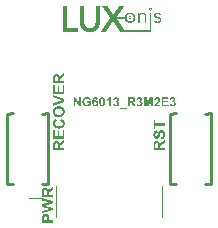
<source format=gto>
G04*
G04 #@! TF.GenerationSoftware,Altium Limited,Altium Designer,22.7.1 (60)*
G04*
G04 Layer_Color=65535*
%FSLAX44Y44*%
%MOMM*%
G71*
G04*
G04 #@! TF.SameCoordinates,97EA9571-4948-4CBB-981D-70F8AE3DB673*
G04*
G04*
G04 #@! TF.FilePolarity,Positive*
G04*
G01*
G75*
%ADD10C,0.1000*%
%ADD11C,0.2540*%
G36*
X35321Y47960D02*
X35554D01*
Y47931D01*
X35670D01*
Y47902D01*
X35757D01*
Y47872D01*
X35815D01*
Y47843D01*
X35873D01*
Y47814D01*
X35932D01*
Y47785D01*
X35961D01*
Y47756D01*
X36019D01*
Y47727D01*
X36048D01*
Y47698D01*
X36077D01*
Y47669D01*
X36106D01*
Y47640D01*
X36135D01*
Y47611D01*
X36164D01*
Y47582D01*
X36193D01*
Y47553D01*
X36222D01*
Y47524D01*
X36251D01*
Y47495D01*
Y47465D01*
X36280D01*
Y47436D01*
X36309D01*
Y47407D01*
Y47378D01*
X36339D01*
Y47349D01*
Y47320D01*
X36368D01*
Y47291D01*
Y47262D01*
X36397D01*
Y47233D01*
Y47204D01*
Y47175D01*
X36426D01*
Y47146D01*
Y47117D01*
Y47087D01*
Y47059D01*
X36455D01*
Y47029D01*
Y47000D01*
Y46971D01*
Y46942D01*
Y46913D01*
Y46884D01*
Y46855D01*
Y46826D01*
Y46797D01*
Y46768D01*
Y46739D01*
Y46710D01*
Y46681D01*
Y46652D01*
Y46622D01*
Y46593D01*
Y46564D01*
Y46535D01*
Y46506D01*
X36426D01*
Y46477D01*
Y46448D01*
Y46419D01*
Y46390D01*
X36397D01*
Y46361D01*
Y46332D01*
Y46303D01*
X36368D01*
Y46273D01*
Y46245D01*
X36339D01*
Y46215D01*
Y46186D01*
X36309D01*
Y46157D01*
Y46128D01*
X36280D01*
Y46099D01*
X36251D01*
Y46070D01*
Y46041D01*
X36222D01*
Y46012D01*
X36193D01*
Y45983D01*
X36164D01*
Y45954D01*
X36135D01*
Y45925D01*
X36106D01*
Y45896D01*
X36077D01*
Y45867D01*
X36048D01*
Y45837D01*
X36019D01*
Y45808D01*
X35961D01*
Y45779D01*
X35932D01*
Y45750D01*
X35873D01*
Y45721D01*
X35815D01*
Y45692D01*
X35757D01*
Y45663D01*
X35670D01*
Y45634D01*
X35554D01*
Y45605D01*
X35350D01*
Y45576D01*
X35147D01*
Y45605D01*
X34943D01*
Y45634D01*
X34827D01*
Y45663D01*
X34769D01*
Y45692D01*
X34682D01*
Y45721D01*
X34623D01*
Y45750D01*
X34594D01*
Y45779D01*
X34536D01*
Y45808D01*
X34507D01*
Y45837D01*
X34449D01*
Y45867D01*
X34420D01*
Y45896D01*
X34391D01*
Y45925D01*
X34362D01*
Y45954D01*
X34333D01*
Y45983D01*
X34304D01*
Y46012D01*
X34275D01*
Y46041D01*
Y46070D01*
X34246D01*
Y46099D01*
X34216D01*
Y46128D01*
Y46157D01*
X34187D01*
Y46186D01*
Y46215D01*
X34158D01*
Y46245D01*
Y46273D01*
X34129D01*
Y46303D01*
Y46332D01*
X34100D01*
Y46361D01*
Y46390D01*
Y46419D01*
X34071D01*
Y46448D01*
Y46477D01*
Y46506D01*
Y46535D01*
Y46564D01*
X34042D01*
Y46593D01*
Y46622D01*
Y46652D01*
Y46681D01*
Y46710D01*
Y46739D01*
Y46768D01*
Y46797D01*
Y46826D01*
Y46855D01*
Y46884D01*
Y46913D01*
Y46942D01*
Y46971D01*
Y47000D01*
X34071D01*
Y47029D01*
Y47059D01*
Y47087D01*
Y47117D01*
Y47146D01*
X34100D01*
Y47175D01*
Y47204D01*
Y47233D01*
X34129D01*
Y47262D01*
Y47291D01*
X34158D01*
Y47320D01*
Y47349D01*
X34187D01*
Y47378D01*
Y47407D01*
X34216D01*
Y47436D01*
Y47465D01*
X34246D01*
Y47495D01*
X34275D01*
Y47524D01*
Y47553D01*
X34304D01*
Y47582D01*
X34333D01*
Y47611D01*
X34362D01*
Y47640D01*
X34391D01*
Y47669D01*
X34420D01*
Y47698D01*
X34449D01*
Y47727D01*
X34507D01*
Y47756D01*
X34536D01*
Y47785D01*
X34594D01*
Y47814D01*
X34623D01*
Y47843D01*
X34682D01*
Y47872D01*
X34769D01*
Y47902D01*
X34856D01*
Y47931D01*
X34943D01*
Y47960D01*
X35176D01*
Y47989D01*
X35321D01*
Y47960D01*
D02*
G37*
G36*
X28838Y43919D02*
X29187D01*
Y43890D01*
X29362D01*
Y43861D01*
X29507D01*
Y43832D01*
X29623D01*
Y43803D01*
X29739D01*
Y43773D01*
X29827D01*
Y43744D01*
X29914D01*
Y43715D01*
X30001D01*
Y43686D01*
X30059D01*
Y43657D01*
X30117D01*
Y43628D01*
X30176D01*
Y43599D01*
X30234D01*
Y43570D01*
X30292D01*
Y43541D01*
X30350D01*
Y43512D01*
X30408D01*
Y43483D01*
X30437D01*
Y43454D01*
X30495D01*
Y43425D01*
X30524D01*
Y43396D01*
X30583D01*
Y43366D01*
X30612D01*
Y43337D01*
X30641D01*
Y43308D01*
X30699D01*
Y43279D01*
X30728D01*
Y43250D01*
X30757D01*
Y43221D01*
X30786D01*
Y43192D01*
X30815D01*
Y43163D01*
X30844D01*
Y43134D01*
X30873D01*
Y43105D01*
X30902D01*
Y43076D01*
X30931D01*
Y43047D01*
X30961D01*
Y43018D01*
X30989D01*
Y42989D01*
X31019D01*
Y42959D01*
X31048D01*
Y42930D01*
X31077D01*
Y42901D01*
X31106D01*
Y42872D01*
Y42843D01*
X31135D01*
Y42814D01*
X31164D01*
Y42785D01*
Y42756D01*
X31193D01*
Y42727D01*
X31222D01*
Y42698D01*
Y42669D01*
X31251D01*
Y42640D01*
X31280D01*
Y42611D01*
Y42582D01*
X31309D01*
Y42552D01*
Y42523D01*
X31338D01*
Y42494D01*
X31367D01*
Y42465D01*
Y42436D01*
X31397D01*
Y42407D01*
Y42378D01*
X31426D01*
Y42349D01*
Y42320D01*
Y42291D01*
X31455D01*
Y42262D01*
Y42233D01*
X31484D01*
Y42204D01*
Y42175D01*
X31513D01*
Y42146D01*
Y42116D01*
Y42087D01*
X31542D01*
Y42058D01*
Y42029D01*
Y42000D01*
X31571D01*
Y41971D01*
Y41942D01*
Y41913D01*
X31600D01*
Y41884D01*
Y41855D01*
Y41826D01*
Y41797D01*
X31629D01*
Y41768D01*
Y41739D01*
Y41709D01*
Y41680D01*
X31658D01*
Y41651D01*
Y41622D01*
Y41593D01*
Y41564D01*
Y41535D01*
X31687D01*
Y41506D01*
Y41477D01*
Y41448D01*
Y41419D01*
X31716D01*
Y41390D01*
Y41361D01*
Y41332D01*
Y41302D01*
Y41273D01*
Y41244D01*
Y41215D01*
Y41186D01*
X31745D01*
Y41157D01*
Y41128D01*
Y41099D01*
Y41070D01*
Y41041D01*
Y41012D01*
Y40983D01*
Y40954D01*
Y40925D01*
Y40896D01*
Y40866D01*
X31774D01*
Y40837D01*
Y40808D01*
Y40779D01*
Y40750D01*
Y40721D01*
Y40692D01*
Y40663D01*
Y40634D01*
Y40605D01*
Y40576D01*
Y40547D01*
Y40518D01*
Y40489D01*
Y40459D01*
Y40430D01*
Y40401D01*
Y40372D01*
Y40343D01*
Y40314D01*
Y40285D01*
Y40256D01*
Y40227D01*
Y40198D01*
Y40169D01*
Y40140D01*
Y40111D01*
Y40082D01*
Y40052D01*
Y40023D01*
Y39994D01*
Y39965D01*
Y39936D01*
Y39907D01*
Y39878D01*
Y39849D01*
Y39820D01*
Y39791D01*
Y39762D01*
Y39733D01*
Y39704D01*
Y39674D01*
Y39646D01*
Y39616D01*
Y39587D01*
Y39558D01*
Y39529D01*
Y39500D01*
Y39471D01*
Y39442D01*
Y39413D01*
Y39384D01*
Y39355D01*
Y39326D01*
Y39297D01*
Y39268D01*
Y39239D01*
Y39209D01*
Y39180D01*
Y39151D01*
Y39122D01*
Y39093D01*
Y39064D01*
Y39035D01*
Y39006D01*
Y38977D01*
Y38948D01*
Y38919D01*
Y38890D01*
Y38860D01*
Y38832D01*
Y38802D01*
Y38773D01*
Y38744D01*
Y38715D01*
Y38686D01*
Y38657D01*
Y38628D01*
Y38599D01*
Y38570D01*
Y38541D01*
Y38512D01*
Y38483D01*
Y38454D01*
Y38424D01*
Y38395D01*
Y38366D01*
Y38337D01*
Y38308D01*
Y38279D01*
Y38250D01*
Y38221D01*
Y38192D01*
Y38163D01*
Y38134D01*
Y38105D01*
Y38076D01*
Y38047D01*
Y38017D01*
Y37988D01*
Y37959D01*
Y37930D01*
Y37901D01*
Y37872D01*
Y37843D01*
Y37814D01*
Y37785D01*
Y37756D01*
Y37727D01*
Y37698D01*
Y37669D01*
Y37640D01*
Y37610D01*
Y37582D01*
Y37552D01*
Y37523D01*
Y37494D01*
Y37465D01*
Y37436D01*
Y37407D01*
Y37378D01*
Y37349D01*
Y37320D01*
Y37291D01*
Y37262D01*
Y37233D01*
Y37204D01*
Y37174D01*
Y37145D01*
Y37116D01*
Y37087D01*
Y37058D01*
Y37029D01*
Y37000D01*
Y36971D01*
Y36942D01*
Y36913D01*
Y36884D01*
Y36855D01*
Y36826D01*
Y36797D01*
Y36767D01*
Y36738D01*
Y36709D01*
Y36680D01*
Y36651D01*
Y36622D01*
Y36593D01*
Y36564D01*
Y36535D01*
Y36506D01*
Y36477D01*
Y36448D01*
Y36419D01*
Y36390D01*
Y36360D01*
Y36331D01*
Y36302D01*
Y36273D01*
Y36244D01*
Y36215D01*
Y36186D01*
Y36157D01*
Y36128D01*
Y36099D01*
Y36070D01*
Y36041D01*
Y36012D01*
Y35983D01*
Y35954D01*
Y35924D01*
Y35895D01*
Y35866D01*
Y35837D01*
Y35808D01*
Y35779D01*
Y35750D01*
Y35721D01*
Y35692D01*
Y35663D01*
Y35634D01*
Y35605D01*
Y35576D01*
Y35547D01*
Y35517D01*
Y35488D01*
Y35459D01*
Y35430D01*
Y35401D01*
Y35372D01*
Y35343D01*
X30379D01*
Y35372D01*
Y35401D01*
Y35430D01*
Y35459D01*
Y35488D01*
Y35517D01*
Y35547D01*
Y35576D01*
Y35605D01*
Y35634D01*
Y35663D01*
Y35692D01*
Y35721D01*
Y35750D01*
Y35779D01*
Y35808D01*
Y35837D01*
Y35866D01*
Y35895D01*
Y35924D01*
Y35954D01*
Y35983D01*
Y36012D01*
Y36041D01*
Y36070D01*
Y36099D01*
Y36128D01*
Y36157D01*
Y36186D01*
Y36215D01*
Y36244D01*
Y36273D01*
Y36302D01*
Y36331D01*
Y36360D01*
Y36390D01*
Y36419D01*
Y36448D01*
Y36477D01*
Y36506D01*
Y36535D01*
Y36564D01*
Y36593D01*
Y36622D01*
Y36651D01*
Y36680D01*
Y36709D01*
Y36738D01*
Y36767D01*
Y36797D01*
Y36826D01*
Y36855D01*
Y36884D01*
Y36913D01*
Y36942D01*
Y36971D01*
Y37000D01*
Y37029D01*
Y37058D01*
Y37087D01*
Y37116D01*
Y37145D01*
Y37174D01*
Y37204D01*
Y37233D01*
Y37262D01*
Y37291D01*
Y37320D01*
Y37349D01*
Y37378D01*
Y37407D01*
Y37436D01*
Y37465D01*
Y37494D01*
Y37523D01*
Y37552D01*
Y37582D01*
Y37610D01*
Y37640D01*
Y37669D01*
Y37698D01*
Y37727D01*
Y37756D01*
Y37785D01*
Y37814D01*
Y37843D01*
Y37872D01*
Y37901D01*
Y37930D01*
Y37959D01*
Y37988D01*
Y38017D01*
Y38047D01*
Y38076D01*
Y38105D01*
Y38134D01*
Y38163D01*
Y38192D01*
Y38221D01*
Y38250D01*
Y38279D01*
Y38308D01*
Y38337D01*
Y38366D01*
Y38395D01*
Y38424D01*
Y38454D01*
Y38483D01*
Y38512D01*
Y38541D01*
Y38570D01*
Y38599D01*
Y38628D01*
Y38657D01*
Y38686D01*
Y38715D01*
Y38744D01*
Y38773D01*
Y38802D01*
Y38832D01*
Y38860D01*
Y38890D01*
Y38919D01*
Y38948D01*
Y38977D01*
Y39006D01*
Y39035D01*
Y39064D01*
Y39093D01*
Y39122D01*
Y39151D01*
Y39180D01*
Y39209D01*
Y39239D01*
Y39268D01*
Y39297D01*
Y39326D01*
Y39355D01*
Y39384D01*
Y39413D01*
Y39442D01*
Y39471D01*
Y39500D01*
Y39529D01*
Y39558D01*
Y39587D01*
Y39616D01*
Y39646D01*
Y39674D01*
Y39704D01*
Y39733D01*
Y39762D01*
Y39791D01*
Y39820D01*
Y39849D01*
Y39878D01*
Y39907D01*
Y39936D01*
Y39965D01*
Y39994D01*
Y40023D01*
Y40052D01*
Y40082D01*
Y40111D01*
Y40140D01*
Y40169D01*
Y40198D01*
Y40227D01*
Y40256D01*
Y40285D01*
Y40314D01*
Y40343D01*
Y40372D01*
Y40401D01*
Y40430D01*
Y40459D01*
Y40489D01*
Y40518D01*
Y40547D01*
Y40576D01*
Y40605D01*
Y40634D01*
Y40663D01*
Y40692D01*
Y40721D01*
Y40750D01*
Y40779D01*
Y40808D01*
X30350D01*
Y40837D01*
Y40866D01*
Y40896D01*
Y40925D01*
Y40954D01*
Y40983D01*
Y41012D01*
X30321D01*
Y41041D01*
Y41070D01*
Y41099D01*
Y41128D01*
Y41157D01*
Y41186D01*
X30292D01*
Y41215D01*
Y41244D01*
Y41273D01*
Y41302D01*
X30263D01*
Y41332D01*
Y41361D01*
Y41390D01*
X30234D01*
Y41419D01*
Y41448D01*
Y41477D01*
X30205D01*
Y41506D01*
Y41535D01*
Y41564D01*
X30176D01*
Y41593D01*
Y41622D01*
X30147D01*
Y41651D01*
Y41680D01*
X30117D01*
Y41709D01*
Y41739D01*
Y41768D01*
X30088D01*
Y41797D01*
Y41826D01*
X30059D01*
Y41855D01*
X30030D01*
Y41884D01*
Y41913D01*
X30001D01*
Y41942D01*
X29972D01*
Y41971D01*
Y42000D01*
X29943D01*
Y42029D01*
X29914D01*
Y42058D01*
Y42087D01*
X29885D01*
Y42116D01*
X29856D01*
Y42146D01*
X29827D01*
Y42175D01*
X29798D01*
Y42204D01*
X29769D01*
Y42233D01*
X29739D01*
Y42262D01*
X29711D01*
Y42291D01*
X29652D01*
Y42320D01*
X29623D01*
Y42349D01*
X29594D01*
Y42378D01*
X29536D01*
Y42407D01*
X29478D01*
Y42436D01*
X29449D01*
Y42465D01*
X29391D01*
Y42494D01*
X29303D01*
Y42523D01*
X29245D01*
Y42552D01*
X29158D01*
Y42582D01*
X29042D01*
Y42611D01*
X28897D01*
Y42640D01*
X28635D01*
Y42669D01*
X28257D01*
Y42640D01*
X27966D01*
Y42611D01*
X27821D01*
Y42582D01*
X27676D01*
Y42552D01*
X27588D01*
Y42523D01*
X27501D01*
Y42494D01*
X27414D01*
Y42465D01*
X27356D01*
Y42436D01*
X27269D01*
Y42407D01*
X27210D01*
Y42378D01*
X27152D01*
Y42349D01*
X27123D01*
Y42320D01*
X27065D01*
Y42291D01*
X27036D01*
Y42262D01*
X26978D01*
Y42233D01*
X26949D01*
Y42204D01*
X26891D01*
Y42175D01*
X26862D01*
Y42146D01*
X26832D01*
Y42116D01*
X26803D01*
Y42087D01*
X26745D01*
Y42058D01*
X26716D01*
Y42029D01*
X26687D01*
Y42000D01*
X26658D01*
Y41971D01*
Y41942D01*
X26629D01*
Y41913D01*
X26600D01*
Y41884D01*
X26571D01*
Y41855D01*
X26542D01*
Y41826D01*
X26513D01*
Y41797D01*
X26484D01*
Y41768D01*
Y41739D01*
X26455D01*
Y41709D01*
X26425D01*
Y41680D01*
Y41651D01*
X26396D01*
Y41622D01*
X26367D01*
Y41593D01*
Y41564D01*
X26338D01*
Y41535D01*
Y41506D01*
X26309D01*
Y41477D01*
X26280D01*
Y41448D01*
Y41419D01*
X26251D01*
Y41390D01*
Y41361D01*
X26222D01*
Y41332D01*
Y41302D01*
X26193D01*
Y41273D01*
Y41244D01*
Y41215D01*
X26164D01*
Y41186D01*
Y41157D01*
X26135D01*
Y41128D01*
Y41099D01*
Y41070D01*
X26106D01*
Y41041D01*
Y41012D01*
Y40983D01*
X26077D01*
Y40954D01*
Y40925D01*
X26047D01*
Y40896D01*
Y40866D01*
Y40837D01*
Y40808D01*
X26019D01*
Y40779D01*
Y40750D01*
Y40721D01*
Y40692D01*
X25989D01*
Y40663D01*
Y40634D01*
Y40605D01*
Y40576D01*
X25960D01*
Y40547D01*
Y40518D01*
Y40489D01*
Y40459D01*
Y40430D01*
X25931D01*
Y40401D01*
Y40372D01*
Y40343D01*
Y40314D01*
Y40285D01*
Y40256D01*
X25902D01*
Y40227D01*
Y40198D01*
Y40169D01*
Y40140D01*
Y40111D01*
Y40082D01*
Y40052D01*
Y40023D01*
Y39994D01*
X25873D01*
Y39965D01*
Y39936D01*
Y39907D01*
Y39878D01*
Y39849D01*
Y39820D01*
Y39791D01*
Y39762D01*
Y39733D01*
Y39704D01*
Y39674D01*
Y39646D01*
Y39616D01*
Y39587D01*
Y39558D01*
Y39529D01*
Y39500D01*
Y39471D01*
Y39442D01*
Y39413D01*
Y39384D01*
Y39355D01*
Y39326D01*
Y39297D01*
Y39268D01*
Y39239D01*
Y39209D01*
Y39180D01*
Y39151D01*
Y39122D01*
Y39093D01*
Y39064D01*
Y39035D01*
Y39006D01*
Y38977D01*
Y38948D01*
Y38919D01*
Y38890D01*
Y38860D01*
Y38832D01*
Y38802D01*
Y38773D01*
Y38744D01*
Y38715D01*
Y38686D01*
Y38657D01*
Y38628D01*
Y38599D01*
Y38570D01*
Y38541D01*
Y38512D01*
Y38483D01*
Y38454D01*
Y38424D01*
Y38395D01*
Y38366D01*
Y38337D01*
Y38308D01*
Y38279D01*
Y38250D01*
Y38221D01*
Y38192D01*
Y38163D01*
Y38134D01*
Y38105D01*
Y38076D01*
Y38047D01*
Y38017D01*
Y37988D01*
Y37959D01*
Y37930D01*
Y37901D01*
Y37872D01*
Y37843D01*
Y37814D01*
Y37785D01*
Y37756D01*
Y37727D01*
Y37698D01*
Y37669D01*
Y37640D01*
Y37610D01*
Y37582D01*
Y37552D01*
Y37523D01*
Y37494D01*
Y37465D01*
Y37436D01*
Y37407D01*
Y37378D01*
Y37349D01*
Y37320D01*
Y37291D01*
Y37262D01*
Y37233D01*
Y37204D01*
Y37174D01*
Y37145D01*
Y37116D01*
Y37087D01*
Y37058D01*
Y37029D01*
Y37000D01*
Y36971D01*
Y36942D01*
Y36913D01*
Y36884D01*
Y36855D01*
Y36826D01*
Y36797D01*
Y36767D01*
Y36738D01*
Y36709D01*
Y36680D01*
Y36651D01*
Y36622D01*
Y36593D01*
Y36564D01*
Y36535D01*
Y36506D01*
Y36477D01*
Y36448D01*
Y36419D01*
Y36390D01*
Y36360D01*
Y36331D01*
Y36302D01*
Y36273D01*
Y36244D01*
Y36215D01*
Y36186D01*
Y36157D01*
Y36128D01*
Y36099D01*
Y36070D01*
Y36041D01*
Y36012D01*
Y35983D01*
Y35954D01*
Y35924D01*
Y35895D01*
Y35866D01*
Y35837D01*
Y35808D01*
Y35779D01*
Y35750D01*
Y35721D01*
Y35692D01*
Y35663D01*
Y35634D01*
Y35605D01*
Y35576D01*
Y35547D01*
Y35517D01*
Y35488D01*
Y35459D01*
Y35430D01*
Y35401D01*
Y35372D01*
Y35343D01*
X24478D01*
Y35372D01*
Y35401D01*
Y35430D01*
Y35459D01*
Y35488D01*
Y35517D01*
Y35547D01*
Y35576D01*
Y35605D01*
Y35634D01*
Y35663D01*
Y35692D01*
Y35721D01*
Y35750D01*
Y35779D01*
Y35808D01*
Y35837D01*
Y35866D01*
Y35895D01*
Y35924D01*
Y35954D01*
Y35983D01*
Y36012D01*
Y36041D01*
Y36070D01*
Y36099D01*
Y36128D01*
Y36157D01*
Y36186D01*
Y36215D01*
Y36244D01*
Y36273D01*
Y36302D01*
Y36331D01*
Y36360D01*
Y36390D01*
Y36419D01*
Y36448D01*
Y36477D01*
Y36506D01*
Y36535D01*
Y36564D01*
Y36593D01*
Y36622D01*
Y36651D01*
Y36680D01*
Y36709D01*
Y36738D01*
Y36767D01*
Y36797D01*
Y36826D01*
Y36855D01*
Y36884D01*
Y36913D01*
Y36942D01*
Y36971D01*
Y37000D01*
Y37029D01*
Y37058D01*
Y37087D01*
Y37116D01*
Y37145D01*
Y37174D01*
Y37204D01*
Y37233D01*
Y37262D01*
Y37291D01*
Y37320D01*
Y37349D01*
Y37378D01*
Y37407D01*
Y37436D01*
Y37465D01*
Y37494D01*
Y37523D01*
Y37552D01*
Y37582D01*
Y37610D01*
Y37640D01*
Y37669D01*
Y37698D01*
Y37727D01*
Y37756D01*
Y37785D01*
Y37814D01*
Y37843D01*
Y37872D01*
Y37901D01*
Y37930D01*
Y37959D01*
Y37988D01*
Y38017D01*
Y38047D01*
Y38076D01*
Y38105D01*
Y38134D01*
Y38163D01*
Y38192D01*
Y38221D01*
Y38250D01*
Y38279D01*
Y38308D01*
Y38337D01*
Y38366D01*
Y38395D01*
Y38424D01*
Y38454D01*
Y38483D01*
Y38512D01*
Y38541D01*
Y38570D01*
Y38599D01*
Y38628D01*
Y38657D01*
Y38686D01*
Y38715D01*
Y38744D01*
Y38773D01*
Y38802D01*
Y38832D01*
Y38860D01*
Y38890D01*
Y38919D01*
Y38948D01*
Y38977D01*
Y39006D01*
Y39035D01*
Y39064D01*
Y39093D01*
Y39122D01*
Y39151D01*
Y39180D01*
Y39209D01*
Y39239D01*
Y39268D01*
Y39297D01*
Y39326D01*
Y39355D01*
Y39384D01*
Y39413D01*
Y39442D01*
Y39471D01*
Y39500D01*
Y39529D01*
Y39558D01*
Y39587D01*
Y39616D01*
Y39646D01*
Y39674D01*
Y39704D01*
Y39733D01*
Y39762D01*
Y39791D01*
Y39820D01*
Y39849D01*
Y39878D01*
Y39907D01*
Y39936D01*
Y39965D01*
Y39994D01*
Y40023D01*
Y40052D01*
Y40082D01*
Y40111D01*
Y40140D01*
Y40169D01*
Y40198D01*
Y40227D01*
Y40256D01*
Y40285D01*
Y40314D01*
Y40343D01*
Y40372D01*
Y40401D01*
Y40430D01*
Y40459D01*
Y40489D01*
Y40518D01*
Y40547D01*
Y40576D01*
Y40605D01*
Y40634D01*
Y40663D01*
Y40692D01*
Y40721D01*
Y40750D01*
Y40779D01*
Y40808D01*
Y40837D01*
Y40866D01*
Y40896D01*
Y40925D01*
Y40954D01*
Y40983D01*
Y41012D01*
Y41041D01*
Y41070D01*
Y41099D01*
Y41128D01*
Y41157D01*
Y41186D01*
Y41215D01*
Y41244D01*
Y41273D01*
Y41302D01*
Y41332D01*
Y41361D01*
Y41390D01*
Y41419D01*
Y41448D01*
Y41477D01*
Y41506D01*
Y41535D01*
Y41564D01*
Y41593D01*
Y41622D01*
Y41651D01*
Y41680D01*
Y41709D01*
Y41739D01*
Y41768D01*
Y41797D01*
Y41826D01*
Y41855D01*
Y41884D01*
Y41913D01*
Y41942D01*
Y41971D01*
Y42000D01*
Y42029D01*
Y42058D01*
Y42087D01*
Y42116D01*
Y42146D01*
Y42175D01*
Y42204D01*
Y42233D01*
Y42262D01*
Y42291D01*
Y42320D01*
X24449D01*
Y42349D01*
Y42378D01*
Y42407D01*
Y42436D01*
Y42465D01*
Y42494D01*
Y42523D01*
Y42552D01*
Y42582D01*
Y42611D01*
Y42640D01*
Y42669D01*
Y42698D01*
Y42727D01*
Y42756D01*
Y42785D01*
Y42814D01*
Y42843D01*
Y42872D01*
Y42901D01*
X24420D01*
Y42930D01*
Y42959D01*
Y42989D01*
Y43018D01*
Y43047D01*
Y43076D01*
Y43105D01*
Y43134D01*
Y43163D01*
Y43192D01*
Y43221D01*
Y43250D01*
Y43279D01*
Y43308D01*
Y43337D01*
Y43366D01*
Y43396D01*
Y43425D01*
Y43454D01*
Y43483D01*
Y43512D01*
X24391D01*
Y43541D01*
Y43570D01*
Y43599D01*
Y43628D01*
Y43657D01*
Y43686D01*
Y43715D01*
X25728D01*
Y43686D01*
Y43657D01*
Y43628D01*
Y43599D01*
Y43570D01*
Y43541D01*
Y43512D01*
Y43483D01*
Y43454D01*
Y43425D01*
Y43396D01*
Y43366D01*
Y43337D01*
Y43308D01*
Y43279D01*
Y43250D01*
Y43221D01*
Y43192D01*
Y43163D01*
Y43134D01*
Y43105D01*
Y43076D01*
Y43047D01*
Y43018D01*
Y42989D01*
Y42959D01*
Y42930D01*
Y42901D01*
X25757D01*
Y42872D01*
Y42843D01*
Y42814D01*
Y42785D01*
Y42756D01*
Y42727D01*
Y42698D01*
Y42669D01*
Y42640D01*
Y42611D01*
Y42582D01*
Y42552D01*
Y42523D01*
Y42494D01*
Y42465D01*
Y42436D01*
Y42407D01*
Y42378D01*
Y42349D01*
X25815D01*
Y42378D01*
Y42407D01*
X25844D01*
Y42436D01*
Y42465D01*
X25873D01*
Y42494D01*
Y42523D01*
X25902D01*
Y42552D01*
X25931D01*
Y42582D01*
Y42611D01*
X25960D01*
Y42640D01*
X25989D01*
Y42669D01*
Y42698D01*
X26019D01*
Y42727D01*
X26047D01*
Y42756D01*
Y42785D01*
X26077D01*
Y42814D01*
X26106D01*
Y42843D01*
X26135D01*
Y42872D01*
X26164D01*
Y42901D01*
X26193D01*
Y42930D01*
Y42959D01*
X26222D01*
Y42989D01*
X26251D01*
Y43018D01*
X26280D01*
Y43047D01*
X26309D01*
Y43076D01*
X26338D01*
Y43105D01*
X26367D01*
Y43134D01*
X26425D01*
Y43163D01*
X26455D01*
Y43192D01*
X26484D01*
Y43221D01*
X26513D01*
Y43250D01*
X26542D01*
Y43279D01*
X26600D01*
Y43308D01*
X26629D01*
Y43337D01*
X26687D01*
Y43366D01*
X26716D01*
Y43396D01*
X26745D01*
Y43425D01*
X26803D01*
Y43454D01*
X26862D01*
Y43483D01*
X26891D01*
Y43512D01*
X26949D01*
Y43541D01*
X27007D01*
Y43570D01*
X27065D01*
Y43599D01*
X27123D01*
Y43628D01*
X27181D01*
Y43657D01*
X27239D01*
Y43686D01*
X27327D01*
Y43715D01*
X27385D01*
Y43744D01*
X27472D01*
Y43773D01*
X27559D01*
Y43803D01*
X27676D01*
Y43832D01*
X27763D01*
Y43861D01*
X27908D01*
Y43890D01*
X28082D01*
Y43919D01*
X28373D01*
Y43948D01*
X28838D01*
Y43919D01*
D02*
G37*
G36*
X13373Y49936D02*
X13344D01*
Y49907D01*
X13315D01*
Y49878D01*
Y49849D01*
X13286D01*
Y49820D01*
X13256D01*
Y49791D01*
Y49762D01*
X13227D01*
Y49733D01*
X13198D01*
Y49704D01*
X13169D01*
Y49675D01*
Y49646D01*
X13140D01*
Y49617D01*
X13111D01*
Y49588D01*
Y49559D01*
X13082D01*
Y49530D01*
X13053D01*
Y49500D01*
X13024D01*
Y49471D01*
Y49442D01*
X12995D01*
Y49413D01*
X12966D01*
Y49384D01*
Y49355D01*
X12937D01*
Y49326D01*
X12908D01*
Y49297D01*
X12879D01*
Y49268D01*
Y49239D01*
X12850D01*
Y49210D01*
X12820D01*
Y49181D01*
Y49152D01*
X12791D01*
Y49123D01*
X12762D01*
Y49093D01*
X12733D01*
Y49064D01*
Y49035D01*
X12704D01*
Y49006D01*
X12675D01*
Y48977D01*
Y48948D01*
X12646D01*
Y48919D01*
X12617D01*
Y48890D01*
Y48861D01*
X12588D01*
Y48832D01*
X12559D01*
Y48803D01*
X12530D01*
Y48774D01*
Y48745D01*
X12501D01*
Y48716D01*
X12472D01*
Y48686D01*
Y48657D01*
X12443D01*
Y48628D01*
X12414D01*
Y48599D01*
X12384D01*
Y48570D01*
Y48541D01*
X12355D01*
Y48512D01*
X12326D01*
Y48483D01*
Y48454D01*
X12297D01*
Y48425D01*
X12268D01*
Y48396D01*
X12239D01*
Y48367D01*
Y48337D01*
X12210D01*
Y48309D01*
X12181D01*
Y48279D01*
Y48250D01*
X12152D01*
Y48221D01*
X12123D01*
Y48192D01*
X12094D01*
Y48163D01*
Y48134D01*
X12065D01*
Y48105D01*
X12036D01*
Y48076D01*
Y48047D01*
X12006D01*
Y48018D01*
X11977D01*
Y47989D01*
Y47960D01*
X11948D01*
Y47931D01*
X11919D01*
Y47902D01*
X11890D01*
Y47872D01*
Y47843D01*
X11861D01*
Y47814D01*
X11832D01*
Y47785D01*
Y47756D01*
X11803D01*
Y47727D01*
X11774D01*
Y47698D01*
X11745D01*
Y47669D01*
Y47640D01*
X11716D01*
Y47611D01*
X11687D01*
Y47582D01*
Y47553D01*
X11658D01*
Y47524D01*
X11629D01*
Y47495D01*
X11600D01*
Y47465D01*
Y47436D01*
X11570D01*
Y47407D01*
X11541D01*
Y47378D01*
Y47349D01*
X11512D01*
Y47320D01*
X11483D01*
Y47291D01*
X11454D01*
Y47262D01*
Y47233D01*
X11425D01*
Y47204D01*
X11396D01*
Y47175D01*
Y47146D01*
X11367D01*
Y47117D01*
X11338D01*
Y47087D01*
X11309D01*
Y47059D01*
Y47029D01*
X11280D01*
Y47000D01*
X11251D01*
Y46971D01*
Y46942D01*
X11222D01*
Y46913D01*
X11193D01*
Y46884D01*
Y46855D01*
X11163D01*
Y46826D01*
X11134D01*
Y46797D01*
X11105D01*
Y46768D01*
Y46739D01*
X11076D01*
Y46710D01*
X11047D01*
Y46681D01*
Y46652D01*
X11018D01*
Y46622D01*
X10989D01*
Y46593D01*
X10960D01*
Y46564D01*
Y46535D01*
X10931D01*
Y46506D01*
X10902D01*
Y46477D01*
Y46448D01*
X10873D01*
Y46419D01*
X10844D01*
Y46390D01*
X10815D01*
Y46361D01*
Y46332D01*
X10786D01*
Y46303D01*
X10756D01*
Y46273D01*
Y46245D01*
X10727D01*
Y46215D01*
X10698D01*
Y46186D01*
X10669D01*
Y46157D01*
Y46128D01*
X10640D01*
Y46099D01*
X10611D01*
Y46070D01*
Y46041D01*
X10582D01*
Y46012D01*
X10553D01*
Y45983D01*
X10524D01*
Y45954D01*
Y45925D01*
X10495D01*
Y45896D01*
X10466D01*
Y45867D01*
Y45837D01*
X10437D01*
Y45808D01*
X10408D01*
Y45779D01*
Y45750D01*
X10379D01*
Y45721D01*
X10350D01*
Y45692D01*
X10320D01*
Y45663D01*
Y45634D01*
X10291D01*
Y45605D01*
X10262D01*
Y45576D01*
Y45547D01*
X10233D01*
Y45518D01*
X10204D01*
Y45489D01*
X10175D01*
Y45459D01*
Y45430D01*
X10146D01*
Y45402D01*
X10117D01*
Y45372D01*
Y45343D01*
X10088D01*
Y45314D01*
X10059D01*
Y45285D01*
X10030D01*
Y45256D01*
Y45227D01*
X10001D01*
Y45198D01*
X9972D01*
Y45169D01*
Y45140D01*
X9942D01*
Y45111D01*
X9913D01*
Y45082D01*
X9884D01*
Y45053D01*
Y45024D01*
X9855D01*
Y44995D01*
X9826D01*
Y44965D01*
Y44936D01*
X9797D01*
Y44907D01*
X9768D01*
Y44878D01*
X9739D01*
Y44849D01*
Y44820D01*
X9710D01*
Y44791D01*
X9681D01*
Y44762D01*
Y44733D01*
X9652D01*
Y44704D01*
X9623D01*
Y44675D01*
Y44646D01*
X9594D01*
Y44616D01*
X9564D01*
Y44587D01*
X9535D01*
Y44558D01*
Y44529D01*
X9506D01*
Y44500D01*
X9477D01*
Y44471D01*
Y44442D01*
X9448D01*
Y44413D01*
X9419D01*
Y44384D01*
X9390D01*
Y44355D01*
Y44326D01*
X9361D01*
Y44297D01*
X9332D01*
Y44268D01*
Y44239D01*
X9303D01*
Y44209D01*
X9274D01*
Y44180D01*
X9245D01*
Y44151D01*
Y44122D01*
X9216D01*
Y44093D01*
X9187D01*
Y44064D01*
Y44035D01*
X9158D01*
Y44006D01*
X9129D01*
Y43977D01*
X9099D01*
Y43948D01*
Y43919D01*
X9070D01*
Y43890D01*
X9041D01*
Y43861D01*
Y43832D01*
X9012D01*
Y43803D01*
X8983D01*
Y43773D01*
Y43744D01*
X8954D01*
Y43715D01*
X8925D01*
Y43686D01*
X8896D01*
Y43657D01*
Y43628D01*
X8867D01*
Y43599D01*
X8838D01*
Y43570D01*
Y43541D01*
X8809D01*
Y43512D01*
X8780D01*
Y43483D01*
X8751D01*
Y43454D01*
Y43425D01*
X8722D01*
Y43396D01*
X8692D01*
Y43366D01*
Y43337D01*
X8663D01*
Y43308D01*
X8634D01*
Y43279D01*
X8605D01*
Y43250D01*
Y43221D01*
X8576D01*
Y43192D01*
X8547D01*
Y43163D01*
Y43134D01*
X8518D01*
Y43105D01*
X8489D01*
Y43076D01*
X8460D01*
Y43047D01*
Y43018D01*
X8431D01*
Y42989D01*
X8402D01*
Y42959D01*
Y42930D01*
X8373D01*
Y42901D01*
X8343D01*
Y42872D01*
X8314D01*
Y42843D01*
Y42814D01*
X8285D01*
Y42785D01*
X8256D01*
Y42756D01*
Y42727D01*
X8227D01*
Y42698D01*
X8198D01*
Y42669D01*
Y42640D01*
X8169D01*
Y42611D01*
X8140D01*
Y42582D01*
X8111D01*
Y42552D01*
Y42523D01*
X8082D01*
Y42494D01*
X8053D01*
Y42465D01*
Y42436D01*
X8024D01*
Y42407D01*
X7995D01*
Y42378D01*
X7966D01*
Y42349D01*
Y42320D01*
X7937D01*
Y42291D01*
X7908D01*
Y42262D01*
Y42233D01*
X7879D01*
Y42204D01*
X7849D01*
Y42175D01*
X7820D01*
Y42146D01*
Y42116D01*
X7791D01*
Y42087D01*
X7762D01*
Y42058D01*
Y42029D01*
X7733D01*
Y42000D01*
X7704D01*
Y41971D01*
X7675D01*
Y41942D01*
Y41913D01*
X7646D01*
Y41884D01*
X7617D01*
Y41855D01*
Y41826D01*
X7588D01*
Y41797D01*
X7559D01*
Y41768D01*
X7530D01*
Y41739D01*
Y41709D01*
X7501D01*
Y41680D01*
X7472D01*
Y41651D01*
Y41622D01*
X7442D01*
Y41593D01*
X7413D01*
Y41564D01*
Y41535D01*
X7384D01*
Y41506D01*
X7355D01*
Y41477D01*
X7326D01*
Y41448D01*
Y41419D01*
X7297D01*
Y41390D01*
X7268D01*
Y41361D01*
Y41332D01*
X7239D01*
Y41302D01*
X7210D01*
Y41273D01*
X7181D01*
Y41244D01*
Y41215D01*
X7152D01*
Y41186D01*
X7123D01*
Y41157D01*
Y41128D01*
X7093D01*
Y41099D01*
X7064D01*
Y41070D01*
X7035D01*
Y41041D01*
Y41012D01*
X7006D01*
Y40983D01*
X6977D01*
Y40954D01*
Y40925D01*
X6948D01*
Y40896D01*
X6919D01*
Y40866D01*
X6890D01*
Y40837D01*
Y40808D01*
X6861D01*
Y40779D01*
X6832D01*
Y40750D01*
Y40721D01*
X6803D01*
Y40692D01*
X6774D01*
Y40663D01*
Y40634D01*
X6745D01*
Y40605D01*
X6716D01*
Y40576D01*
X6687D01*
Y40547D01*
Y40518D01*
X6658D01*
Y40489D01*
X6628D01*
Y40459D01*
Y40430D01*
X6599D01*
Y40401D01*
X6570D01*
Y40372D01*
X6541D01*
Y40343D01*
Y40314D01*
X6512D01*
Y40285D01*
X6483D01*
Y40256D01*
Y40227D01*
X13402D01*
Y40256D01*
Y40285D01*
Y40314D01*
Y40343D01*
X13431D01*
Y40372D01*
Y40401D01*
Y40430D01*
Y40459D01*
Y40489D01*
X13460D01*
Y40518D01*
Y40547D01*
Y40576D01*
Y40605D01*
Y40634D01*
X13489D01*
Y40663D01*
Y40692D01*
Y40721D01*
Y40750D01*
X13518D01*
Y40779D01*
Y40808D01*
Y40837D01*
Y40866D01*
X13547D01*
Y40896D01*
Y40925D01*
Y40954D01*
Y40983D01*
X13576D01*
Y41012D01*
Y41041D01*
Y41070D01*
X13605D01*
Y41099D01*
Y41128D01*
Y41157D01*
X13634D01*
Y41186D01*
Y41215D01*
X13664D01*
Y41244D01*
Y41273D01*
Y41302D01*
X13693D01*
Y41332D01*
Y41361D01*
X13722D01*
Y41390D01*
Y41419D01*
X13751D01*
Y41448D01*
Y41477D01*
Y41506D01*
X13780D01*
Y41535D01*
Y41564D01*
X13809D01*
Y41593D01*
Y41622D01*
X13838D01*
Y41651D01*
Y41680D01*
X13867D01*
Y41709D01*
X13896D01*
Y41739D01*
Y41768D01*
X13925D01*
Y41797D01*
Y41826D01*
X13954D01*
Y41855D01*
Y41884D01*
X13983D01*
Y41913D01*
Y41942D01*
X14012D01*
Y41971D01*
X14041D01*
Y42000D01*
Y42029D01*
X14071D01*
Y42058D01*
X14100D01*
Y42087D01*
Y42116D01*
X14129D01*
Y42146D01*
X14158D01*
Y42175D01*
Y42204D01*
X14187D01*
Y42233D01*
X14216D01*
Y42262D01*
X14245D01*
Y42291D01*
Y42320D01*
X14274D01*
Y42349D01*
X14303D01*
Y42378D01*
X14332D01*
Y42407D01*
X14361D01*
Y42436D01*
X14390D01*
Y42465D01*
Y42494D01*
X14419D01*
Y42523D01*
X14448D01*
Y42552D01*
X14477D01*
Y42582D01*
X14506D01*
Y42611D01*
X14536D01*
Y42640D01*
X14565D01*
Y42669D01*
X14594D01*
Y42698D01*
X14623D01*
Y42727D01*
X14652D01*
Y42756D01*
X14681D01*
Y42785D01*
X14710D01*
Y42814D01*
X14739D01*
Y42843D01*
X14768D01*
Y42872D01*
X14797D01*
Y42901D01*
X14855D01*
Y42930D01*
X14885D01*
Y42959D01*
X14914D01*
Y42989D01*
X14943D01*
Y43018D01*
X15001D01*
Y43047D01*
X15030D01*
Y43076D01*
X15059D01*
Y43105D01*
X15088D01*
Y43134D01*
X15146D01*
Y43163D01*
X15204D01*
Y43192D01*
X15233D01*
Y43221D01*
X15292D01*
Y43250D01*
X15321D01*
Y43279D01*
X15379D01*
Y43308D01*
X15408D01*
Y43337D01*
X15466D01*
Y43366D01*
X15524D01*
Y43396D01*
X15582D01*
Y43425D01*
X15640D01*
Y43454D01*
X15698D01*
Y43483D01*
X15757D01*
Y43512D01*
X15815D01*
Y43541D01*
X15873D01*
Y43570D01*
X15960D01*
Y43599D01*
X16018D01*
Y43628D01*
X16105D01*
Y43657D01*
X16193D01*
Y43686D01*
X16280D01*
Y43715D01*
X16367D01*
Y43744D01*
X16454D01*
Y43773D01*
X16571D01*
Y43803D01*
X16687D01*
Y43832D01*
X16832D01*
Y43861D01*
X17007D01*
Y43890D01*
X17210D01*
Y43919D01*
X17559D01*
Y43948D01*
X18111D01*
Y43919D01*
X18431D01*
Y43890D01*
X18635D01*
Y43861D01*
X18809D01*
Y43832D01*
X18983D01*
Y43803D01*
X19071D01*
Y43773D01*
X19187D01*
Y43744D01*
X19303D01*
Y43715D01*
X19390D01*
Y43686D01*
X19478D01*
Y43657D01*
X19536D01*
Y43628D01*
X19623D01*
Y43599D01*
X19710D01*
Y43570D01*
X19768D01*
Y43541D01*
X19827D01*
Y43512D01*
X19885D01*
Y43483D01*
X19943D01*
Y43454D01*
X20001D01*
Y43425D01*
X20059D01*
Y43396D01*
X20117D01*
Y43366D01*
X20175D01*
Y43337D01*
X20234D01*
Y43308D01*
X20262D01*
Y43279D01*
X20321D01*
Y43250D01*
X20379D01*
Y43221D01*
X20408D01*
Y43192D01*
X20466D01*
Y43163D01*
X20495D01*
Y43134D01*
X20553D01*
Y43105D01*
X20582D01*
Y43076D01*
X20611D01*
Y43047D01*
X20670D01*
Y43018D01*
X20699D01*
Y42989D01*
X20728D01*
Y42959D01*
X20757D01*
Y42930D01*
X20815D01*
Y42901D01*
X20844D01*
Y42872D01*
X20873D01*
Y42843D01*
X20902D01*
Y42814D01*
X20931D01*
Y42785D01*
X20960D01*
Y42756D01*
X20989D01*
Y42727D01*
X21018D01*
Y42698D01*
X21047D01*
Y42669D01*
X21077D01*
Y42640D01*
X21105D01*
Y42611D01*
X21135D01*
Y42582D01*
X21164D01*
Y42552D01*
X21193D01*
Y42523D01*
X21222D01*
Y42494D01*
X21251D01*
Y42465D01*
X21280D01*
Y42436D01*
Y42407D01*
X21309D01*
Y42378D01*
X21338D01*
Y42349D01*
X21367D01*
Y42320D01*
X21396D01*
Y42291D01*
X21425D01*
Y42262D01*
Y42233D01*
X21454D01*
Y42204D01*
X21484D01*
Y42175D01*
Y42146D01*
X21513D01*
Y42116D01*
X21542D01*
Y42087D01*
Y42058D01*
X21571D01*
Y42029D01*
X21600D01*
Y42000D01*
Y41971D01*
X21629D01*
Y41942D01*
X21658D01*
Y41913D01*
Y41884D01*
X21687D01*
Y41855D01*
X21716D01*
Y41826D01*
Y41797D01*
X21745D01*
Y41768D01*
Y41739D01*
X21774D01*
Y41709D01*
Y41680D01*
X21803D01*
Y41651D01*
Y41622D01*
X21832D01*
Y41593D01*
Y41564D01*
X21861D01*
Y41535D01*
Y41506D01*
X21890D01*
Y41477D01*
Y41448D01*
X21920D01*
Y41419D01*
Y41390D01*
X21949D01*
Y41361D01*
Y41332D01*
Y41302D01*
X21978D01*
Y41273D01*
Y41244D01*
X22007D01*
Y41215D01*
Y41186D01*
Y41157D01*
X22036D01*
Y41128D01*
Y41099D01*
X22065D01*
Y41070D01*
Y41041D01*
Y41012D01*
X22094D01*
Y40983D01*
Y40954D01*
Y40925D01*
Y40896D01*
X22123D01*
Y40866D01*
Y40837D01*
Y40808D01*
X22152D01*
Y40779D01*
Y40750D01*
Y40721D01*
Y40692D01*
X22181D01*
Y40663D01*
Y40634D01*
Y40605D01*
Y40576D01*
Y40547D01*
X22210D01*
Y40518D01*
Y40489D01*
Y40459D01*
Y40430D01*
Y40401D01*
X22239D01*
Y40372D01*
Y40343D01*
Y40314D01*
Y40285D01*
Y40256D01*
Y40227D01*
Y40198D01*
X22268D01*
Y40169D01*
Y40140D01*
Y40111D01*
Y40082D01*
Y40052D01*
Y40023D01*
Y39994D01*
Y39965D01*
Y39936D01*
Y39907D01*
X22297D01*
Y39878D01*
Y39849D01*
Y39820D01*
Y39791D01*
Y39762D01*
Y39733D01*
Y39704D01*
Y39674D01*
Y39646D01*
Y39616D01*
Y39587D01*
Y39558D01*
Y39529D01*
Y39500D01*
Y39471D01*
Y39442D01*
Y39413D01*
Y39384D01*
Y39355D01*
Y39326D01*
Y39297D01*
Y39268D01*
Y39239D01*
Y39209D01*
Y39180D01*
X22268D01*
Y39151D01*
Y39122D01*
Y39093D01*
Y39064D01*
Y39035D01*
Y39006D01*
Y38977D01*
Y38948D01*
Y38919D01*
Y38890D01*
Y38860D01*
X22239D01*
Y38832D01*
Y38802D01*
Y38773D01*
Y38744D01*
Y38715D01*
Y38686D01*
X22210D01*
Y38657D01*
Y38628D01*
Y38599D01*
Y38570D01*
Y38541D01*
Y38512D01*
X22181D01*
Y38483D01*
Y38454D01*
Y38424D01*
Y38395D01*
X22152D01*
Y38366D01*
Y38337D01*
Y38308D01*
Y38279D01*
X22123D01*
Y38250D01*
Y38221D01*
Y38192D01*
Y38163D01*
X22094D01*
Y38134D01*
Y38105D01*
Y38076D01*
X22065D01*
Y38047D01*
Y38017D01*
Y37988D01*
X22036D01*
Y37959D01*
Y37930D01*
Y37901D01*
X22007D01*
Y37872D01*
Y37843D01*
X21978D01*
Y37814D01*
Y37785D01*
Y37756D01*
X21949D01*
Y37727D01*
Y37698D01*
X21920D01*
Y37669D01*
Y37640D01*
X21890D01*
Y37610D01*
Y37582D01*
Y37552D01*
X21861D01*
Y37523D01*
Y37494D01*
X21832D01*
Y37465D01*
X21803D01*
Y37436D01*
Y37407D01*
X21774D01*
Y37378D01*
Y37349D01*
X21745D01*
Y37320D01*
Y37291D01*
X21716D01*
Y37262D01*
Y37233D01*
X21687D01*
Y37204D01*
Y37174D01*
X21658D01*
Y37145D01*
X21629D01*
Y37116D01*
Y37087D01*
X21600D01*
Y37058D01*
X21571D01*
Y37029D01*
Y37000D01*
X21542D01*
Y36971D01*
X21513D01*
Y36942D01*
Y36913D01*
X21484D01*
Y36884D01*
X21454D01*
Y36855D01*
Y36826D01*
X21425D01*
Y36797D01*
X21396D01*
Y36767D01*
X21367D01*
Y36738D01*
X21338D01*
Y36709D01*
Y36680D01*
X21309D01*
Y36651D01*
X21280D01*
Y36622D01*
X21251D01*
Y36593D01*
X21222D01*
Y36564D01*
X21193D01*
Y36535D01*
Y36506D01*
X21164D01*
Y36477D01*
X21135D01*
Y36448D01*
X21105D01*
Y36419D01*
X21077D01*
Y36390D01*
X21047D01*
Y36360D01*
X21018D01*
Y36331D01*
X20989D01*
Y36302D01*
X20960D01*
Y36273D01*
X20931D01*
Y36244D01*
X20902D01*
Y36215D01*
X20844D01*
Y36186D01*
X20815D01*
Y36157D01*
X20786D01*
Y36128D01*
X20757D01*
Y36099D01*
X20699D01*
Y36070D01*
X20670D01*
Y36041D01*
X20640D01*
Y36012D01*
X20611D01*
Y35983D01*
X20553D01*
Y35954D01*
X20524D01*
Y35924D01*
X20466D01*
Y35895D01*
X20437D01*
Y35866D01*
X20379D01*
Y35837D01*
X20350D01*
Y35808D01*
X20292D01*
Y35779D01*
X20234D01*
Y35750D01*
X20204D01*
Y35721D01*
X20146D01*
Y35692D01*
X20088D01*
Y35663D01*
X20030D01*
Y35634D01*
X19972D01*
Y35605D01*
X19914D01*
Y35576D01*
X19856D01*
Y35547D01*
X19797D01*
Y35517D01*
X19710D01*
Y35488D01*
X19652D01*
Y35459D01*
X19565D01*
Y35430D01*
X19507D01*
Y35401D01*
X19419D01*
Y35372D01*
X19332D01*
Y35343D01*
X19216D01*
Y35314D01*
X19129D01*
Y35285D01*
X19013D01*
Y35256D01*
X18867D01*
Y35227D01*
X18693D01*
Y35198D01*
X18547D01*
Y35169D01*
X18228D01*
Y35140D01*
X17443D01*
Y35169D01*
X17094D01*
Y35198D01*
X16948D01*
Y35227D01*
X16774D01*
Y35256D01*
X16629D01*
Y35285D01*
X16542D01*
Y35314D01*
X16425D01*
Y35343D01*
X16338D01*
Y35372D01*
X16251D01*
Y35401D01*
X16164D01*
Y35430D01*
X16076D01*
Y35459D01*
X15989D01*
Y35488D01*
X15931D01*
Y35517D01*
X15844D01*
Y35547D01*
X15786D01*
Y35576D01*
X15727D01*
Y35605D01*
X15669D01*
Y35634D01*
X15611D01*
Y35663D01*
X15553D01*
Y35692D01*
X15495D01*
Y35721D01*
X15437D01*
Y35750D01*
X15408D01*
Y35779D01*
X15350D01*
Y35808D01*
X15321D01*
Y35837D01*
X15262D01*
Y35866D01*
X15233D01*
Y35895D01*
X15175D01*
Y35924D01*
X15117D01*
Y35954D01*
X15088D01*
Y35983D01*
X15059D01*
Y36012D01*
X15001D01*
Y36041D01*
X14972D01*
Y36070D01*
X14943D01*
Y36099D01*
X14914D01*
Y36128D01*
X14855D01*
Y36157D01*
X14826D01*
Y36186D01*
X14797D01*
Y36215D01*
X14768D01*
Y36244D01*
X14739D01*
Y36273D01*
X14710D01*
Y36302D01*
X14681D01*
Y36331D01*
X14652D01*
Y36360D01*
X14594D01*
Y36390D01*
Y36419D01*
X14565D01*
Y36448D01*
X14536D01*
Y36477D01*
X14506D01*
Y36506D01*
X14477D01*
Y36535D01*
X14448D01*
Y36564D01*
X14419D01*
Y36593D01*
X14390D01*
Y36622D01*
X14361D01*
Y36651D01*
Y36680D01*
X14332D01*
Y36709D01*
X14303D01*
Y36738D01*
X14274D01*
Y36767D01*
X14245D01*
Y36797D01*
X14216D01*
Y36826D01*
Y36855D01*
X14187D01*
Y36884D01*
X14158D01*
Y36913D01*
Y36942D01*
X14129D01*
Y36971D01*
X14100D01*
Y37000D01*
Y37029D01*
X14071D01*
Y37058D01*
X14041D01*
Y37087D01*
Y37116D01*
X14012D01*
Y37145D01*
X13983D01*
Y37174D01*
Y37204D01*
X13954D01*
Y37233D01*
Y37262D01*
X13925D01*
Y37291D01*
X13896D01*
Y37320D01*
Y37349D01*
X13867D01*
Y37378D01*
Y37407D01*
X13838D01*
Y37436D01*
Y37465D01*
X13809D01*
Y37494D01*
Y37523D01*
X13780D01*
Y37552D01*
Y37582D01*
X13751D01*
Y37610D01*
Y37640D01*
X13722D01*
Y37669D01*
Y37698D01*
X13693D01*
Y37727D01*
Y37756D01*
Y37785D01*
X13664D01*
Y37814D01*
Y37843D01*
X13634D01*
Y37872D01*
Y37901D01*
Y37930D01*
X13605D01*
Y37959D01*
Y37988D01*
Y38017D01*
X13576D01*
Y38047D01*
Y38076D01*
Y38105D01*
X13547D01*
Y38134D01*
Y38163D01*
Y38192D01*
X13518D01*
Y38221D01*
Y38250D01*
Y38279D01*
Y38308D01*
X13489D01*
Y38337D01*
Y38366D01*
Y38395D01*
Y38424D01*
X13460D01*
Y38454D01*
Y38483D01*
Y38512D01*
Y38541D01*
Y38570D01*
X13431D01*
Y38599D01*
Y38628D01*
Y38657D01*
Y38686D01*
Y38715D01*
Y38744D01*
X13402D01*
Y38773D01*
Y38802D01*
Y38832D01*
Y38860D01*
X6425D01*
Y38832D01*
Y38802D01*
X6454D01*
Y38773D01*
Y38744D01*
X6483D01*
Y38715D01*
X6512D01*
Y38686D01*
Y38657D01*
X6541D01*
Y38628D01*
X6570D01*
Y38599D01*
Y38570D01*
X6599D01*
Y38541D01*
X6628D01*
Y38512D01*
X6658D01*
Y38483D01*
Y38454D01*
X6687D01*
Y38424D01*
X6716D01*
Y38395D01*
Y38366D01*
X6745D01*
Y38337D01*
X6774D01*
Y38308D01*
Y38279D01*
X6803D01*
Y38250D01*
X6832D01*
Y38221D01*
X6861D01*
Y38192D01*
Y38163D01*
X6890D01*
Y38134D01*
X6919D01*
Y38105D01*
Y38076D01*
X6948D01*
Y38047D01*
X6977D01*
Y38017D01*
Y37988D01*
X7006D01*
Y37959D01*
X7035D01*
Y37930D01*
X7064D01*
Y37901D01*
Y37872D01*
X7093D01*
Y37843D01*
X7123D01*
Y37814D01*
Y37785D01*
X7152D01*
Y37756D01*
X7181D01*
Y37727D01*
Y37698D01*
X7210D01*
Y37669D01*
X7239D01*
Y37640D01*
X7268D01*
Y37610D01*
Y37582D01*
X7297D01*
Y37552D01*
X7326D01*
Y37523D01*
Y37494D01*
X7355D01*
Y37465D01*
X7384D01*
Y37436D01*
Y37407D01*
X7413D01*
Y37378D01*
X7442D01*
Y37349D01*
X7472D01*
Y37320D01*
Y37291D01*
X7501D01*
Y37262D01*
X7530D01*
Y37233D01*
Y37204D01*
X7559D01*
Y37174D01*
X7588D01*
Y37145D01*
Y37116D01*
X7617D01*
Y37087D01*
X7646D01*
Y37058D01*
X7675D01*
Y37029D01*
Y37000D01*
X7704D01*
Y36971D01*
X7733D01*
Y36942D01*
Y36913D01*
X7762D01*
Y36884D01*
X7791D01*
Y36855D01*
Y36826D01*
X7820D01*
Y36797D01*
X7849D01*
Y36767D01*
X7879D01*
Y36738D01*
Y36709D01*
X7908D01*
Y36680D01*
X7937D01*
Y36651D01*
Y36622D01*
X7966D01*
Y36593D01*
X7995D01*
Y36564D01*
Y36535D01*
X8024D01*
Y36506D01*
X8053D01*
Y36477D01*
X8082D01*
Y36448D01*
Y36419D01*
X8111D01*
Y36390D01*
X8140D01*
Y36360D01*
Y36331D01*
X8169D01*
Y36302D01*
X8198D01*
Y36273D01*
Y36244D01*
X8227D01*
Y36215D01*
X8256D01*
Y36186D01*
X8285D01*
Y36157D01*
Y36128D01*
X8314D01*
Y36099D01*
X8343D01*
Y36070D01*
Y36041D01*
X8373D01*
Y36012D01*
X8402D01*
Y35983D01*
Y35954D01*
X8431D01*
Y35924D01*
X8460D01*
Y35895D01*
X8489D01*
Y35866D01*
Y35837D01*
X8518D01*
Y35808D01*
X8547D01*
Y35779D01*
Y35750D01*
X8576D01*
Y35721D01*
X8605D01*
Y35692D01*
Y35663D01*
X8634D01*
Y35634D01*
X8663D01*
Y35605D01*
X8692D01*
Y35576D01*
Y35547D01*
X8722D01*
Y35517D01*
X8751D01*
Y35488D01*
Y35459D01*
X8780D01*
Y35430D01*
X8809D01*
Y35401D01*
Y35372D01*
X8838D01*
Y35343D01*
X8867D01*
Y35314D01*
X8896D01*
Y35285D01*
Y35256D01*
X8925D01*
Y35227D01*
X8954D01*
Y35198D01*
Y35169D01*
X8983D01*
Y35140D01*
X9012D01*
Y35110D01*
Y35081D01*
X9041D01*
Y35052D01*
X9070D01*
Y35023D01*
X9099D01*
Y34994D01*
Y34965D01*
X9129D01*
Y34936D01*
X9158D01*
Y34907D01*
Y34878D01*
X9187D01*
Y34849D01*
X9216D01*
Y34820D01*
Y34791D01*
X9245D01*
Y34762D01*
X9274D01*
Y34732D01*
X9303D01*
Y34704D01*
Y34674D01*
X9332D01*
Y34645D01*
X9361D01*
Y34616D01*
Y34587D01*
X9390D01*
Y34558D01*
X9419D01*
Y34529D01*
Y34500D01*
X9448D01*
Y34471D01*
X9477D01*
Y34442D01*
X9506D01*
Y34413D01*
Y34384D01*
X9535D01*
Y34355D01*
X9564D01*
Y34325D01*
Y34297D01*
X9594D01*
Y34267D01*
X9623D01*
Y34238D01*
Y34209D01*
X9652D01*
Y34180D01*
X9681D01*
Y34151D01*
X9710D01*
Y34122D01*
Y34093D01*
X9739D01*
Y34064D01*
X9768D01*
Y34035D01*
Y34006D01*
X9797D01*
Y33977D01*
X9826D01*
Y33948D01*
Y33918D01*
X9855D01*
Y33890D01*
X9884D01*
Y33860D01*
X9913D01*
Y33831D01*
Y33802D01*
X9942D01*
Y33773D01*
X9972D01*
Y33744D01*
Y33715D01*
X10001D01*
Y33686D01*
X10030D01*
Y33657D01*
Y33628D01*
X10059D01*
Y33599D01*
X10088D01*
Y33570D01*
X10117D01*
Y33541D01*
Y33512D01*
X10146D01*
Y33482D01*
X10175D01*
Y33453D01*
Y33424D01*
X10204D01*
Y33395D01*
X10233D01*
Y33366D01*
Y33337D01*
X10262D01*
Y33308D01*
X10291D01*
Y33279D01*
X10320D01*
Y33250D01*
Y33221D01*
X10350D01*
Y33192D01*
X10379D01*
Y33163D01*
Y33134D01*
X10408D01*
Y33105D01*
X10437D01*
Y33075D01*
Y33046D01*
X10466D01*
Y33017D01*
X10495D01*
Y32988D01*
X10524D01*
Y32959D01*
Y32930D01*
X10553D01*
Y32901D01*
X10582D01*
Y32872D01*
Y32843D01*
X10611D01*
Y32814D01*
X10640D01*
Y32785D01*
Y32756D01*
X10669D01*
Y32727D01*
X10698D01*
Y32698D01*
X10727D01*
Y32668D01*
Y32640D01*
X10756D01*
Y32610D01*
X10786D01*
Y32581D01*
Y32552D01*
X10815D01*
Y32523D01*
X10844D01*
Y32494D01*
Y32465D01*
X10873D01*
Y32436D01*
X10902D01*
Y32407D01*
X10931D01*
Y32378D01*
Y32349D01*
X10960D01*
Y32320D01*
X10989D01*
Y32291D01*
Y32262D01*
X11018D01*
Y32232D01*
X11047D01*
Y32203D01*
Y32174D01*
X11076D01*
Y32145D01*
X11105D01*
Y32116D01*
X11134D01*
Y32087D01*
Y32058D01*
X11163D01*
Y32029D01*
X11193D01*
Y32000D01*
Y31971D01*
X11222D01*
Y31942D01*
X11251D01*
Y31913D01*
Y31884D01*
X11280D01*
Y31855D01*
X11309D01*
Y31825D01*
X11338D01*
Y31796D01*
Y31767D01*
X11367D01*
Y31738D01*
X11396D01*
Y31709D01*
Y31680D01*
X11425D01*
Y31651D01*
X11454D01*
Y31622D01*
Y31593D01*
X11483D01*
Y31564D01*
X11512D01*
Y31535D01*
X11541D01*
Y31506D01*
Y31477D01*
X11570D01*
Y31448D01*
X11600D01*
Y31418D01*
Y31389D01*
X11629D01*
Y31360D01*
X11658D01*
Y31331D01*
Y31302D01*
X11687D01*
Y31273D01*
X11716D01*
Y31244D01*
X11745D01*
Y31215D01*
Y31186D01*
X11774D01*
Y31157D01*
X11803D01*
Y31128D01*
Y31099D01*
X11832D01*
Y31070D01*
X11861D01*
Y31041D01*
Y31012D01*
X11890D01*
Y30982D01*
X11919D01*
Y30953D01*
X11948D01*
Y30924D01*
Y30895D01*
X11977D01*
Y30866D01*
X12006D01*
Y30837D01*
Y30808D01*
X12036D01*
Y30779D01*
X12065D01*
Y30750D01*
Y30721D01*
X12094D01*
Y30692D01*
X12123D01*
Y30663D01*
X12152D01*
Y30634D01*
Y30605D01*
X12181D01*
Y30575D01*
X12210D01*
Y30546D01*
Y30517D01*
X12239D01*
Y30488D01*
X12268D01*
Y30459D01*
Y30430D01*
X12297D01*
Y30401D01*
X12326D01*
Y30372D01*
X12355D01*
Y30343D01*
Y30314D01*
X12384D01*
Y30285D01*
X12414D01*
Y30256D01*
Y30227D01*
X12443D01*
Y30198D01*
X12472D01*
Y30168D01*
Y30139D01*
X12501D01*
Y30110D01*
X12530D01*
Y30081D01*
Y30052D01*
X12559D01*
Y30023D01*
X12588D01*
Y29994D01*
X12617D01*
Y29965D01*
Y29936D01*
X12646D01*
Y29907D01*
X12675D01*
Y29878D01*
Y29849D01*
X12704D01*
Y29820D01*
X12733D01*
Y29790D01*
Y29762D01*
X12762D01*
Y29732D01*
X12791D01*
Y29703D01*
X12820D01*
Y29674D01*
Y29645D01*
X12850D01*
Y29616D01*
X12879D01*
Y29587D01*
Y29558D01*
X12908D01*
Y29529D01*
X12937D01*
Y29500D01*
Y29471D01*
X12966D01*
Y29442D01*
X12995D01*
Y29413D01*
X13024D01*
Y29383D01*
Y29355D01*
X13053D01*
Y29325D01*
X13082D01*
Y29296D01*
X34565D01*
Y29325D01*
Y29355D01*
Y29383D01*
Y29413D01*
Y29442D01*
Y29471D01*
Y29500D01*
Y29529D01*
Y29558D01*
Y29587D01*
Y29616D01*
Y29645D01*
Y29674D01*
Y29703D01*
Y29732D01*
Y29762D01*
Y29790D01*
Y29820D01*
Y29849D01*
Y29878D01*
Y29907D01*
Y29936D01*
Y29965D01*
Y29994D01*
Y30023D01*
Y30052D01*
Y30081D01*
Y30110D01*
Y30139D01*
Y30168D01*
Y30198D01*
Y30227D01*
Y30256D01*
Y30285D01*
Y30314D01*
Y30343D01*
Y30372D01*
Y30401D01*
Y30430D01*
Y30459D01*
Y30488D01*
Y30517D01*
Y30546D01*
Y30575D01*
Y30605D01*
Y30634D01*
Y30663D01*
Y30692D01*
Y30721D01*
Y30750D01*
Y30779D01*
Y30808D01*
Y30837D01*
Y30866D01*
Y30895D01*
Y30924D01*
Y30953D01*
Y30982D01*
Y31012D01*
Y31041D01*
Y31070D01*
Y31099D01*
Y31128D01*
Y31157D01*
Y31186D01*
Y31215D01*
Y31244D01*
Y31273D01*
Y31302D01*
Y31331D01*
Y31360D01*
Y31389D01*
Y31418D01*
Y31448D01*
Y31477D01*
Y31506D01*
Y31535D01*
Y31564D01*
Y31593D01*
Y31622D01*
Y31651D01*
Y31680D01*
Y31709D01*
Y31738D01*
Y31767D01*
Y31796D01*
Y31825D01*
Y31855D01*
Y31884D01*
Y31913D01*
Y31942D01*
Y31971D01*
Y32000D01*
Y32029D01*
Y32058D01*
Y32087D01*
Y32116D01*
Y32145D01*
Y32174D01*
Y32203D01*
Y32232D01*
Y32262D01*
Y32291D01*
Y32320D01*
Y32349D01*
Y32378D01*
Y32407D01*
Y32436D01*
Y32465D01*
Y32494D01*
Y32523D01*
Y32552D01*
Y32581D01*
Y32610D01*
Y32640D01*
Y32668D01*
Y32698D01*
Y32727D01*
Y32756D01*
Y32785D01*
Y32814D01*
Y32843D01*
Y32872D01*
Y32901D01*
Y32930D01*
Y32959D01*
Y32988D01*
Y33017D01*
Y33046D01*
Y33075D01*
Y33105D01*
Y33134D01*
Y33163D01*
Y33192D01*
Y33221D01*
Y33250D01*
Y33279D01*
Y33308D01*
Y33337D01*
Y33366D01*
Y33395D01*
Y33424D01*
Y33453D01*
Y33482D01*
Y33512D01*
Y33541D01*
Y33570D01*
Y33599D01*
Y33628D01*
Y33657D01*
Y33686D01*
Y33715D01*
Y33744D01*
Y33773D01*
Y33802D01*
Y33831D01*
Y33860D01*
Y33890D01*
Y33918D01*
Y33948D01*
Y33977D01*
Y34006D01*
Y34035D01*
Y34064D01*
Y34093D01*
Y34122D01*
Y34151D01*
Y34180D01*
Y34209D01*
Y34238D01*
Y34267D01*
Y34297D01*
Y34325D01*
Y34355D01*
Y34384D01*
Y34413D01*
Y34442D01*
Y34471D01*
Y34500D01*
Y34529D01*
Y34558D01*
Y34587D01*
Y34616D01*
Y34645D01*
Y34674D01*
Y34704D01*
Y34732D01*
Y34762D01*
Y34791D01*
Y34820D01*
Y34849D01*
Y34878D01*
Y34907D01*
Y34936D01*
Y34965D01*
Y34994D01*
Y35023D01*
Y35052D01*
Y35081D01*
Y35110D01*
Y35140D01*
Y35169D01*
Y35198D01*
Y35227D01*
Y35256D01*
Y35285D01*
Y35314D01*
Y35343D01*
Y35372D01*
Y35401D01*
Y35430D01*
Y35459D01*
Y35488D01*
Y35517D01*
Y35547D01*
Y35576D01*
Y35605D01*
Y35634D01*
Y35663D01*
Y35692D01*
Y35721D01*
Y35750D01*
Y35779D01*
Y35808D01*
Y35837D01*
Y35866D01*
Y35895D01*
Y35924D01*
Y35954D01*
Y35983D01*
Y36012D01*
Y36041D01*
Y36070D01*
Y36099D01*
Y36128D01*
Y36157D01*
Y36186D01*
Y36215D01*
Y36244D01*
Y36273D01*
Y36302D01*
Y36331D01*
Y36360D01*
Y36390D01*
Y36419D01*
Y36448D01*
Y36477D01*
Y36506D01*
Y36535D01*
Y36564D01*
Y36593D01*
Y36622D01*
Y36651D01*
Y36680D01*
Y36709D01*
Y36738D01*
Y36767D01*
Y36797D01*
Y36826D01*
Y36855D01*
Y36884D01*
Y36913D01*
Y36942D01*
Y36971D01*
Y37000D01*
Y37029D01*
Y37058D01*
Y37087D01*
Y37116D01*
Y37145D01*
Y37174D01*
Y37204D01*
Y37233D01*
Y37262D01*
Y37291D01*
Y37320D01*
Y37349D01*
Y37378D01*
Y37407D01*
Y37436D01*
Y37465D01*
Y37494D01*
Y37523D01*
Y37552D01*
Y37582D01*
Y37610D01*
Y37640D01*
Y37669D01*
Y37698D01*
Y37727D01*
Y37756D01*
Y37785D01*
Y37814D01*
Y37843D01*
Y37872D01*
Y37901D01*
Y37930D01*
Y37959D01*
Y37988D01*
Y38017D01*
Y38047D01*
Y38076D01*
Y38105D01*
Y38134D01*
Y38163D01*
Y38192D01*
Y38221D01*
Y38250D01*
Y38279D01*
Y38308D01*
Y38337D01*
Y38366D01*
Y38395D01*
Y38424D01*
Y38454D01*
Y38483D01*
Y38512D01*
Y38541D01*
Y38570D01*
Y38599D01*
Y38628D01*
Y38657D01*
Y38686D01*
Y38715D01*
Y38744D01*
Y38773D01*
Y38802D01*
Y38832D01*
Y38860D01*
Y38890D01*
Y38919D01*
Y38948D01*
Y38977D01*
Y39006D01*
Y39035D01*
Y39064D01*
Y39093D01*
Y39122D01*
Y39151D01*
Y39180D01*
Y39209D01*
Y39239D01*
Y39268D01*
Y39297D01*
Y39326D01*
Y39355D01*
Y39384D01*
Y39413D01*
Y39442D01*
Y39471D01*
Y39500D01*
Y39529D01*
Y39558D01*
Y39587D01*
Y39616D01*
Y39646D01*
Y39674D01*
Y39704D01*
Y39733D01*
Y39762D01*
Y39791D01*
Y39820D01*
Y39849D01*
Y39878D01*
Y39907D01*
Y39936D01*
Y39965D01*
Y39994D01*
Y40023D01*
Y40052D01*
Y40082D01*
Y40111D01*
Y40140D01*
Y40169D01*
Y40198D01*
Y40227D01*
Y40256D01*
Y40285D01*
Y40314D01*
Y40343D01*
Y40372D01*
Y40401D01*
Y40430D01*
Y40459D01*
Y40489D01*
Y40518D01*
Y40547D01*
Y40576D01*
Y40605D01*
Y40634D01*
Y40663D01*
Y40692D01*
Y40721D01*
Y40750D01*
Y40779D01*
Y40808D01*
Y40837D01*
Y40866D01*
Y40896D01*
Y40925D01*
Y40954D01*
Y40983D01*
Y41012D01*
Y41041D01*
Y41070D01*
Y41099D01*
Y41128D01*
Y41157D01*
Y41186D01*
Y41215D01*
Y41244D01*
Y41273D01*
Y41302D01*
Y41332D01*
Y41361D01*
Y41390D01*
Y41419D01*
Y41448D01*
Y41477D01*
Y41506D01*
Y41535D01*
Y41564D01*
Y41593D01*
Y41622D01*
Y41651D01*
Y41680D01*
Y41709D01*
Y41739D01*
Y41768D01*
Y41797D01*
Y41826D01*
Y41855D01*
Y41884D01*
Y41913D01*
Y41942D01*
Y41971D01*
Y42000D01*
Y42029D01*
Y42058D01*
Y42087D01*
Y42116D01*
Y42146D01*
Y42175D01*
Y42204D01*
Y42233D01*
Y42262D01*
Y42291D01*
Y42320D01*
Y42349D01*
Y42378D01*
Y42407D01*
Y42436D01*
Y42465D01*
Y42494D01*
Y42523D01*
Y42552D01*
Y42582D01*
Y42611D01*
Y42640D01*
Y42669D01*
Y42698D01*
Y42727D01*
Y42756D01*
Y42785D01*
Y42814D01*
Y42843D01*
Y42872D01*
Y42901D01*
Y42930D01*
Y42959D01*
Y42989D01*
Y43018D01*
Y43047D01*
Y43076D01*
Y43105D01*
Y43134D01*
Y43163D01*
Y43192D01*
Y43221D01*
Y43250D01*
Y43279D01*
Y43308D01*
Y43337D01*
Y43366D01*
Y43396D01*
Y43425D01*
Y43454D01*
Y43483D01*
Y43512D01*
Y43541D01*
Y43570D01*
Y43599D01*
Y43628D01*
Y43657D01*
Y43686D01*
Y43715D01*
X35932D01*
Y43686D01*
Y43657D01*
Y43628D01*
Y43599D01*
Y43570D01*
Y43541D01*
Y43512D01*
Y43483D01*
Y43454D01*
Y43425D01*
Y43396D01*
Y43366D01*
Y43337D01*
Y43308D01*
Y43279D01*
Y43250D01*
Y43221D01*
Y43192D01*
Y43163D01*
Y43134D01*
Y43105D01*
Y43076D01*
Y43047D01*
Y43018D01*
Y42989D01*
Y42959D01*
Y42930D01*
Y42901D01*
Y42872D01*
Y42843D01*
Y42814D01*
Y42785D01*
Y42756D01*
Y42727D01*
Y42698D01*
Y42669D01*
Y42640D01*
Y42611D01*
Y42582D01*
Y42552D01*
Y42523D01*
Y42494D01*
Y42465D01*
Y42436D01*
Y42407D01*
Y42378D01*
Y42349D01*
Y42320D01*
Y42291D01*
Y42262D01*
Y42233D01*
Y42204D01*
Y42175D01*
Y42146D01*
Y42116D01*
Y42087D01*
Y42058D01*
Y42029D01*
Y42000D01*
Y41971D01*
Y41942D01*
Y41913D01*
Y41884D01*
Y41855D01*
Y41826D01*
Y41797D01*
Y41768D01*
Y41739D01*
Y41709D01*
Y41680D01*
Y41651D01*
Y41622D01*
Y41593D01*
Y41564D01*
Y41535D01*
Y41506D01*
Y41477D01*
Y41448D01*
Y41419D01*
Y41390D01*
Y41361D01*
Y41332D01*
Y41302D01*
Y41273D01*
Y41244D01*
Y41215D01*
Y41186D01*
Y41157D01*
Y41128D01*
Y41099D01*
Y41070D01*
Y41041D01*
Y41012D01*
Y40983D01*
Y40954D01*
Y40925D01*
Y40896D01*
Y40866D01*
Y40837D01*
Y40808D01*
Y40779D01*
Y40750D01*
Y40721D01*
Y40692D01*
Y40663D01*
Y40634D01*
Y40605D01*
Y40576D01*
Y40547D01*
Y40518D01*
Y40489D01*
Y40459D01*
Y40430D01*
Y40401D01*
Y40372D01*
Y40343D01*
Y40314D01*
Y40285D01*
Y40256D01*
Y40227D01*
Y40198D01*
Y40169D01*
Y40140D01*
Y40111D01*
Y40082D01*
Y40052D01*
Y40023D01*
Y39994D01*
Y39965D01*
Y39936D01*
Y39907D01*
Y39878D01*
Y39849D01*
Y39820D01*
Y39791D01*
Y39762D01*
Y39733D01*
Y39704D01*
Y39674D01*
Y39646D01*
Y39616D01*
Y39587D01*
Y39558D01*
Y39529D01*
Y39500D01*
Y39471D01*
Y39442D01*
Y39413D01*
Y39384D01*
Y39355D01*
Y39326D01*
Y39297D01*
Y39268D01*
Y39239D01*
Y39209D01*
Y39180D01*
Y39151D01*
Y39122D01*
Y39093D01*
Y39064D01*
Y39035D01*
Y39006D01*
Y38977D01*
Y38948D01*
Y38919D01*
Y38890D01*
Y38860D01*
Y38832D01*
Y38802D01*
Y38773D01*
Y38744D01*
Y38715D01*
Y38686D01*
Y38657D01*
Y38628D01*
Y38599D01*
Y38570D01*
Y38541D01*
Y38512D01*
Y38483D01*
Y38454D01*
Y38424D01*
Y38395D01*
Y38366D01*
Y38337D01*
Y38308D01*
Y38279D01*
Y38250D01*
Y38221D01*
Y38192D01*
Y38163D01*
Y38134D01*
Y38105D01*
Y38076D01*
Y38047D01*
Y38017D01*
Y37988D01*
Y37959D01*
Y37930D01*
Y37901D01*
Y37872D01*
Y37843D01*
Y37814D01*
Y37785D01*
Y37756D01*
Y37727D01*
Y37698D01*
Y37669D01*
Y37640D01*
Y37610D01*
Y37582D01*
Y37552D01*
Y37523D01*
Y37494D01*
Y37465D01*
Y37436D01*
Y37407D01*
Y37378D01*
Y37349D01*
Y37320D01*
Y37291D01*
Y37262D01*
Y37233D01*
Y37204D01*
Y37174D01*
Y37145D01*
Y37116D01*
Y37087D01*
Y37058D01*
Y37029D01*
Y37000D01*
Y36971D01*
Y36942D01*
Y36913D01*
Y36884D01*
Y36855D01*
Y36826D01*
Y36797D01*
Y36767D01*
Y36738D01*
Y36709D01*
Y36680D01*
Y36651D01*
Y36622D01*
Y36593D01*
Y36564D01*
Y36535D01*
Y36506D01*
Y36477D01*
Y36448D01*
Y36419D01*
Y36390D01*
Y36360D01*
Y36331D01*
Y36302D01*
Y36273D01*
Y36244D01*
Y36215D01*
Y36186D01*
Y36157D01*
Y36128D01*
Y36099D01*
Y36070D01*
Y36041D01*
Y36012D01*
Y35983D01*
Y35954D01*
Y35924D01*
Y35895D01*
Y35866D01*
Y35837D01*
Y35808D01*
Y35779D01*
Y35750D01*
Y35721D01*
Y35692D01*
Y35663D01*
Y35634D01*
Y35605D01*
Y35576D01*
Y35547D01*
Y35517D01*
Y35488D01*
Y35459D01*
Y35430D01*
Y35401D01*
Y35372D01*
Y35343D01*
Y35314D01*
Y35285D01*
Y35256D01*
Y35227D01*
Y35198D01*
Y35169D01*
Y35140D01*
Y35110D01*
Y35081D01*
Y35052D01*
Y35023D01*
Y34994D01*
Y34965D01*
Y34936D01*
Y34907D01*
Y34878D01*
Y34849D01*
Y34820D01*
Y34791D01*
Y34762D01*
Y34732D01*
Y34704D01*
Y34674D01*
Y34645D01*
Y34616D01*
Y34587D01*
Y34558D01*
Y34529D01*
Y34500D01*
Y34471D01*
Y34442D01*
Y34413D01*
Y34384D01*
Y34355D01*
Y34325D01*
Y34297D01*
Y34267D01*
Y34238D01*
Y34209D01*
Y34180D01*
Y34151D01*
Y34122D01*
Y34093D01*
Y34064D01*
Y34035D01*
Y34006D01*
Y33977D01*
Y33948D01*
Y33918D01*
Y33890D01*
Y33860D01*
Y33831D01*
Y33802D01*
Y33773D01*
Y33744D01*
Y33715D01*
Y33686D01*
Y33657D01*
Y33628D01*
Y33599D01*
Y33570D01*
Y33541D01*
Y33512D01*
Y33482D01*
Y33453D01*
Y33424D01*
Y33395D01*
Y33366D01*
Y33337D01*
Y33308D01*
Y33279D01*
Y33250D01*
Y33221D01*
Y33192D01*
Y33163D01*
Y33134D01*
Y33105D01*
Y33075D01*
Y33046D01*
Y33017D01*
Y32988D01*
Y32959D01*
Y32930D01*
Y32901D01*
Y32872D01*
Y32843D01*
Y32814D01*
Y32785D01*
Y32756D01*
Y32727D01*
Y32698D01*
Y32668D01*
Y32640D01*
Y32610D01*
Y32581D01*
Y32552D01*
Y32523D01*
Y32494D01*
Y32465D01*
Y32436D01*
Y32407D01*
Y32378D01*
Y32349D01*
Y32320D01*
Y32291D01*
Y32262D01*
Y32232D01*
Y32203D01*
Y32174D01*
Y32145D01*
Y32116D01*
Y32087D01*
Y32058D01*
Y32029D01*
Y32000D01*
Y31971D01*
Y31942D01*
Y31913D01*
Y31884D01*
Y31855D01*
Y31825D01*
Y31796D01*
Y31767D01*
Y31738D01*
Y31709D01*
Y31680D01*
Y31651D01*
Y31622D01*
Y31593D01*
Y31564D01*
Y31535D01*
Y31506D01*
Y31477D01*
Y31448D01*
Y31418D01*
Y31389D01*
Y31360D01*
Y31331D01*
Y31302D01*
Y31273D01*
Y31244D01*
Y31215D01*
Y31186D01*
Y31157D01*
Y31128D01*
Y31099D01*
Y31070D01*
Y31041D01*
Y31012D01*
Y30982D01*
Y30953D01*
Y30924D01*
Y30895D01*
Y30866D01*
Y30837D01*
Y30808D01*
Y30779D01*
Y30750D01*
Y30721D01*
Y30692D01*
Y30663D01*
Y30634D01*
Y30605D01*
Y30575D01*
Y30546D01*
Y30517D01*
Y30488D01*
Y30459D01*
Y30430D01*
Y30401D01*
Y30372D01*
Y30343D01*
Y30314D01*
Y30285D01*
Y30256D01*
Y30227D01*
Y30198D01*
Y30168D01*
Y30139D01*
Y30110D01*
Y30081D01*
Y30052D01*
Y30023D01*
Y29994D01*
Y29965D01*
Y29936D01*
Y29907D01*
Y29878D01*
Y29849D01*
Y29820D01*
Y29790D01*
Y29762D01*
Y29732D01*
Y29703D01*
Y29674D01*
Y29645D01*
Y29616D01*
Y29587D01*
Y29558D01*
Y29529D01*
Y29500D01*
Y29471D01*
Y29442D01*
Y29413D01*
Y29383D01*
Y29355D01*
Y29325D01*
Y29296D01*
Y29267D01*
Y29238D01*
Y29209D01*
Y29180D01*
Y29151D01*
Y29122D01*
Y29093D01*
Y29064D01*
Y29035D01*
Y29006D01*
Y28977D01*
Y28948D01*
Y28918D01*
Y28889D01*
Y28860D01*
Y28831D01*
Y28802D01*
Y28773D01*
Y28744D01*
Y28715D01*
Y28686D01*
Y28657D01*
Y28628D01*
Y28599D01*
Y28570D01*
Y28540D01*
Y28512D01*
Y28482D01*
Y28453D01*
Y28424D01*
Y28395D01*
Y28366D01*
Y28337D01*
Y28308D01*
Y28279D01*
Y28250D01*
Y28221D01*
Y28192D01*
Y28163D01*
Y28133D01*
Y28104D01*
Y28075D01*
Y28046D01*
Y28017D01*
Y27988D01*
Y27959D01*
Y27930D01*
X9448D01*
Y27959D01*
X9419D01*
Y27988D01*
Y28017D01*
X9390D01*
Y28046D01*
X9361D01*
Y28075D01*
Y28104D01*
X9332D01*
Y28133D01*
X9303D01*
Y28163D01*
Y28192D01*
X9274D01*
Y28221D01*
X9245D01*
Y28250D01*
Y28279D01*
X9216D01*
Y28308D01*
X9187D01*
Y28337D01*
Y28366D01*
X9158D01*
Y28395D01*
X9129D01*
Y28424D01*
Y28453D01*
X9099D01*
Y28482D01*
X9070D01*
Y28512D01*
Y28540D01*
X9041D01*
Y28570D01*
X9012D01*
Y28599D01*
Y28628D01*
X8983D01*
Y28657D01*
X8954D01*
Y28686D01*
Y28715D01*
X8925D01*
Y28744D01*
X8896D01*
Y28773D01*
Y28802D01*
X8867D01*
Y28831D01*
X8838D01*
Y28860D01*
Y28889D01*
X8809D01*
Y28918D01*
X8780D01*
Y28948D01*
Y28977D01*
X8751D01*
Y29006D01*
X8722D01*
Y29035D01*
Y29064D01*
X8692D01*
Y29093D01*
X8663D01*
Y29122D01*
Y29151D01*
X8634D01*
Y29180D01*
X8605D01*
Y29209D01*
Y29238D01*
X8576D01*
Y29267D01*
X8547D01*
Y29296D01*
Y29325D01*
X8518D01*
Y29355D01*
X8489D01*
Y29383D01*
Y29413D01*
X8460D01*
Y29442D01*
X8431D01*
Y29471D01*
Y29500D01*
X8402D01*
Y29529D01*
X8373D01*
Y29558D01*
Y29587D01*
X8343D01*
Y29616D01*
X8314D01*
Y29645D01*
Y29674D01*
X8285D01*
Y29703D01*
X8256D01*
Y29732D01*
Y29762D01*
X8227D01*
Y29790D01*
X8198D01*
Y29820D01*
Y29849D01*
X8169D01*
Y29878D01*
X8140D01*
Y29907D01*
Y29936D01*
X8111D01*
Y29965D01*
X8082D01*
Y29994D01*
Y30023D01*
X8053D01*
Y30052D01*
X8024D01*
Y30081D01*
Y30110D01*
X7995D01*
Y30139D01*
X7966D01*
Y30168D01*
Y30198D01*
X7937D01*
Y30227D01*
X7908D01*
Y30256D01*
Y30285D01*
X7879D01*
Y30314D01*
X7849D01*
Y30343D01*
Y30372D01*
X7820D01*
Y30401D01*
X7791D01*
Y30430D01*
Y30459D01*
X7762D01*
Y30488D01*
X7733D01*
Y30517D01*
Y30546D01*
X7704D01*
Y30575D01*
X7675D01*
Y30605D01*
Y30634D01*
X7646D01*
Y30663D01*
X7617D01*
Y30692D01*
Y30721D01*
X7588D01*
Y30750D01*
X7559D01*
Y30779D01*
Y30808D01*
X7530D01*
Y30837D01*
X7501D01*
Y30866D01*
Y30895D01*
X7472D01*
Y30924D01*
X7442D01*
Y30953D01*
Y30982D01*
X7413D01*
Y31012D01*
X7384D01*
Y31041D01*
Y31070D01*
X7355D01*
Y31099D01*
X7326D01*
Y31128D01*
Y31157D01*
X7297D01*
Y31186D01*
X7268D01*
Y31215D01*
Y31244D01*
X7239D01*
Y31273D01*
X7210D01*
Y31302D01*
Y31331D01*
X7181D01*
Y31360D01*
X7152D01*
Y31389D01*
Y31418D01*
X7123D01*
Y31448D01*
X7093D01*
Y31477D01*
Y31506D01*
X7064D01*
Y31535D01*
X7035D01*
Y31564D01*
Y31593D01*
X7006D01*
Y31622D01*
X6977D01*
Y31651D01*
Y31680D01*
X6948D01*
Y31709D01*
X6919D01*
Y31738D01*
X6890D01*
Y31767D01*
Y31796D01*
X6861D01*
Y31825D01*
X6832D01*
Y31855D01*
Y31884D01*
X6803D01*
Y31913D01*
X6774D01*
Y31942D01*
Y31971D01*
X6745D01*
Y32000D01*
X6716D01*
Y32029D01*
Y32058D01*
X6687D01*
Y32087D01*
X6658D01*
Y32116D01*
Y32145D01*
X6628D01*
Y32174D01*
X6599D01*
Y32203D01*
Y32232D01*
X6570D01*
Y32262D01*
X6541D01*
Y32291D01*
Y32320D01*
X6512D01*
Y32349D01*
X6483D01*
Y32378D01*
Y32407D01*
X6454D01*
Y32436D01*
X6425D01*
Y32465D01*
Y32494D01*
X6396D01*
Y32523D01*
X6367D01*
Y32552D01*
Y32581D01*
X6338D01*
Y32610D01*
X6309D01*
Y32640D01*
Y32668D01*
X6280D01*
Y32698D01*
X6251D01*
Y32727D01*
Y32756D01*
X6221D01*
Y32785D01*
X6192D01*
Y32814D01*
Y32843D01*
X6163D01*
Y32872D01*
X6134D01*
Y32901D01*
Y32930D01*
X6105D01*
Y32959D01*
X6076D01*
Y32988D01*
Y33017D01*
X6047D01*
Y33046D01*
X6018D01*
Y33075D01*
Y33105D01*
X5989D01*
Y33134D01*
X5960D01*
Y33163D01*
Y33192D01*
X5931D01*
Y33221D01*
X5902D01*
Y33250D01*
Y33279D01*
X5873D01*
Y33308D01*
X5843D01*
Y33337D01*
Y33366D01*
X5814D01*
Y33395D01*
X5785D01*
Y33424D01*
Y33453D01*
X5756D01*
Y33482D01*
X5727D01*
Y33512D01*
Y33541D01*
X5698D01*
Y33570D01*
X5669D01*
Y33599D01*
Y33628D01*
X5640D01*
Y33657D01*
X5611D01*
Y33686D01*
Y33715D01*
X5582D01*
Y33744D01*
X5553D01*
Y33773D01*
Y33802D01*
X5524D01*
Y33831D01*
X5495D01*
Y33860D01*
Y33890D01*
X5466D01*
Y33918D01*
X5436D01*
Y33948D01*
Y33977D01*
X5408D01*
Y34006D01*
X5378D01*
Y34035D01*
Y34064D01*
X5349D01*
Y34093D01*
X5320D01*
Y34122D01*
Y34151D01*
X5291D01*
Y34180D01*
X5262D01*
Y34209D01*
Y34238D01*
X5233D01*
Y34267D01*
X5204D01*
Y34297D01*
Y34325D01*
X5175D01*
Y34355D01*
X5146D01*
Y34384D01*
Y34413D01*
X5117D01*
Y34442D01*
X5088D01*
Y34471D01*
Y34500D01*
X5059D01*
Y34529D01*
X5030D01*
Y34558D01*
Y34587D01*
X5001D01*
Y34616D01*
X4971D01*
Y34645D01*
Y34674D01*
X4942D01*
Y34704D01*
X4913D01*
Y34732D01*
Y34762D01*
X4884D01*
Y34791D01*
X4855D01*
Y34820D01*
Y34849D01*
X4826D01*
Y34878D01*
X4797D01*
Y34907D01*
Y34936D01*
X4768D01*
Y34965D01*
X4739D01*
Y34994D01*
Y35023D01*
X4710D01*
Y35052D01*
X4681D01*
Y35081D01*
Y35110D01*
X4652D01*
Y35140D01*
X4622D01*
Y35169D01*
Y35198D01*
X4593D01*
Y35227D01*
X4564D01*
Y35256D01*
Y35285D01*
X4535D01*
Y35314D01*
X4506D01*
Y35343D01*
Y35372D01*
X4477D01*
Y35401D01*
X4448D01*
Y35430D01*
Y35459D01*
X4419D01*
Y35488D01*
X4390D01*
Y35517D01*
Y35547D01*
X4361D01*
Y35576D01*
X4332D01*
Y35605D01*
Y35634D01*
X4303D01*
Y35663D01*
X4274D01*
Y35692D01*
Y35721D01*
X4245D01*
Y35750D01*
X4216D01*
Y35779D01*
Y35808D01*
X4187D01*
Y35837D01*
X4157D01*
Y35866D01*
Y35895D01*
X4128D01*
Y35924D01*
X4099D01*
Y35954D01*
Y35983D01*
X4070D01*
Y36012D01*
X4041D01*
Y36041D01*
Y36070D01*
X4012D01*
Y36099D01*
X3983D01*
Y36128D01*
Y36157D01*
X3954D01*
Y36186D01*
X3925D01*
Y36215D01*
Y36244D01*
X3896D01*
Y36273D01*
X3867D01*
Y36302D01*
Y36331D01*
X3838D01*
Y36360D01*
X3809D01*
Y36390D01*
Y36419D01*
X3780D01*
Y36448D01*
X3750D01*
Y36477D01*
Y36506D01*
X3721D01*
Y36535D01*
X3692D01*
Y36564D01*
Y36593D01*
X3663D01*
Y36622D01*
X3634D01*
Y36651D01*
Y36680D01*
X3605D01*
Y36709D01*
X3576D01*
Y36738D01*
X3547D01*
Y36767D01*
Y36797D01*
X3489D01*
Y36767D01*
Y36738D01*
X3460D01*
Y36709D01*
X3431D01*
Y36680D01*
Y36651D01*
X3401D01*
Y36622D01*
X3372D01*
Y36593D01*
Y36564D01*
X3343D01*
Y36535D01*
X3314D01*
Y36506D01*
Y36477D01*
X3285D01*
Y36448D01*
X3256D01*
Y36419D01*
Y36390D01*
X3227D01*
Y36360D01*
X3198D01*
Y36331D01*
Y36302D01*
X3169D01*
Y36273D01*
X3140D01*
Y36244D01*
Y36215D01*
X3111D01*
Y36186D01*
X3082D01*
Y36157D01*
Y36128D01*
X3053D01*
Y36099D01*
X3024D01*
Y36070D01*
Y36041D01*
X2995D01*
Y36012D01*
X2966D01*
Y35983D01*
Y35954D01*
X2937D01*
Y35924D01*
X2907D01*
Y35895D01*
Y35866D01*
X2878D01*
Y35837D01*
X2849D01*
Y35808D01*
Y35779D01*
X2820D01*
Y35750D01*
X2791D01*
Y35721D01*
Y35692D01*
X2762D01*
Y35663D01*
X2733D01*
Y35634D01*
Y35605D01*
X2704D01*
Y35576D01*
X2675D01*
Y35547D01*
Y35517D01*
X2646D01*
Y35488D01*
X2617D01*
Y35459D01*
Y35430D01*
X2588D01*
Y35401D01*
X2558D01*
Y35372D01*
Y35343D01*
X2530D01*
Y35314D01*
X2500D01*
Y35285D01*
X2471D01*
Y35256D01*
Y35227D01*
X2442D01*
Y35198D01*
X2413D01*
Y35169D01*
Y35140D01*
X2384D01*
Y35110D01*
X2355D01*
Y35081D01*
Y35052D01*
X2326D01*
Y35023D01*
X2297D01*
Y34994D01*
Y34965D01*
X2268D01*
Y34936D01*
X2239D01*
Y34907D01*
Y34878D01*
X2210D01*
Y34849D01*
X2181D01*
Y34820D01*
Y34791D01*
X2152D01*
Y34762D01*
X2122D01*
Y34732D01*
Y34704D01*
X2093D01*
Y34674D01*
X2064D01*
Y34645D01*
Y34616D01*
X2035D01*
Y34587D01*
X2006D01*
Y34558D01*
Y34529D01*
X1977D01*
Y34500D01*
X1948D01*
Y34471D01*
Y34442D01*
X1919D01*
Y34413D01*
X1890D01*
Y34384D01*
Y34355D01*
X1861D01*
Y34325D01*
X1832D01*
Y34297D01*
Y34267D01*
X1803D01*
Y34238D01*
X1774D01*
Y34209D01*
Y34180D01*
X1745D01*
Y34151D01*
X1716D01*
Y34122D01*
Y34093D01*
X1686D01*
Y34064D01*
X1657D01*
Y34035D01*
Y34006D01*
X1628D01*
Y33977D01*
X1599D01*
Y33948D01*
Y33918D01*
X1570D01*
Y33890D01*
X1541D01*
Y33860D01*
Y33831D01*
X1512D01*
Y33802D01*
X1483D01*
Y33773D01*
Y33744D01*
X1454D01*
Y33715D01*
X1425D01*
Y33686D01*
Y33657D01*
X1396D01*
Y33628D01*
X1367D01*
Y33599D01*
Y33570D01*
X1338D01*
Y33541D01*
X1309D01*
Y33512D01*
Y33482D01*
X1279D01*
Y33453D01*
X1250D01*
Y33424D01*
X1221D01*
Y33395D01*
Y33366D01*
X1192D01*
Y33337D01*
X1163D01*
Y33308D01*
Y33279D01*
X1134D01*
Y33250D01*
X1105D01*
Y33221D01*
Y33192D01*
X1076D01*
Y33163D01*
X1047D01*
Y33134D01*
Y33105D01*
X1018D01*
Y33075D01*
X989D01*
Y33046D01*
Y33017D01*
X960D01*
Y32988D01*
X931D01*
Y32959D01*
Y32930D01*
X901D01*
Y32901D01*
X873D01*
Y32872D01*
Y32843D01*
X843D01*
Y32814D01*
X814D01*
Y32785D01*
Y32756D01*
X785D01*
Y32727D01*
X756D01*
Y32698D01*
Y32668D01*
X727D01*
Y32640D01*
X698D01*
Y32610D01*
Y32581D01*
X669D01*
Y32552D01*
X640D01*
Y32523D01*
Y32494D01*
X611D01*
Y32465D01*
X582D01*
Y32436D01*
Y32407D01*
X553D01*
Y32378D01*
X524D01*
Y32349D01*
Y32320D01*
X494D01*
Y32291D01*
X465D01*
Y32262D01*
Y32232D01*
X436D01*
Y32203D01*
X407D01*
Y32174D01*
Y32145D01*
X378D01*
Y32116D01*
X349D01*
Y32087D01*
Y32058D01*
X320D01*
Y32029D01*
X291D01*
Y32000D01*
Y31971D01*
X262D01*
Y31942D01*
X233D01*
Y31913D01*
Y31884D01*
X204D01*
Y31855D01*
X175D01*
Y31825D01*
Y31796D01*
X146D01*
Y31767D01*
X117D01*
Y31738D01*
Y31709D01*
X88D01*
Y31680D01*
X58D01*
Y31651D01*
Y31622D01*
X29D01*
Y31593D01*
X0D01*
Y31564D01*
X-29D01*
Y31535D01*
Y31506D01*
X-58D01*
Y31477D01*
X-87D01*
Y31448D01*
Y31418D01*
X-116D01*
Y31389D01*
X-145D01*
Y31360D01*
Y31331D01*
X-174D01*
Y31302D01*
X-203D01*
Y31273D01*
Y31244D01*
X-232D01*
Y31215D01*
X-261D01*
Y31186D01*
Y31157D01*
X-290D01*
Y31128D01*
X-320D01*
Y31099D01*
Y31070D01*
X-349D01*
Y31041D01*
X-378D01*
Y31012D01*
Y30982D01*
X-407D01*
Y30953D01*
X-436D01*
Y30924D01*
Y30895D01*
X-465D01*
Y30866D01*
X-494D01*
Y30837D01*
Y30808D01*
X-523D01*
Y30779D01*
X-552D01*
Y30750D01*
Y30721D01*
X-581D01*
Y30692D01*
X-610D01*
Y30663D01*
Y30634D01*
X-639D01*
Y30605D01*
X-668D01*
Y30575D01*
Y30546D01*
X-697D01*
Y30517D01*
X-727D01*
Y30488D01*
Y30459D01*
X-755D01*
Y30430D01*
X-785D01*
Y30401D01*
Y30372D01*
X-814D01*
Y30343D01*
X-843D01*
Y30314D01*
Y30285D01*
X-872D01*
Y30256D01*
X-901D01*
Y30227D01*
Y30198D01*
X-930D01*
Y30168D01*
X-959D01*
Y30139D01*
Y30110D01*
X-988D01*
Y30081D01*
X-1017D01*
Y30052D01*
Y30023D01*
X-1046D01*
Y29994D01*
X-1075D01*
Y29965D01*
Y29936D01*
X-1104D01*
Y29907D01*
X-1133D01*
Y29878D01*
Y29849D01*
X-1163D01*
Y29820D01*
X-1192D01*
Y29790D01*
Y29762D01*
X-1221D01*
Y29732D01*
X-1250D01*
Y29703D01*
Y29674D01*
X-1279D01*
Y29645D01*
X-1308D01*
Y29616D01*
X-1337D01*
Y29587D01*
Y29558D01*
X-1366D01*
Y29529D01*
X-1395D01*
Y29500D01*
Y29471D01*
X-1424D01*
Y29442D01*
X-1453D01*
Y29413D01*
Y29383D01*
X-1482D01*
Y29355D01*
X-1511D01*
Y29325D01*
Y29296D01*
X-1540D01*
Y29267D01*
X-1569D01*
Y29238D01*
Y29209D01*
X-1599D01*
Y29180D01*
X-1628D01*
Y29151D01*
Y29122D01*
X-1657D01*
Y29093D01*
X-1686D01*
Y29064D01*
Y29035D01*
X-1715D01*
Y29006D01*
X-1744D01*
Y28977D01*
Y28948D01*
X-1773D01*
Y28918D01*
X-1802D01*
Y28889D01*
Y28860D01*
X-1831D01*
Y28831D01*
X-1860D01*
Y28802D01*
Y28773D01*
X-1889D01*
Y28744D01*
X-1918D01*
Y28715D01*
Y28686D01*
X-1947D01*
Y28657D01*
X-1977D01*
Y28628D01*
Y28599D01*
X-2006D01*
Y28570D01*
X-2035D01*
Y28540D01*
Y28512D01*
X-2064D01*
Y28482D01*
X-2093D01*
Y28453D01*
Y28424D01*
X-2122D01*
Y28395D01*
X-2151D01*
Y28366D01*
Y28337D01*
X-2180D01*
Y28308D01*
X-2209D01*
Y28279D01*
Y28250D01*
X-2238D01*
Y28221D01*
X-2267D01*
Y28192D01*
Y28163D01*
X-2296D01*
Y28133D01*
X-2325D01*
Y28104D01*
Y28075D01*
X-2354D01*
Y28046D01*
X-2383D01*
Y28017D01*
Y27988D01*
X-2412D01*
Y27959D01*
X-2442D01*
Y27930D01*
X-6802D01*
Y27959D01*
X-6773D01*
Y27988D01*
X-6744D01*
Y28017D01*
Y28046D01*
X-6715D01*
Y28075D01*
X-6686D01*
Y28104D01*
Y28133D01*
X-6657D01*
Y28163D01*
X-6628D01*
Y28192D01*
X-6599D01*
Y28221D01*
Y28250D01*
X-6570D01*
Y28279D01*
X-6541D01*
Y28308D01*
Y28337D01*
X-6511D01*
Y28366D01*
X-6482D01*
Y28395D01*
Y28424D01*
X-6453D01*
Y28453D01*
X-6424D01*
Y28482D01*
Y28512D01*
X-6395D01*
Y28540D01*
X-6366D01*
Y28570D01*
X-6337D01*
Y28599D01*
Y28628D01*
X-6308D01*
Y28657D01*
X-6279D01*
Y28686D01*
Y28715D01*
X-6250D01*
Y28744D01*
X-6221D01*
Y28773D01*
Y28802D01*
X-6192D01*
Y28831D01*
X-6163D01*
Y28860D01*
Y28889D01*
X-6134D01*
Y28918D01*
X-6105D01*
Y28948D01*
X-6075D01*
Y28977D01*
Y29006D01*
X-6046D01*
Y29035D01*
X-6017D01*
Y29064D01*
Y29093D01*
X-5988D01*
Y29122D01*
X-5959D01*
Y29151D01*
Y29180D01*
X-5930D01*
Y29209D01*
X-5901D01*
Y29238D01*
Y29267D01*
X-5872D01*
Y29296D01*
X-5843D01*
Y29325D01*
Y29355D01*
X-5814D01*
Y29383D01*
X-5785D01*
Y29413D01*
X-5756D01*
Y29442D01*
Y29471D01*
X-5727D01*
Y29500D01*
X-5698D01*
Y29529D01*
Y29558D01*
X-5669D01*
Y29587D01*
X-5639D01*
Y29616D01*
Y29645D01*
X-5610D01*
Y29674D01*
X-5581D01*
Y29703D01*
Y29732D01*
X-5552D01*
Y29762D01*
X-5523D01*
Y29790D01*
X-5494D01*
Y29820D01*
Y29849D01*
X-5465D01*
Y29878D01*
X-5436D01*
Y29907D01*
Y29936D01*
X-5407D01*
Y29965D01*
X-5378D01*
Y29994D01*
Y30023D01*
X-5349D01*
Y30052D01*
X-5320D01*
Y30081D01*
Y30110D01*
X-5290D01*
Y30139D01*
X-5261D01*
Y30168D01*
X-5232D01*
Y30198D01*
Y30227D01*
X-5203D01*
Y30256D01*
X-5174D01*
Y30285D01*
Y30314D01*
X-5145D01*
Y30343D01*
X-5116D01*
Y30372D01*
Y30401D01*
X-5087D01*
Y30430D01*
X-5058D01*
Y30459D01*
Y30488D01*
X-5029D01*
Y30517D01*
X-5000D01*
Y30546D01*
X-4971D01*
Y30575D01*
Y30605D01*
X-4942D01*
Y30634D01*
X-4913D01*
Y30663D01*
Y30692D01*
X-4884D01*
Y30721D01*
X-4854D01*
Y30750D01*
Y30779D01*
X-4825D01*
Y30808D01*
X-4796D01*
Y30837D01*
Y30866D01*
X-4767D01*
Y30895D01*
X-4738D01*
Y30924D01*
X-4709D01*
Y30953D01*
Y30982D01*
X-4680D01*
Y31012D01*
X-4651D01*
Y31041D01*
Y31070D01*
X-4622D01*
Y31099D01*
X-4593D01*
Y31128D01*
Y31157D01*
X-4564D01*
Y31186D01*
X-4535D01*
Y31215D01*
Y31244D01*
X-4506D01*
Y31273D01*
X-4476D01*
Y31302D01*
X-4448D01*
Y31331D01*
Y31360D01*
X-4418D01*
Y31389D01*
X-4389D01*
Y31418D01*
Y31448D01*
X-4360D01*
Y31477D01*
X-4331D01*
Y31506D01*
Y31535D01*
X-4302D01*
Y31564D01*
X-4273D01*
Y31593D01*
Y31622D01*
X-4244D01*
Y31651D01*
X-4215D01*
Y31680D01*
X-4186D01*
Y31709D01*
Y31738D01*
X-4157D01*
Y31767D01*
X-4128D01*
Y31796D01*
Y31825D01*
X-4099D01*
Y31855D01*
X-4069D01*
Y31884D01*
Y31913D01*
X-4040D01*
Y31942D01*
X-4011D01*
Y31971D01*
Y32000D01*
X-3982D01*
Y32029D01*
X-3953D01*
Y32058D01*
X-3924D01*
Y32087D01*
Y32116D01*
X-3895D01*
Y32145D01*
X-3866D01*
Y32174D01*
Y32203D01*
X-3837D01*
Y32232D01*
X-3808D01*
Y32262D01*
Y32291D01*
X-3779D01*
Y32320D01*
X-3750D01*
Y32349D01*
Y32378D01*
X-3721D01*
Y32407D01*
X-3692D01*
Y32436D01*
X-3663D01*
Y32465D01*
Y32494D01*
X-3634D01*
Y32523D01*
X-3604D01*
Y32552D01*
Y32581D01*
X-3575D01*
Y32610D01*
X-3546D01*
Y32640D01*
Y32668D01*
X-3517D01*
Y32698D01*
X-3488D01*
Y32727D01*
Y32756D01*
X-3459D01*
Y32785D01*
X-3430D01*
Y32814D01*
Y32843D01*
X-3401D01*
Y32872D01*
X-3372D01*
Y32901D01*
X-3343D01*
Y32930D01*
Y32959D01*
X-3314D01*
Y32988D01*
X-3285D01*
Y33017D01*
Y33046D01*
X-3256D01*
Y33075D01*
X-3226D01*
Y33105D01*
Y33134D01*
X-3198D01*
Y33163D01*
X-3168D01*
Y33192D01*
Y33221D01*
X-3139D01*
Y33250D01*
X-3110D01*
Y33279D01*
X-3081D01*
Y33308D01*
Y33337D01*
X-3052D01*
Y33366D01*
X-3023D01*
Y33395D01*
Y33424D01*
X-2994D01*
Y33453D01*
X-2965D01*
Y33482D01*
Y33512D01*
X-2936D01*
Y33541D01*
X-2907D01*
Y33570D01*
Y33599D01*
X-2878D01*
Y33628D01*
X-2849D01*
Y33657D01*
X-2819D01*
Y33686D01*
Y33715D01*
X-2790D01*
Y33744D01*
X-2761D01*
Y33773D01*
Y33802D01*
X-2732D01*
Y33831D01*
X-2703D01*
Y33860D01*
Y33890D01*
X-2674D01*
Y33918D01*
X-2645D01*
Y33948D01*
Y33977D01*
X-2616D01*
Y34006D01*
X-2587D01*
Y34035D01*
X-2558D01*
Y34064D01*
Y34093D01*
X-2529D01*
Y34122D01*
X-2500D01*
Y34151D01*
Y34180D01*
X-2471D01*
Y34209D01*
X-2442D01*
Y34238D01*
Y34267D01*
X-2412D01*
Y34297D01*
X-2383D01*
Y34325D01*
Y34355D01*
X-2354D01*
Y34384D01*
X-2325D01*
Y34413D01*
X-2296D01*
Y34442D01*
Y34471D01*
X-2267D01*
Y34500D01*
X-2238D01*
Y34529D01*
Y34558D01*
X-2209D01*
Y34587D01*
X-2180D01*
Y34616D01*
Y34645D01*
X-2151D01*
Y34674D01*
X-2122D01*
Y34704D01*
Y34732D01*
X-2093D01*
Y34762D01*
X-2064D01*
Y34791D01*
X-2035D01*
Y34820D01*
Y34849D01*
X-2006D01*
Y34878D01*
X-1977D01*
Y34907D01*
Y34936D01*
X-1947D01*
Y34965D01*
X-1918D01*
Y34994D01*
Y35023D01*
X-1889D01*
Y35052D01*
X-1860D01*
Y35081D01*
Y35110D01*
X-1831D01*
Y35140D01*
X-1802D01*
Y35169D01*
X-1773D01*
Y35198D01*
Y35227D01*
X-1744D01*
Y35256D01*
X-1715D01*
Y35285D01*
Y35314D01*
X-1686D01*
Y35343D01*
X-1657D01*
Y35372D01*
Y35401D01*
X-1628D01*
Y35430D01*
X-1599D01*
Y35459D01*
Y35488D01*
X-1569D01*
Y35517D01*
X-1540D01*
Y35547D01*
X-1511D01*
Y35576D01*
Y35605D01*
X-1482D01*
Y35634D01*
X-1453D01*
Y35663D01*
Y35692D01*
X-1424D01*
Y35721D01*
X-1395D01*
Y35750D01*
Y35779D01*
X-1366D01*
Y35808D01*
X-1337D01*
Y35837D01*
Y35866D01*
X-1308D01*
Y35895D01*
X-1279D01*
Y35924D01*
Y35954D01*
X-1250D01*
Y35983D01*
X-1221D01*
Y36012D01*
X-1192D01*
Y36041D01*
Y36070D01*
X-1163D01*
Y36099D01*
X-1133D01*
Y36128D01*
Y36157D01*
X-1104D01*
Y36186D01*
X-1075D01*
Y36215D01*
Y36244D01*
X-1046D01*
Y36273D01*
X-1017D01*
Y36302D01*
Y36331D01*
X-988D01*
Y36360D01*
X-959D01*
Y36390D01*
X-930D01*
Y36419D01*
Y36448D01*
X-901D01*
Y36477D01*
X-872D01*
Y36506D01*
Y36535D01*
X-843D01*
Y36564D01*
X-814D01*
Y36593D01*
Y36622D01*
X-785D01*
Y36651D01*
X-755D01*
Y36680D01*
Y36709D01*
X-727D01*
Y36738D01*
X-697D01*
Y36767D01*
X-668D01*
Y36797D01*
Y36826D01*
X-639D01*
Y36855D01*
X-610D01*
Y36884D01*
Y36913D01*
X-581D01*
Y36942D01*
X-552D01*
Y36971D01*
Y37000D01*
X-523D01*
Y37029D01*
X-494D01*
Y37058D01*
Y37087D01*
X-465D01*
Y37116D01*
X-436D01*
Y37145D01*
X-407D01*
Y37174D01*
Y37204D01*
X-378D01*
Y37233D01*
X-349D01*
Y37262D01*
Y37291D01*
X-320D01*
Y37320D01*
X-290D01*
Y37349D01*
Y37378D01*
X-261D01*
Y37407D01*
X-232D01*
Y37436D01*
Y37465D01*
X-203D01*
Y37494D01*
X-174D01*
Y37523D01*
X-145D01*
Y37552D01*
Y37582D01*
X-116D01*
Y37610D01*
X-87D01*
Y37640D01*
Y37669D01*
X-58D01*
Y37698D01*
X-29D01*
Y37727D01*
Y37756D01*
X0D01*
Y37785D01*
X29D01*
Y37814D01*
Y37843D01*
X58D01*
Y37872D01*
X88D01*
Y37901D01*
X117D01*
Y37930D01*
Y37959D01*
X146D01*
Y37988D01*
X175D01*
Y38017D01*
Y38047D01*
X204D01*
Y38076D01*
X233D01*
Y38105D01*
Y38134D01*
X262D01*
Y38163D01*
X291D01*
Y38192D01*
Y38221D01*
X320D01*
Y38250D01*
X349D01*
Y38279D01*
X378D01*
Y38308D01*
Y38337D01*
X407D01*
Y38366D01*
X436D01*
Y38395D01*
Y38424D01*
X465D01*
Y38454D01*
X494D01*
Y38483D01*
Y38512D01*
X524D01*
Y38541D01*
X553D01*
Y38570D01*
Y38599D01*
X582D01*
Y38628D01*
X611D01*
Y38657D01*
X640D01*
Y38686D01*
Y38715D01*
X669D01*
Y38744D01*
X698D01*
Y38773D01*
Y38802D01*
X727D01*
Y38832D01*
X756D01*
Y38860D01*
Y38890D01*
X785D01*
Y38919D01*
X814D01*
Y38948D01*
Y38977D01*
X843D01*
Y39006D01*
X873D01*
Y39035D01*
X901D01*
Y39064D01*
Y39093D01*
X931D01*
Y39122D01*
X960D01*
Y39151D01*
Y39180D01*
X989D01*
Y39209D01*
X1018D01*
Y39239D01*
Y39268D01*
X1047D01*
Y39297D01*
X1076D01*
Y39326D01*
Y39355D01*
X1105D01*
Y39384D01*
X1134D01*
Y39413D01*
Y39442D01*
X1163D01*
Y39471D01*
X1192D01*
Y39500D01*
Y39529D01*
X1163D01*
Y39558D01*
X1134D01*
Y39587D01*
Y39616D01*
X1105D01*
Y39646D01*
X1076D01*
Y39674D01*
Y39704D01*
X1047D01*
Y39733D01*
X1018D01*
Y39762D01*
X989D01*
Y39791D01*
Y39820D01*
X960D01*
Y39849D01*
X931D01*
Y39878D01*
Y39907D01*
X901D01*
Y39936D01*
X873D01*
Y39965D01*
X843D01*
Y39994D01*
Y40023D01*
X814D01*
Y40052D01*
X785D01*
Y40082D01*
Y40111D01*
X756D01*
Y40140D01*
X727D01*
Y40169D01*
X698D01*
Y40198D01*
Y40227D01*
X669D01*
Y40256D01*
X640D01*
Y40285D01*
Y40314D01*
X611D01*
Y40343D01*
X582D01*
Y40372D01*
X553D01*
Y40401D01*
Y40430D01*
X524D01*
Y40459D01*
X494D01*
Y40489D01*
Y40518D01*
X465D01*
Y40547D01*
X436D01*
Y40576D01*
Y40605D01*
X407D01*
Y40634D01*
X378D01*
Y40663D01*
X349D01*
Y40692D01*
Y40721D01*
X320D01*
Y40750D01*
X291D01*
Y40779D01*
Y40808D01*
X262D01*
Y40837D01*
X233D01*
Y40866D01*
X204D01*
Y40896D01*
Y40925D01*
X175D01*
Y40954D01*
X146D01*
Y40983D01*
Y41012D01*
X117D01*
Y41041D01*
X88D01*
Y41070D01*
X58D01*
Y41099D01*
Y41128D01*
X29D01*
Y41157D01*
X0D01*
Y41186D01*
Y41215D01*
X-29D01*
Y41244D01*
X-58D01*
Y41273D01*
X-87D01*
Y41302D01*
Y41332D01*
X-116D01*
Y41361D01*
X-145D01*
Y41390D01*
Y41419D01*
X-174D01*
Y41448D01*
X-203D01*
Y41477D01*
X-232D01*
Y41506D01*
Y41535D01*
X-261D01*
Y41564D01*
X-290D01*
Y41593D01*
Y41622D01*
X-320D01*
Y41651D01*
X-349D01*
Y41680D01*
X-378D01*
Y41709D01*
Y41739D01*
X-407D01*
Y41768D01*
X-436D01*
Y41797D01*
Y41826D01*
X-465D01*
Y41855D01*
X-494D01*
Y41884D01*
Y41913D01*
X-523D01*
Y41942D01*
X-552D01*
Y41971D01*
X-581D01*
Y42000D01*
Y42029D01*
X-610D01*
Y42058D01*
X-639D01*
Y42087D01*
Y42116D01*
X-668D01*
Y42146D01*
X-697D01*
Y42175D01*
X-727D01*
Y42204D01*
Y42233D01*
X-755D01*
Y42262D01*
X-785D01*
Y42291D01*
Y42320D01*
X-814D01*
Y42349D01*
X-843D01*
Y42378D01*
X-872D01*
Y42407D01*
Y42436D01*
X-901D01*
Y42465D01*
X-930D01*
Y42494D01*
Y42523D01*
X-959D01*
Y42552D01*
X-988D01*
Y42582D01*
X-1017D01*
Y42611D01*
Y42640D01*
X-1046D01*
Y42669D01*
X-1075D01*
Y42698D01*
Y42727D01*
X-1104D01*
Y42756D01*
X-1133D01*
Y42785D01*
X-1163D01*
Y42814D01*
Y42843D01*
X-1192D01*
Y42872D01*
X-1221D01*
Y42901D01*
Y42930D01*
X-1250D01*
Y42959D01*
X-1279D01*
Y42989D01*
Y43018D01*
X-1308D01*
Y43047D01*
X-1337D01*
Y43076D01*
X-1366D01*
Y43105D01*
Y43134D01*
X-1395D01*
Y43163D01*
X-1424D01*
Y43192D01*
Y43221D01*
X-1453D01*
Y43250D01*
X-1482D01*
Y43279D01*
X-1511D01*
Y43308D01*
Y43337D01*
X-1540D01*
Y43366D01*
X-1569D01*
Y43396D01*
Y43425D01*
X-1599D01*
Y43454D01*
X-1628D01*
Y43483D01*
X-1657D01*
Y43512D01*
Y43541D01*
X-1686D01*
Y43570D01*
X-1715D01*
Y43599D01*
Y43628D01*
X-1744D01*
Y43657D01*
X-1773D01*
Y43686D01*
X-1802D01*
Y43715D01*
Y43744D01*
X-1831D01*
Y43773D01*
X-1860D01*
Y43803D01*
Y43832D01*
X-1889D01*
Y43861D01*
X-1918D01*
Y43890D01*
X-1947D01*
Y43919D01*
Y43948D01*
X-1977D01*
Y43977D01*
X-2006D01*
Y44006D01*
Y44035D01*
X-2035D01*
Y44064D01*
X-2064D01*
Y44093D01*
Y44122D01*
X-2093D01*
Y44151D01*
X-2122D01*
Y44180D01*
X-2151D01*
Y44209D01*
Y44239D01*
X-2180D01*
Y44268D01*
X-2209D01*
Y44297D01*
Y44326D01*
X-2238D01*
Y44355D01*
X-2267D01*
Y44384D01*
X-2296D01*
Y44413D01*
Y44442D01*
X-2325D01*
Y44471D01*
X-2354D01*
Y44500D01*
Y44529D01*
X-2383D01*
Y44558D01*
X-2412D01*
Y44587D01*
X-2442D01*
Y44616D01*
Y44646D01*
X-2471D01*
Y44675D01*
X-2500D01*
Y44704D01*
Y44733D01*
X-2529D01*
Y44762D01*
X-2558D01*
Y44791D01*
X-2587D01*
Y44820D01*
Y44849D01*
X-2616D01*
Y44878D01*
X-2645D01*
Y44907D01*
Y44936D01*
X-2674D01*
Y44965D01*
X-2703D01*
Y44995D01*
X-2732D01*
Y45024D01*
Y45053D01*
X-2761D01*
Y45082D01*
X-2790D01*
Y45111D01*
Y45140D01*
X-2819D01*
Y45169D01*
X-2849D01*
Y45198D01*
Y45227D01*
X-2878D01*
Y45256D01*
X-2907D01*
Y45285D01*
X-2936D01*
Y45314D01*
Y45343D01*
X-2965D01*
Y45372D01*
X-2994D01*
Y45402D01*
Y45430D01*
X-3023D01*
Y45459D01*
X-3052D01*
Y45489D01*
X-3081D01*
Y45518D01*
Y45547D01*
X-3110D01*
Y45576D01*
X-3139D01*
Y45605D01*
Y45634D01*
X-3168D01*
Y45663D01*
X-3198D01*
Y45692D01*
X-3226D01*
Y45721D01*
Y45750D01*
X-3256D01*
Y45779D01*
X-3285D01*
Y45808D01*
Y45837D01*
X-3314D01*
Y45867D01*
X-3343D01*
Y45896D01*
X-3372D01*
Y45925D01*
Y45954D01*
X-3401D01*
Y45983D01*
X-3430D01*
Y46012D01*
Y46041D01*
X-3459D01*
Y46070D01*
X-3488D01*
Y46099D01*
X-3517D01*
Y46128D01*
Y46157D01*
X-3546D01*
Y46186D01*
X-3575D01*
Y46215D01*
Y46245D01*
X-3604D01*
Y46273D01*
X-3634D01*
Y46303D01*
X-3663D01*
Y46332D01*
Y46361D01*
X-3692D01*
Y46390D01*
X-3721D01*
Y46419D01*
Y46448D01*
X-3750D01*
Y46477D01*
X-3779D01*
Y46506D01*
Y46535D01*
X-3808D01*
Y46564D01*
X-3837D01*
Y46593D01*
X-3866D01*
Y46622D01*
Y46652D01*
X-3895D01*
Y46681D01*
X-3924D01*
Y46710D01*
Y46739D01*
X-3953D01*
Y46768D01*
X-3982D01*
Y46797D01*
X-4011D01*
Y46826D01*
Y46855D01*
X-4040D01*
Y46884D01*
X-4069D01*
Y46913D01*
Y46942D01*
X-4099D01*
Y46971D01*
X-4128D01*
Y47000D01*
X-4157D01*
Y47029D01*
Y47059D01*
X-4186D01*
Y47087D01*
X-4215D01*
Y47117D01*
Y47146D01*
X-4244D01*
Y47175D01*
X-4273D01*
Y47204D01*
X-4302D01*
Y47233D01*
Y47262D01*
X-4331D01*
Y47291D01*
X-4360D01*
Y47320D01*
Y47349D01*
X-4389D01*
Y47378D01*
X-4418D01*
Y47407D01*
X-4448D01*
Y47436D01*
Y47465D01*
X-4476D01*
Y47495D01*
X-4506D01*
Y47524D01*
Y47553D01*
X-4535D01*
Y47582D01*
X-4564D01*
Y47611D01*
Y47640D01*
X-4593D01*
Y47669D01*
X-4622D01*
Y47698D01*
X-4651D01*
Y47727D01*
Y47756D01*
X-4680D01*
Y47785D01*
X-4709D01*
Y47814D01*
Y47843D01*
X-4738D01*
Y47872D01*
X-4767D01*
Y47902D01*
X-4796D01*
Y47931D01*
Y47960D01*
X-4825D01*
Y47989D01*
X-4854D01*
Y48018D01*
Y48047D01*
X-4884D01*
Y48076D01*
X-4913D01*
Y48105D01*
X-4942D01*
Y48134D01*
Y48163D01*
X-4971D01*
Y48192D01*
X-5000D01*
Y48221D01*
Y48250D01*
X-5029D01*
Y48279D01*
X-5058D01*
Y48309D01*
X-5087D01*
Y48337D01*
Y48367D01*
X-5116D01*
Y48396D01*
X-5145D01*
Y48425D01*
Y48454D01*
X-5174D01*
Y48483D01*
X-5203D01*
Y48512D01*
X-5232D01*
Y48541D01*
Y48570D01*
X-5261D01*
Y48599D01*
X-5290D01*
Y48628D01*
Y48657D01*
X-5320D01*
Y48686D01*
X-5349D01*
Y48716D01*
Y48745D01*
X-5378D01*
Y48774D01*
X-5407D01*
Y48803D01*
X-5436D01*
Y48832D01*
Y48861D01*
X-5465D01*
Y48890D01*
X-5494D01*
Y48919D01*
Y48948D01*
X-5523D01*
Y48977D01*
X-5552D01*
Y49006D01*
X-5581D01*
Y49035D01*
Y49064D01*
X-5610D01*
Y49093D01*
X-5639D01*
Y49123D01*
Y49152D01*
X-5669D01*
Y49181D01*
X-5698D01*
Y49210D01*
X-5727D01*
Y49239D01*
Y49268D01*
X-5756D01*
Y49297D01*
X-5785D01*
Y49326D01*
Y49355D01*
X-5814D01*
Y49384D01*
X-5843D01*
Y49413D01*
X-5872D01*
Y49442D01*
Y49471D01*
X-5901D01*
Y49500D01*
X-5930D01*
Y49530D01*
Y49559D01*
X-5959D01*
Y49588D01*
X-5988D01*
Y49617D01*
X-6017D01*
Y49646D01*
Y49675D01*
X-6046D01*
Y49704D01*
X-6075D01*
Y49733D01*
Y49762D01*
X-6105D01*
Y49791D01*
X-6134D01*
Y49820D01*
Y49849D01*
X-6163D01*
Y49878D01*
X-6192D01*
Y49907D01*
X-6221D01*
Y49936D01*
Y49966D01*
X-1744D01*
Y49936D01*
X-1715D01*
Y49907D01*
Y49878D01*
X-1686D01*
Y49849D01*
X-1657D01*
Y49820D01*
Y49791D01*
X-1628D01*
Y49762D01*
X-1599D01*
Y49733D01*
X-1569D01*
Y49704D01*
Y49675D01*
X-1540D01*
Y49646D01*
X-1511D01*
Y49617D01*
Y49588D01*
X-1482D01*
Y49559D01*
X-1453D01*
Y49530D01*
Y49500D01*
X-1424D01*
Y49471D01*
X-1395D01*
Y49442D01*
Y49413D01*
X-1366D01*
Y49384D01*
X-1337D01*
Y49355D01*
X-1308D01*
Y49326D01*
Y49297D01*
X-1279D01*
Y49268D01*
X-1250D01*
Y49239D01*
Y49210D01*
X-1221D01*
Y49181D01*
X-1192D01*
Y49152D01*
Y49123D01*
X-1163D01*
Y49093D01*
X-1133D01*
Y49064D01*
Y49035D01*
X-1104D01*
Y49006D01*
X-1075D01*
Y48977D01*
Y48948D01*
X-1046D01*
Y48919D01*
X-1017D01*
Y48890D01*
X-988D01*
Y48861D01*
Y48832D01*
X-959D01*
Y48803D01*
X-930D01*
Y48774D01*
Y48745D01*
X-901D01*
Y48716D01*
X-872D01*
Y48686D01*
Y48657D01*
X-843D01*
Y48628D01*
X-814D01*
Y48599D01*
Y48570D01*
X-785D01*
Y48541D01*
X-755D01*
Y48512D01*
X-727D01*
Y48483D01*
Y48454D01*
X-697D01*
Y48425D01*
X-668D01*
Y48396D01*
Y48367D01*
X-639D01*
Y48337D01*
X-610D01*
Y48309D01*
Y48279D01*
X-581D01*
Y48250D01*
X-552D01*
Y48221D01*
Y48192D01*
X-523D01*
Y48163D01*
X-494D01*
Y48134D01*
Y48105D01*
X-465D01*
Y48076D01*
X-436D01*
Y48047D01*
X-407D01*
Y48018D01*
Y47989D01*
X-378D01*
Y47960D01*
X-349D01*
Y47931D01*
Y47902D01*
X-320D01*
Y47872D01*
X-290D01*
Y47843D01*
Y47814D01*
X-261D01*
Y47785D01*
X-232D01*
Y47756D01*
Y47727D01*
X-203D01*
Y47698D01*
X-174D01*
Y47669D01*
Y47640D01*
X-145D01*
Y47611D01*
X-116D01*
Y47582D01*
X-87D01*
Y47553D01*
Y47524D01*
X-58D01*
Y47495D01*
X-29D01*
Y47465D01*
Y47436D01*
X0D01*
Y47407D01*
X29D01*
Y47378D01*
Y47349D01*
X58D01*
Y47320D01*
X88D01*
Y47291D01*
Y47262D01*
X117D01*
Y47233D01*
X146D01*
Y47204D01*
X175D01*
Y47175D01*
Y47146D01*
X204D01*
Y47117D01*
X233D01*
Y47087D01*
Y47059D01*
X262D01*
Y47029D01*
X291D01*
Y47000D01*
Y46971D01*
X320D01*
Y46942D01*
X349D01*
Y46913D01*
Y46884D01*
X378D01*
Y46855D01*
X407D01*
Y46826D01*
Y46797D01*
X436D01*
Y46768D01*
X465D01*
Y46739D01*
X494D01*
Y46710D01*
Y46681D01*
X524D01*
Y46652D01*
X553D01*
Y46622D01*
Y46593D01*
X582D01*
Y46564D01*
X611D01*
Y46535D01*
Y46506D01*
X640D01*
Y46477D01*
X669D01*
Y46448D01*
Y46419D01*
X698D01*
Y46390D01*
X727D01*
Y46361D01*
X756D01*
Y46332D01*
Y46303D01*
X785D01*
Y46273D01*
X814D01*
Y46245D01*
Y46215D01*
X843D01*
Y46186D01*
X873D01*
Y46157D01*
Y46128D01*
X901D01*
Y46099D01*
X931D01*
Y46070D01*
Y46041D01*
X960D01*
Y46012D01*
X989D01*
Y45983D01*
Y45954D01*
X1018D01*
Y45925D01*
X1047D01*
Y45896D01*
X1076D01*
Y45867D01*
Y45837D01*
X1105D01*
Y45808D01*
X1134D01*
Y45779D01*
Y45750D01*
X1163D01*
Y45721D01*
X1192D01*
Y45692D01*
Y45663D01*
X1221D01*
Y45634D01*
X1250D01*
Y45605D01*
Y45576D01*
X1279D01*
Y45547D01*
X1309D01*
Y45518D01*
Y45489D01*
X1338D01*
Y45459D01*
X1367D01*
Y45430D01*
X1396D01*
Y45402D01*
Y45372D01*
X1425D01*
Y45343D01*
X1454D01*
Y45314D01*
Y45285D01*
X1483D01*
Y45256D01*
X1512D01*
Y45227D01*
Y45198D01*
X1541D01*
Y45169D01*
X1570D01*
Y45140D01*
Y45111D01*
X1599D01*
Y45082D01*
X1628D01*
Y45053D01*
X1657D01*
Y45024D01*
Y44995D01*
X1686D01*
Y44965D01*
X1716D01*
Y44936D01*
Y44907D01*
X1745D01*
Y44878D01*
X1774D01*
Y44849D01*
Y44820D01*
X1803D01*
Y44791D01*
X1832D01*
Y44762D01*
Y44733D01*
X1861D01*
Y44704D01*
X1890D01*
Y44675D01*
Y44646D01*
X1919D01*
Y44616D01*
X1948D01*
Y44587D01*
X1977D01*
Y44558D01*
Y44529D01*
X2006D01*
Y44500D01*
X2035D01*
Y44471D01*
Y44442D01*
X2064D01*
Y44413D01*
X2093D01*
Y44384D01*
Y44355D01*
X2122D01*
Y44326D01*
X2152D01*
Y44297D01*
Y44268D01*
X2181D01*
Y44239D01*
X2210D01*
Y44209D01*
X2239D01*
Y44180D01*
Y44151D01*
X2268D01*
Y44122D01*
X2297D01*
Y44093D01*
Y44064D01*
X2326D01*
Y44035D01*
X2355D01*
Y44006D01*
Y43977D01*
X2384D01*
Y43948D01*
X2413D01*
Y43919D01*
Y43890D01*
X2442D01*
Y43861D01*
X2471D01*
Y43832D01*
Y43803D01*
X2500D01*
Y43773D01*
X2530D01*
Y43744D01*
X2558D01*
Y43715D01*
Y43686D01*
X2588D01*
Y43657D01*
X2617D01*
Y43628D01*
Y43599D01*
X2646D01*
Y43570D01*
X2675D01*
Y43541D01*
Y43512D01*
X2704D01*
Y43483D01*
X2733D01*
Y43454D01*
Y43425D01*
X2762D01*
Y43396D01*
X2791D01*
Y43366D01*
Y43337D01*
X2820D01*
Y43308D01*
X2849D01*
Y43279D01*
X2878D01*
Y43250D01*
Y43221D01*
X2907D01*
Y43192D01*
X2937D01*
Y43163D01*
Y43134D01*
X2966D01*
Y43105D01*
X2995D01*
Y43076D01*
Y43047D01*
X3024D01*
Y43018D01*
X3053D01*
Y42989D01*
Y42959D01*
X3082D01*
Y42930D01*
X3111D01*
Y42901D01*
X3140D01*
Y42872D01*
Y42843D01*
X3169D01*
Y42814D01*
X3198D01*
Y42785D01*
Y42756D01*
X3227D01*
Y42727D01*
X3256D01*
Y42698D01*
Y42669D01*
X3285D01*
Y42640D01*
X3314D01*
Y42611D01*
Y42582D01*
X3343D01*
Y42552D01*
X3372D01*
Y42523D01*
Y42494D01*
X3401D01*
Y42465D01*
X3431D01*
Y42436D01*
X3460D01*
Y42407D01*
Y42378D01*
X3489D01*
Y42349D01*
X3518D01*
Y42320D01*
Y42291D01*
X3547D01*
Y42262D01*
X3576D01*
Y42233D01*
Y42204D01*
X3605D01*
Y42175D01*
X3634D01*
Y42146D01*
X3663D01*
Y42175D01*
Y42204D01*
X3692D01*
Y42233D01*
X3721D01*
Y42262D01*
Y42291D01*
X3750D01*
Y42320D01*
X3780D01*
Y42349D01*
Y42378D01*
X3809D01*
Y42407D01*
X3838D01*
Y42436D01*
Y42465D01*
X3867D01*
Y42494D01*
X3896D01*
Y42523D01*
Y42552D01*
X3925D01*
Y42582D01*
X3954D01*
Y42611D01*
Y42640D01*
X3983D01*
Y42669D01*
X4012D01*
Y42698D01*
X4041D01*
Y42727D01*
Y42756D01*
X4070D01*
Y42785D01*
X4099D01*
Y42814D01*
Y42843D01*
X4128D01*
Y42872D01*
X4157D01*
Y42901D01*
Y42930D01*
X4187D01*
Y42959D01*
X4216D01*
Y42989D01*
Y43018D01*
X4245D01*
Y43047D01*
X4274D01*
Y43076D01*
Y43105D01*
X4303D01*
Y43134D01*
X4332D01*
Y43163D01*
Y43192D01*
X4361D01*
Y43221D01*
X4390D01*
Y43250D01*
Y43279D01*
X4419D01*
Y43308D01*
X4448D01*
Y43337D01*
X4477D01*
Y43366D01*
Y43396D01*
X4506D01*
Y43425D01*
X4535D01*
Y43454D01*
Y43483D01*
X4564D01*
Y43512D01*
X4593D01*
Y43541D01*
Y43570D01*
X4622D01*
Y43599D01*
X4652D01*
Y43628D01*
Y43657D01*
X4681D01*
Y43686D01*
X4710D01*
Y43715D01*
Y43744D01*
X4739D01*
Y43773D01*
X4768D01*
Y43803D01*
Y43832D01*
X4797D01*
Y43861D01*
X4826D01*
Y43890D01*
Y43919D01*
X4855D01*
Y43948D01*
X4884D01*
Y43977D01*
X4913D01*
Y44006D01*
Y44035D01*
X4942D01*
Y44064D01*
X4971D01*
Y44093D01*
Y44122D01*
X5001D01*
Y44151D01*
X5030D01*
Y44180D01*
Y44209D01*
X5059D01*
Y44239D01*
X5088D01*
Y44268D01*
Y44297D01*
X5117D01*
Y44326D01*
X5146D01*
Y44355D01*
Y44384D01*
X5175D01*
Y44413D01*
X5204D01*
Y44442D01*
Y44471D01*
X5233D01*
Y44500D01*
X5262D01*
Y44529D01*
Y44558D01*
X5291D01*
Y44587D01*
X5320D01*
Y44616D01*
X5349D01*
Y44646D01*
Y44675D01*
X5378D01*
Y44704D01*
X5408D01*
Y44733D01*
Y44762D01*
X5436D01*
Y44791D01*
X5466D01*
Y44820D01*
Y44849D01*
X5495D01*
Y44878D01*
X5524D01*
Y44907D01*
Y44936D01*
X5553D01*
Y44965D01*
X5582D01*
Y44995D01*
Y45024D01*
X5611D01*
Y45053D01*
X5640D01*
Y45082D01*
Y45111D01*
X5669D01*
Y45140D01*
X5698D01*
Y45169D01*
Y45198D01*
X5727D01*
Y45227D01*
X5756D01*
Y45256D01*
X5785D01*
Y45285D01*
Y45314D01*
X5814D01*
Y45343D01*
X5843D01*
Y45372D01*
Y45402D01*
X5873D01*
Y45430D01*
X5902D01*
Y45459D01*
Y45489D01*
X5931D01*
Y45518D01*
X5960D01*
Y45547D01*
Y45576D01*
X5989D01*
Y45605D01*
X6018D01*
Y45634D01*
Y45663D01*
X6047D01*
Y45692D01*
X6076D01*
Y45721D01*
Y45750D01*
X6105D01*
Y45779D01*
X6134D01*
Y45808D01*
Y45837D01*
X6163D01*
Y45867D01*
X6192D01*
Y45896D01*
X6221D01*
Y45925D01*
Y45954D01*
X6251D01*
Y45983D01*
X6280D01*
Y46012D01*
Y46041D01*
X6309D01*
Y46070D01*
X6338D01*
Y46099D01*
Y46128D01*
X6367D01*
Y46157D01*
X6396D01*
Y46186D01*
Y46215D01*
X6425D01*
Y46245D01*
X6454D01*
Y46273D01*
Y46303D01*
X6483D01*
Y46332D01*
X6512D01*
Y46361D01*
Y46390D01*
X6541D01*
Y46419D01*
X6570D01*
Y46448D01*
Y46477D01*
X6599D01*
Y46506D01*
X6628D01*
Y46535D01*
X6658D01*
Y46564D01*
Y46593D01*
X6687D01*
Y46622D01*
X6716D01*
Y46652D01*
Y46681D01*
X6745D01*
Y46710D01*
X6774D01*
Y46739D01*
Y46768D01*
X6803D01*
Y46797D01*
X6832D01*
Y46826D01*
Y46855D01*
X6861D01*
Y46884D01*
X6890D01*
Y46913D01*
Y46942D01*
X6919D01*
Y46971D01*
X6948D01*
Y47000D01*
Y47029D01*
X6977D01*
Y47059D01*
X7006D01*
Y47087D01*
Y47117D01*
X7035D01*
Y47146D01*
X7064D01*
Y47175D01*
X7093D01*
Y47204D01*
Y47233D01*
X7123D01*
Y47262D01*
X7152D01*
Y47291D01*
Y47320D01*
X7181D01*
Y47349D01*
X7210D01*
Y47378D01*
Y47407D01*
X7239D01*
Y47436D01*
X7268D01*
Y47465D01*
Y47495D01*
X7297D01*
Y47524D01*
X7326D01*
Y47553D01*
Y47582D01*
X7355D01*
Y47611D01*
X7384D01*
Y47640D01*
Y47669D01*
X7413D01*
Y47698D01*
X7442D01*
Y47727D01*
Y47756D01*
X7472D01*
Y47785D01*
X7501D01*
Y47814D01*
X7530D01*
Y47843D01*
Y47872D01*
X7559D01*
Y47902D01*
X7588D01*
Y47931D01*
Y47960D01*
X7617D01*
Y47989D01*
X7646D01*
Y48018D01*
Y48047D01*
X7675D01*
Y48076D01*
X7704D01*
Y48105D01*
Y48134D01*
X7733D01*
Y48163D01*
X7762D01*
Y48192D01*
Y48221D01*
X7791D01*
Y48250D01*
X7820D01*
Y48279D01*
Y48309D01*
X7849D01*
Y48337D01*
X7879D01*
Y48367D01*
Y48396D01*
X7908D01*
Y48425D01*
X7937D01*
Y48454D01*
X7966D01*
Y48483D01*
Y48512D01*
X7995D01*
Y48541D01*
X8024D01*
Y48570D01*
Y48599D01*
X8053D01*
Y48628D01*
X8082D01*
Y48657D01*
Y48686D01*
X8111D01*
Y48716D01*
X8140D01*
Y48745D01*
Y48774D01*
X8169D01*
Y48803D01*
X8198D01*
Y48832D01*
Y48861D01*
X8227D01*
Y48890D01*
X8256D01*
Y48919D01*
Y48948D01*
X8285D01*
Y48977D01*
X8314D01*
Y49006D01*
Y49035D01*
X8343D01*
Y49064D01*
X8373D01*
Y49093D01*
X8402D01*
Y49123D01*
Y49152D01*
X8431D01*
Y49181D01*
X8460D01*
Y49210D01*
Y49239D01*
X8489D01*
Y49268D01*
X8518D01*
Y49297D01*
Y49326D01*
X8547D01*
Y49355D01*
X8576D01*
Y49384D01*
Y49413D01*
X8605D01*
Y49442D01*
X8634D01*
Y49471D01*
Y49500D01*
X8663D01*
Y49530D01*
X8692D01*
Y49559D01*
Y49588D01*
X8722D01*
Y49617D01*
X8751D01*
Y49646D01*
Y49675D01*
X8780D01*
Y49704D01*
X8809D01*
Y49733D01*
X8838D01*
Y49762D01*
Y49791D01*
X8867D01*
Y49820D01*
X8896D01*
Y49849D01*
Y49878D01*
X8925D01*
Y49907D01*
X8954D01*
Y49936D01*
Y49966D01*
X13373D01*
Y49936D01*
D02*
G37*
G36*
X41513Y43919D02*
X41833D01*
Y43890D01*
X42036D01*
Y43861D01*
X42153D01*
Y43832D01*
X42298D01*
Y43803D01*
X42385D01*
Y43773D01*
X42502D01*
Y43744D01*
X42589D01*
Y43715D01*
X42676D01*
Y43686D01*
X42734D01*
Y43657D01*
X42821D01*
Y43628D01*
X42880D01*
Y43599D01*
X42938D01*
Y43570D01*
X42996D01*
Y43541D01*
X43054D01*
Y43512D01*
X43112D01*
Y43483D01*
X43170D01*
Y43454D01*
X43199D01*
Y43425D01*
X43257D01*
Y43396D01*
X43286D01*
Y43366D01*
X43345D01*
Y43337D01*
X43374D01*
Y43308D01*
X43403D01*
Y43279D01*
X43461D01*
Y43250D01*
X43490D01*
Y43221D01*
X43519D01*
Y43192D01*
X43548D01*
Y43163D01*
X43577D01*
Y43134D01*
X43606D01*
Y43105D01*
X43635D01*
Y43076D01*
X43664D01*
Y43047D01*
X43693D01*
Y43018D01*
X43723D01*
Y42989D01*
X43752D01*
Y42959D01*
X43781D01*
Y42930D01*
X43810D01*
Y42901D01*
X43839D01*
Y42872D01*
Y42843D01*
X43868D01*
Y42814D01*
X43897D01*
Y42785D01*
X43926D01*
Y42756D01*
Y42727D01*
X43955D01*
Y42698D01*
X43984D01*
Y42669D01*
Y42640D01*
X44013D01*
Y42611D01*
X44042D01*
Y42582D01*
Y42552D01*
X44071D01*
Y42523D01*
Y42494D01*
X44100D01*
Y42465D01*
X44130D01*
Y42436D01*
Y42407D01*
X44071D01*
Y42378D01*
X44042D01*
Y42349D01*
X43984D01*
Y42320D01*
X43955D01*
Y42291D01*
X43897D01*
Y42262D01*
X43868D01*
Y42233D01*
X43810D01*
Y42204D01*
X43781D01*
Y42175D01*
X43723D01*
Y42146D01*
X43693D01*
Y42116D01*
X43635D01*
Y42087D01*
X43606D01*
Y42058D01*
X43548D01*
Y42029D01*
X43519D01*
Y42000D01*
X43461D01*
Y41971D01*
X43432D01*
Y41942D01*
X43374D01*
Y41913D01*
X43345D01*
Y41884D01*
X43286D01*
Y41855D01*
X43257D01*
Y41826D01*
X43199D01*
Y41797D01*
X43170D01*
Y41768D01*
X43112D01*
Y41739D01*
X43083D01*
Y41709D01*
X43025D01*
Y41680D01*
X42996D01*
Y41651D01*
X42967D01*
Y41680D01*
X42938D01*
Y41709D01*
Y41739D01*
X42909D01*
Y41768D01*
X42880D01*
Y41797D01*
Y41826D01*
X42850D01*
Y41855D01*
X42821D01*
Y41884D01*
X42792D01*
Y41913D01*
Y41942D01*
X42763D01*
Y41971D01*
X42734D01*
Y42000D01*
X42705D01*
Y42029D01*
X42676D01*
Y42058D01*
X42647D01*
Y42087D01*
X42618D01*
Y42116D01*
X42589D01*
Y42146D01*
X42560D01*
Y42175D01*
X42531D01*
Y42204D01*
X42502D01*
Y42233D01*
X42443D01*
Y42262D01*
X42414D01*
Y42291D01*
X42385D01*
Y42320D01*
X42327D01*
Y42349D01*
X42298D01*
Y42378D01*
X42240D01*
Y42407D01*
X42211D01*
Y42436D01*
X42153D01*
Y42465D01*
X42095D01*
Y42494D01*
X42007D01*
Y42523D01*
X41949D01*
Y42552D01*
X41862D01*
Y42582D01*
X41746D01*
Y42611D01*
X41629D01*
Y42640D01*
X41368D01*
Y42669D01*
X41019D01*
Y42640D01*
X40786D01*
Y42611D01*
X40641D01*
Y42582D01*
X40525D01*
Y42552D01*
X40437D01*
Y42523D01*
X40379D01*
Y42494D01*
X40292D01*
Y42465D01*
X40234D01*
Y42436D01*
X40176D01*
Y42407D01*
X40118D01*
Y42378D01*
X40060D01*
Y42349D01*
X40030D01*
Y42320D01*
X40002D01*
Y42291D01*
X39943D01*
Y42262D01*
X39914D01*
Y42233D01*
X39885D01*
Y42204D01*
X39856D01*
Y42175D01*
X39827D01*
Y42146D01*
X39798D01*
Y42116D01*
X39769D01*
Y42087D01*
X39740D01*
Y42058D01*
Y42029D01*
X39711D01*
Y42000D01*
X39682D01*
Y41971D01*
Y41942D01*
X39653D01*
Y41913D01*
Y41884D01*
X39624D01*
Y41855D01*
Y41826D01*
X39595D01*
Y41797D01*
Y41768D01*
Y41739D01*
X39565D01*
Y41709D01*
Y41680D01*
Y41651D01*
Y41622D01*
Y41593D01*
X39536D01*
Y41564D01*
Y41535D01*
Y41506D01*
Y41477D01*
Y41448D01*
Y41419D01*
X39565D01*
Y41390D01*
Y41361D01*
Y41332D01*
Y41302D01*
Y41273D01*
X39595D01*
Y41244D01*
Y41215D01*
Y41186D01*
X39624D01*
Y41157D01*
X39653D01*
Y41128D01*
Y41099D01*
X39682D01*
Y41070D01*
X39711D01*
Y41041D01*
Y41012D01*
X39740D01*
Y40983D01*
X39769D01*
Y40954D01*
X39827D01*
Y40925D01*
X39856D01*
Y40896D01*
X39885D01*
Y40866D01*
X39914D01*
Y40837D01*
X39972D01*
Y40808D01*
X40002D01*
Y40779D01*
X40060D01*
Y40750D01*
X40118D01*
Y40721D01*
X40176D01*
Y40692D01*
X40234D01*
Y40663D01*
X40292D01*
Y40634D01*
X40350D01*
Y40605D01*
X40437D01*
Y40576D01*
X40525D01*
Y40547D01*
X40612D01*
Y40518D01*
X40670D01*
Y40489D01*
X40786D01*
Y40459D01*
X40874D01*
Y40430D01*
X40990D01*
Y40401D01*
X41106D01*
Y40372D01*
X41222D01*
Y40343D01*
X41368D01*
Y40314D01*
X41484D01*
Y40285D01*
X41659D01*
Y40256D01*
X41804D01*
Y40227D01*
X41949D01*
Y40198D01*
X42036D01*
Y40169D01*
X42153D01*
Y40140D01*
X42269D01*
Y40111D01*
X42385D01*
Y40082D01*
X42502D01*
Y40052D01*
X42589D01*
Y40023D01*
X42676D01*
Y39994D01*
X42763D01*
Y39965D01*
X42821D01*
Y39936D01*
X42909D01*
Y39907D01*
X42967D01*
Y39878D01*
X43054D01*
Y39849D01*
X43112D01*
Y39820D01*
X43170D01*
Y39791D01*
X43228D01*
Y39762D01*
X43286D01*
Y39733D01*
X43316D01*
Y39704D01*
X43374D01*
Y39674D01*
X43403D01*
Y39646D01*
X43461D01*
Y39616D01*
X43519D01*
Y39587D01*
X43548D01*
Y39558D01*
X43577D01*
Y39529D01*
X43635D01*
Y39500D01*
X43664D01*
Y39471D01*
X43693D01*
Y39442D01*
X43723D01*
Y39413D01*
X43752D01*
Y39384D01*
X43781D01*
Y39355D01*
X43810D01*
Y39326D01*
X43839D01*
Y39297D01*
X43868D01*
Y39268D01*
X43897D01*
Y39239D01*
X43926D01*
Y39209D01*
X43955D01*
Y39180D01*
Y39151D01*
X43984D01*
Y39122D01*
X44013D01*
Y39093D01*
X44042D01*
Y39064D01*
Y39035D01*
X44071D01*
Y39006D01*
X44100D01*
Y38977D01*
Y38948D01*
X44130D01*
Y38919D01*
Y38890D01*
X44159D01*
Y38860D01*
X44188D01*
Y38832D01*
Y38802D01*
Y38773D01*
X44217D01*
Y38744D01*
Y38715D01*
X44246D01*
Y38686D01*
Y38657D01*
X44275D01*
Y38628D01*
Y38599D01*
Y38570D01*
X44304D01*
Y38541D01*
Y38512D01*
Y38483D01*
Y38454D01*
X44333D01*
Y38424D01*
Y38395D01*
Y38366D01*
Y38337D01*
X44362D01*
Y38308D01*
Y38279D01*
Y38250D01*
Y38221D01*
Y38192D01*
Y38163D01*
Y38134D01*
X44391D01*
Y38105D01*
Y38076D01*
Y38047D01*
Y38017D01*
Y37988D01*
Y37959D01*
Y37930D01*
Y37901D01*
Y37872D01*
Y37843D01*
Y37814D01*
Y37785D01*
Y37756D01*
Y37727D01*
Y37698D01*
Y37669D01*
Y37640D01*
Y37610D01*
Y37582D01*
Y37552D01*
Y37523D01*
Y37494D01*
Y37465D01*
Y37436D01*
Y37407D01*
X44362D01*
Y37378D01*
Y37349D01*
Y37320D01*
Y37291D01*
Y37262D01*
Y37233D01*
Y37204D01*
X44333D01*
Y37174D01*
Y37145D01*
Y37116D01*
Y37087D01*
X44304D01*
Y37058D01*
Y37029D01*
Y37000D01*
Y36971D01*
Y36942D01*
X44275D01*
Y36913D01*
Y36884D01*
X44246D01*
Y36855D01*
Y36826D01*
Y36797D01*
X44217D01*
Y36767D01*
Y36738D01*
Y36709D01*
X44188D01*
Y36680D01*
Y36651D01*
X44159D01*
Y36622D01*
Y36593D01*
X44130D01*
Y36564D01*
Y36535D01*
X44100D01*
Y36506D01*
X44071D01*
Y36477D01*
Y36448D01*
X44042D01*
Y36419D01*
X44013D01*
Y36390D01*
Y36360D01*
X43984D01*
Y36331D01*
X43955D01*
Y36302D01*
Y36273D01*
X43926D01*
Y36244D01*
X43897D01*
Y36215D01*
X43868D01*
Y36186D01*
X43839D01*
Y36157D01*
X43810D01*
Y36128D01*
Y36099D01*
X43781D01*
Y36070D01*
X43752D01*
Y36041D01*
X43723D01*
Y36012D01*
X43693D01*
Y35983D01*
X43664D01*
Y35954D01*
X43606D01*
Y35924D01*
X43577D01*
Y35895D01*
X43548D01*
Y35866D01*
X43519D01*
Y35837D01*
X43490D01*
Y35808D01*
X43432D01*
Y35779D01*
X43403D01*
Y35750D01*
X43345D01*
Y35721D01*
X43316D01*
Y35692D01*
X43257D01*
Y35663D01*
X43199D01*
Y35634D01*
X43170D01*
Y35605D01*
X43112D01*
Y35576D01*
X43054D01*
Y35547D01*
X42996D01*
Y35517D01*
X42938D01*
Y35488D01*
X42850D01*
Y35459D01*
X42792D01*
Y35430D01*
X42734D01*
Y35401D01*
X42647D01*
Y35372D01*
X42560D01*
Y35343D01*
X42473D01*
Y35314D01*
X42356D01*
Y35285D01*
X42240D01*
Y35256D01*
X42095D01*
Y35227D01*
X41949D01*
Y35198D01*
X41746D01*
Y35169D01*
X41484D01*
Y35140D01*
X40612D01*
Y35169D01*
X40292D01*
Y35198D01*
X40118D01*
Y35227D01*
X39943D01*
Y35256D01*
X39827D01*
Y35285D01*
X39711D01*
Y35314D01*
X39595D01*
Y35343D01*
X39507D01*
Y35372D01*
X39420D01*
Y35401D01*
X39333D01*
Y35430D01*
X39275D01*
Y35459D01*
X39188D01*
Y35488D01*
X39129D01*
Y35517D01*
X39071D01*
Y35547D01*
X39013D01*
Y35576D01*
X38955D01*
Y35605D01*
X38897D01*
Y35634D01*
X38868D01*
Y35663D01*
X38810D01*
Y35692D01*
X38781D01*
Y35721D01*
X38722D01*
Y35750D01*
X38693D01*
Y35779D01*
X38635D01*
Y35808D01*
X38606D01*
Y35837D01*
X38577D01*
Y35866D01*
X38519D01*
Y35895D01*
X38490D01*
Y35924D01*
X38461D01*
Y35954D01*
X38432D01*
Y35983D01*
X38403D01*
Y36012D01*
X38373D01*
Y36041D01*
X38344D01*
Y36070D01*
X38315D01*
Y36099D01*
X38286D01*
Y36128D01*
X38257D01*
Y36157D01*
X38228D01*
Y36186D01*
X38199D01*
Y36215D01*
X38170D01*
Y36244D01*
X38141D01*
Y36273D01*
X38112D01*
Y36302D01*
X38083D01*
Y36331D01*
X38054D01*
Y36360D01*
Y36390D01*
X38025D01*
Y36419D01*
X37996D01*
Y36448D01*
X37966D01*
Y36477D01*
X37937D01*
Y36506D01*
Y36535D01*
X37908D01*
Y36564D01*
X37879D01*
Y36593D01*
X37850D01*
Y36622D01*
Y36651D01*
X37821D01*
Y36680D01*
Y36709D01*
X37850D01*
Y36738D01*
X37879D01*
Y36767D01*
X37908D01*
Y36797D01*
X37966D01*
Y36826D01*
X37996D01*
Y36855D01*
X38025D01*
Y36884D01*
X38083D01*
Y36913D01*
X38112D01*
Y36942D01*
X38141D01*
Y36971D01*
X38170D01*
Y37000D01*
X38228D01*
Y37029D01*
X38257D01*
Y37058D01*
X38286D01*
Y37087D01*
X38344D01*
Y37116D01*
X38373D01*
Y37145D01*
X38403D01*
Y37174D01*
X38461D01*
Y37204D01*
X38490D01*
Y37233D01*
X38519D01*
Y37262D01*
X38548D01*
Y37291D01*
X38606D01*
Y37320D01*
X38635D01*
Y37349D01*
X38664D01*
Y37378D01*
X38722D01*
Y37407D01*
X38751D01*
Y37436D01*
X38781D01*
Y37465D01*
X38810D01*
Y37494D01*
X38868D01*
Y37523D01*
X38926D01*
Y37494D01*
X38955D01*
Y37465D01*
X38984D01*
Y37436D01*
X39013D01*
Y37407D01*
X39042D01*
Y37378D01*
X39071D01*
Y37349D01*
X39100D01*
Y37320D01*
Y37291D01*
X39129D01*
Y37262D01*
X39158D01*
Y37233D01*
X39188D01*
Y37204D01*
X39217D01*
Y37174D01*
X39246D01*
Y37145D01*
X39275D01*
Y37116D01*
X39304D01*
Y37087D01*
X39362D01*
Y37058D01*
X39391D01*
Y37029D01*
X39420D01*
Y37000D01*
X39449D01*
Y36971D01*
X39478D01*
Y36942D01*
X39507D01*
Y36913D01*
X39565D01*
Y36884D01*
X39595D01*
Y36855D01*
X39624D01*
Y36826D01*
X39682D01*
Y36797D01*
X39711D01*
Y36767D01*
X39769D01*
Y36738D01*
X39798D01*
Y36709D01*
X39856D01*
Y36680D01*
X39914D01*
Y36651D01*
X39972D01*
Y36622D01*
X40030D01*
Y36593D01*
X40089D01*
Y36564D01*
X40176D01*
Y36535D01*
X40263D01*
Y36506D01*
X40379D01*
Y36477D01*
X40525D01*
Y36448D01*
X40757D01*
Y36419D01*
X41339D01*
Y36448D01*
X41571D01*
Y36477D01*
X41717D01*
Y36506D01*
X41833D01*
Y36535D01*
X41920D01*
Y36564D01*
X42007D01*
Y36593D01*
X42095D01*
Y36622D01*
X42153D01*
Y36651D01*
X42211D01*
Y36680D01*
X42269D01*
Y36709D01*
X42327D01*
Y36738D01*
X42356D01*
Y36767D01*
X42414D01*
Y36797D01*
X42443D01*
Y36826D01*
X42473D01*
Y36855D01*
X42502D01*
Y36884D01*
X42560D01*
Y36913D01*
X42589D01*
Y36942D01*
X42618D01*
Y36971D01*
Y37000D01*
X42647D01*
Y37029D01*
X42676D01*
Y37058D01*
X42705D01*
Y37087D01*
X42734D01*
Y37116D01*
Y37145D01*
X42763D01*
Y37174D01*
X42792D01*
Y37204D01*
Y37233D01*
X42821D01*
Y37262D01*
Y37291D01*
Y37320D01*
X42850D01*
Y37349D01*
Y37378D01*
Y37407D01*
X42880D01*
Y37436D01*
Y37465D01*
Y37494D01*
Y37523D01*
Y37552D01*
X42909D01*
Y37582D01*
Y37610D01*
Y37640D01*
Y37669D01*
Y37698D01*
Y37727D01*
Y37756D01*
Y37785D01*
Y37814D01*
Y37843D01*
Y37872D01*
X42880D01*
Y37901D01*
Y37930D01*
Y37959D01*
Y37988D01*
Y38017D01*
X42850D01*
Y38047D01*
Y38076D01*
Y38105D01*
X42821D01*
Y38134D01*
Y38163D01*
Y38192D01*
X42792D01*
Y38221D01*
X42763D01*
Y38250D01*
Y38279D01*
X42734D01*
Y38308D01*
X42705D01*
Y38337D01*
X42676D01*
Y38366D01*
Y38395D01*
X42647D01*
Y38424D01*
X42618D01*
Y38454D01*
X42589D01*
Y38483D01*
X42531D01*
Y38512D01*
X42502D01*
Y38541D01*
X42473D01*
Y38570D01*
X42443D01*
Y38599D01*
X42385D01*
Y38628D01*
X42327D01*
Y38657D01*
X42298D01*
Y38686D01*
X42240D01*
Y38715D01*
X42182D01*
Y38744D01*
X42124D01*
Y38773D01*
X42036D01*
Y38802D01*
X41978D01*
Y38832D01*
X41891D01*
Y38860D01*
X41804D01*
Y38890D01*
X41687D01*
Y38919D01*
X41571D01*
Y38948D01*
X41455D01*
Y38977D01*
X41339D01*
Y39006D01*
X41222D01*
Y39035D01*
X41077D01*
Y39064D01*
X40932D01*
Y39093D01*
X40815D01*
Y39122D01*
X40699D01*
Y39151D01*
X40583D01*
Y39180D01*
X40467D01*
Y39209D01*
X40350D01*
Y39239D01*
X40234D01*
Y39268D01*
X40147D01*
Y39297D01*
X40030D01*
Y39326D01*
X39943D01*
Y39355D01*
X39856D01*
Y39384D01*
X39769D01*
Y39413D01*
X39682D01*
Y39442D01*
X39624D01*
Y39471D01*
X39536D01*
Y39500D01*
X39478D01*
Y39529D01*
X39420D01*
Y39558D01*
X39362D01*
Y39587D01*
X39304D01*
Y39616D01*
X39246D01*
Y39646D01*
X39188D01*
Y39674D01*
X39129D01*
Y39704D01*
X39100D01*
Y39733D01*
X39042D01*
Y39762D01*
X39013D01*
Y39791D01*
X38955D01*
Y39820D01*
X38926D01*
Y39849D01*
X38897D01*
Y39878D01*
X38839D01*
Y39907D01*
X38810D01*
Y39936D01*
X38781D01*
Y39965D01*
X38751D01*
Y39994D01*
X38722D01*
Y40023D01*
X38693D01*
Y40052D01*
X38664D01*
Y40082D01*
X38635D01*
Y40111D01*
X38606D01*
Y40140D01*
X38577D01*
Y40169D01*
Y40198D01*
X38548D01*
Y40227D01*
X38519D01*
Y40256D01*
X38490D01*
Y40285D01*
Y40314D01*
X38461D01*
Y40343D01*
X38432D01*
Y40372D01*
Y40401D01*
X38403D01*
Y40430D01*
X38373D01*
Y40459D01*
Y40489D01*
X38344D01*
Y40518D01*
Y40547D01*
X38315D01*
Y40576D01*
Y40605D01*
Y40634D01*
X38286D01*
Y40663D01*
Y40692D01*
Y40721D01*
X38257D01*
Y40750D01*
Y40779D01*
Y40808D01*
X38228D01*
Y40837D01*
Y40866D01*
Y40896D01*
Y40925D01*
X38199D01*
Y40954D01*
Y40983D01*
Y41012D01*
Y41041D01*
Y41070D01*
Y41099D01*
X38170D01*
Y41128D01*
Y41157D01*
Y41186D01*
Y41215D01*
Y41244D01*
Y41273D01*
Y41302D01*
Y41332D01*
Y41361D01*
Y41390D01*
Y41419D01*
Y41448D01*
Y41477D01*
Y41506D01*
Y41535D01*
Y41564D01*
Y41593D01*
Y41622D01*
Y41651D01*
Y41680D01*
Y41709D01*
Y41739D01*
Y41768D01*
Y41797D01*
Y41826D01*
X38199D01*
Y41855D01*
Y41884D01*
Y41913D01*
Y41942D01*
Y41971D01*
X38228D01*
Y42000D01*
Y42029D01*
Y42058D01*
Y42087D01*
X38257D01*
Y42116D01*
Y42146D01*
Y42175D01*
Y42204D01*
X38286D01*
Y42233D01*
Y42262D01*
X38315D01*
Y42291D01*
Y42320D01*
Y42349D01*
X38344D01*
Y42378D01*
Y42407D01*
X38373D01*
Y42436D01*
Y42465D01*
X38403D01*
Y42494D01*
Y42523D01*
X38432D01*
Y42552D01*
Y42582D01*
X38461D01*
Y42611D01*
Y42640D01*
X38490D01*
Y42669D01*
X38519D01*
Y42698D01*
X38548D01*
Y42727D01*
Y42756D01*
X38577D01*
Y42785D01*
X38606D01*
Y42814D01*
Y42843D01*
X38635D01*
Y42872D01*
X38664D01*
Y42901D01*
X38693D01*
Y42930D01*
X38722D01*
Y42959D01*
X38751D01*
Y42989D01*
X38781D01*
Y43018D01*
X38810D01*
Y43047D01*
X38839D01*
Y43076D01*
X38868D01*
Y43105D01*
X38897D01*
Y43134D01*
X38926D01*
Y43163D01*
X38955D01*
Y43192D01*
X38984D01*
Y43221D01*
X39042D01*
Y43250D01*
X39071D01*
Y43279D01*
X39100D01*
Y43308D01*
X39158D01*
Y43337D01*
X39188D01*
Y43366D01*
X39246D01*
Y43396D01*
X39304D01*
Y43425D01*
X39333D01*
Y43454D01*
X39391D01*
Y43483D01*
X39449D01*
Y43512D01*
X39507D01*
Y43541D01*
X39565D01*
Y43570D01*
X39624D01*
Y43599D01*
X39682D01*
Y43628D01*
X39740D01*
Y43657D01*
X39827D01*
Y43686D01*
X39914D01*
Y43715D01*
X39972D01*
Y43744D01*
X40089D01*
Y43773D01*
X40176D01*
Y43803D01*
X40292D01*
Y43832D01*
X40408D01*
Y43861D01*
X40554D01*
Y43890D01*
X40757D01*
Y43919D01*
X41077D01*
Y43948D01*
X41513D01*
Y43919D01*
D02*
G37*
G36*
X-7732Y49936D02*
Y49907D01*
Y49878D01*
Y49849D01*
Y49820D01*
Y49791D01*
Y49762D01*
Y49733D01*
Y49704D01*
Y49675D01*
Y49646D01*
Y49617D01*
Y49588D01*
Y49559D01*
Y49530D01*
Y49500D01*
Y49471D01*
Y49442D01*
Y49413D01*
Y49384D01*
Y49355D01*
Y49326D01*
Y49297D01*
Y49268D01*
Y49239D01*
Y49210D01*
Y49181D01*
Y49152D01*
Y49123D01*
Y49093D01*
Y49064D01*
Y49035D01*
Y49006D01*
Y48977D01*
Y48948D01*
Y48919D01*
Y48890D01*
Y48861D01*
Y48832D01*
Y48803D01*
Y48774D01*
Y48745D01*
Y48716D01*
Y48686D01*
Y48657D01*
Y48628D01*
Y48599D01*
Y48570D01*
Y48541D01*
Y48512D01*
Y48483D01*
Y48454D01*
Y48425D01*
Y48396D01*
Y48367D01*
Y48337D01*
Y48309D01*
Y48279D01*
Y48250D01*
Y48221D01*
Y48192D01*
Y48163D01*
Y48134D01*
Y48105D01*
Y48076D01*
Y48047D01*
Y48018D01*
Y47989D01*
Y47960D01*
Y47931D01*
Y47902D01*
Y47872D01*
Y47843D01*
Y47814D01*
Y47785D01*
Y47756D01*
Y47727D01*
Y47698D01*
Y47669D01*
Y47640D01*
Y47611D01*
Y47582D01*
Y47553D01*
Y47524D01*
Y47495D01*
Y47465D01*
Y47436D01*
Y47407D01*
Y47378D01*
Y47349D01*
Y47320D01*
Y47291D01*
Y47262D01*
Y47233D01*
Y47204D01*
Y47175D01*
Y47146D01*
Y47117D01*
Y47087D01*
Y47059D01*
Y47029D01*
Y47000D01*
Y46971D01*
Y46942D01*
Y46913D01*
Y46884D01*
Y46855D01*
Y46826D01*
Y46797D01*
Y46768D01*
Y46739D01*
Y46710D01*
Y46681D01*
Y46652D01*
Y46622D01*
Y46593D01*
Y46564D01*
Y46535D01*
Y46506D01*
Y46477D01*
Y46448D01*
Y46419D01*
Y46390D01*
Y46361D01*
Y46332D01*
Y46303D01*
Y46273D01*
Y46245D01*
Y46215D01*
Y46186D01*
Y46157D01*
Y46128D01*
Y46099D01*
Y46070D01*
Y46041D01*
Y46012D01*
Y45983D01*
Y45954D01*
Y45925D01*
Y45896D01*
Y45867D01*
Y45837D01*
Y45808D01*
Y45779D01*
Y45750D01*
Y45721D01*
Y45692D01*
Y45663D01*
Y45634D01*
Y45605D01*
Y45576D01*
Y45547D01*
Y45518D01*
Y45489D01*
Y45459D01*
Y45430D01*
Y45402D01*
Y45372D01*
Y45343D01*
Y45314D01*
Y45285D01*
Y45256D01*
Y45227D01*
Y45198D01*
Y45169D01*
Y45140D01*
Y45111D01*
Y45082D01*
Y45053D01*
Y45024D01*
Y44995D01*
Y44965D01*
Y44936D01*
Y44907D01*
Y44878D01*
Y44849D01*
Y44820D01*
Y44791D01*
Y44762D01*
Y44733D01*
Y44704D01*
Y44675D01*
Y44646D01*
Y44616D01*
Y44587D01*
Y44558D01*
Y44529D01*
Y44500D01*
Y44471D01*
Y44442D01*
Y44413D01*
Y44384D01*
Y44355D01*
Y44326D01*
Y44297D01*
Y44268D01*
Y44239D01*
Y44209D01*
Y44180D01*
Y44151D01*
Y44122D01*
Y44093D01*
Y44064D01*
Y44035D01*
Y44006D01*
Y43977D01*
Y43948D01*
Y43919D01*
Y43890D01*
Y43861D01*
Y43832D01*
Y43803D01*
Y43773D01*
Y43744D01*
Y43715D01*
Y43686D01*
Y43657D01*
Y43628D01*
Y43599D01*
Y43570D01*
Y43541D01*
Y43512D01*
Y43483D01*
Y43454D01*
Y43425D01*
Y43396D01*
Y43366D01*
Y43337D01*
Y43308D01*
Y43279D01*
Y43250D01*
Y43221D01*
Y43192D01*
Y43163D01*
Y43134D01*
Y43105D01*
Y43076D01*
Y43047D01*
Y43018D01*
Y42989D01*
Y42959D01*
Y42930D01*
Y42901D01*
Y42872D01*
Y42843D01*
Y42814D01*
Y42785D01*
Y42756D01*
Y42727D01*
Y42698D01*
Y42669D01*
Y42640D01*
Y42611D01*
Y42582D01*
Y42552D01*
Y42523D01*
Y42494D01*
Y42465D01*
Y42436D01*
Y42407D01*
Y42378D01*
Y42349D01*
Y42320D01*
Y42291D01*
Y42262D01*
Y42233D01*
Y42204D01*
Y42175D01*
Y42146D01*
Y42116D01*
Y42087D01*
Y42058D01*
Y42029D01*
Y42000D01*
Y41971D01*
Y41942D01*
Y41913D01*
Y41884D01*
Y41855D01*
Y41826D01*
Y41797D01*
Y41768D01*
Y41739D01*
Y41709D01*
Y41680D01*
Y41651D01*
Y41622D01*
Y41593D01*
Y41564D01*
Y41535D01*
Y41506D01*
Y41477D01*
Y41448D01*
Y41419D01*
Y41390D01*
Y41361D01*
Y41332D01*
Y41302D01*
Y41273D01*
Y41244D01*
Y41215D01*
Y41186D01*
Y41157D01*
Y41128D01*
Y41099D01*
Y41070D01*
Y41041D01*
Y41012D01*
Y40983D01*
Y40954D01*
Y40925D01*
Y40896D01*
Y40866D01*
Y40837D01*
Y40808D01*
Y40779D01*
Y40750D01*
Y40721D01*
Y40692D01*
Y40663D01*
Y40634D01*
Y40605D01*
Y40576D01*
Y40547D01*
Y40518D01*
Y40489D01*
Y40459D01*
Y40430D01*
Y40401D01*
Y40372D01*
Y40343D01*
Y40314D01*
Y40285D01*
Y40256D01*
Y40227D01*
Y40198D01*
Y40169D01*
Y40140D01*
Y40111D01*
Y40082D01*
Y40052D01*
Y40023D01*
Y39994D01*
Y39965D01*
Y39936D01*
Y39907D01*
Y39878D01*
Y39849D01*
Y39820D01*
Y39791D01*
Y39762D01*
Y39733D01*
Y39704D01*
Y39674D01*
Y39646D01*
Y39616D01*
Y39587D01*
Y39558D01*
Y39529D01*
Y39500D01*
Y39471D01*
Y39442D01*
Y39413D01*
Y39384D01*
Y39355D01*
Y39326D01*
Y39297D01*
Y39268D01*
Y39239D01*
Y39209D01*
Y39180D01*
Y39151D01*
Y39122D01*
Y39093D01*
Y39064D01*
Y39035D01*
Y39006D01*
Y38977D01*
Y38948D01*
Y38919D01*
Y38890D01*
Y38860D01*
Y38832D01*
Y38802D01*
Y38773D01*
Y38744D01*
Y38715D01*
Y38686D01*
Y38657D01*
Y38628D01*
Y38599D01*
Y38570D01*
Y38541D01*
Y38512D01*
Y38483D01*
Y38454D01*
Y38424D01*
Y38395D01*
Y38366D01*
Y38337D01*
Y38308D01*
Y38279D01*
Y38250D01*
Y38221D01*
Y38192D01*
Y38163D01*
Y38134D01*
Y38105D01*
Y38076D01*
Y38047D01*
Y38017D01*
Y37988D01*
Y37959D01*
Y37930D01*
Y37901D01*
Y37872D01*
Y37843D01*
Y37814D01*
Y37785D01*
Y37756D01*
Y37727D01*
Y37698D01*
Y37669D01*
Y37640D01*
Y37610D01*
Y37582D01*
Y37552D01*
Y37523D01*
Y37494D01*
Y37465D01*
Y37436D01*
Y37407D01*
Y37378D01*
Y37349D01*
Y37320D01*
Y37291D01*
Y37262D01*
Y37233D01*
Y37204D01*
Y37174D01*
Y37145D01*
Y37116D01*
Y37087D01*
Y37058D01*
Y37029D01*
Y37000D01*
Y36971D01*
Y36942D01*
Y36913D01*
Y36884D01*
Y36855D01*
Y36826D01*
Y36797D01*
Y36767D01*
Y36738D01*
Y36709D01*
Y36680D01*
Y36651D01*
Y36622D01*
Y36593D01*
Y36564D01*
Y36535D01*
Y36506D01*
Y36477D01*
Y36448D01*
Y36419D01*
Y36390D01*
Y36360D01*
Y36331D01*
Y36302D01*
Y36273D01*
Y36244D01*
Y36215D01*
Y36186D01*
Y36157D01*
Y36128D01*
Y36099D01*
Y36070D01*
Y36041D01*
Y36012D01*
Y35983D01*
Y35954D01*
Y35924D01*
Y35895D01*
Y35866D01*
Y35837D01*
Y35808D01*
Y35779D01*
Y35750D01*
Y35721D01*
Y35692D01*
Y35663D01*
Y35634D01*
X-7761D01*
Y35605D01*
Y35576D01*
Y35547D01*
Y35517D01*
Y35488D01*
Y35459D01*
Y35430D01*
Y35401D01*
Y35372D01*
Y35343D01*
Y35314D01*
Y35285D01*
Y35256D01*
X-7791D01*
Y35227D01*
Y35198D01*
Y35169D01*
Y35140D01*
Y35110D01*
Y35081D01*
Y35052D01*
Y35023D01*
Y34994D01*
Y34965D01*
X-7820D01*
Y34936D01*
Y34907D01*
Y34878D01*
Y34849D01*
Y34820D01*
Y34791D01*
Y34762D01*
Y34732D01*
X-7849D01*
Y34704D01*
Y34674D01*
Y34645D01*
Y34616D01*
Y34587D01*
Y34558D01*
Y34529D01*
Y34500D01*
X-7878D01*
Y34471D01*
Y34442D01*
Y34413D01*
Y34384D01*
Y34355D01*
Y34325D01*
X-7907D01*
Y34297D01*
Y34267D01*
Y34238D01*
Y34209D01*
Y34180D01*
Y34151D01*
X-7936D01*
Y34122D01*
Y34093D01*
Y34064D01*
Y34035D01*
Y34006D01*
X-7965D01*
Y33977D01*
Y33948D01*
Y33918D01*
Y33890D01*
Y33860D01*
X-7994D01*
Y33831D01*
Y33802D01*
Y33773D01*
Y33744D01*
Y33715D01*
X-8023D01*
Y33686D01*
Y33657D01*
Y33628D01*
Y33599D01*
Y33570D01*
X-8052D01*
Y33541D01*
Y33512D01*
Y33482D01*
Y33453D01*
X-8081D01*
Y33424D01*
Y33395D01*
Y33366D01*
Y33337D01*
X-8110D01*
Y33308D01*
Y33279D01*
Y33250D01*
Y33221D01*
X-8140D01*
Y33192D01*
Y33163D01*
Y33134D01*
Y33105D01*
X-8169D01*
Y33075D01*
Y33046D01*
Y33017D01*
X-8198D01*
Y32988D01*
Y32959D01*
Y32930D01*
Y32901D01*
X-8227D01*
Y32872D01*
Y32843D01*
Y32814D01*
X-8256D01*
Y32785D01*
Y32756D01*
Y32727D01*
X-8285D01*
Y32698D01*
Y32668D01*
Y32640D01*
X-8314D01*
Y32610D01*
Y32581D01*
Y32552D01*
X-8343D01*
Y32523D01*
Y32494D01*
Y32465D01*
X-8372D01*
Y32436D01*
Y32407D01*
Y32378D01*
X-8401D01*
Y32349D01*
Y32320D01*
X-8430D01*
Y32291D01*
Y32262D01*
Y32232D01*
X-8459D01*
Y32203D01*
Y32174D01*
Y32145D01*
X-8488D01*
Y32116D01*
Y32087D01*
X-8517D01*
Y32058D01*
Y32029D01*
Y32000D01*
X-8546D01*
Y31971D01*
Y31942D01*
X-8575D01*
Y31913D01*
Y31884D01*
X-8605D01*
Y31855D01*
Y31825D01*
X-8634D01*
Y31796D01*
Y31767D01*
Y31738D01*
X-8663D01*
Y31709D01*
Y31680D01*
X-8692D01*
Y31651D01*
Y31622D01*
X-8721D01*
Y31593D01*
Y31564D01*
X-8750D01*
Y31535D01*
Y31506D01*
X-8779D01*
Y31477D01*
Y31448D01*
X-8808D01*
Y31418D01*
Y31389D01*
X-8837D01*
Y31360D01*
Y31331D01*
X-8866D01*
Y31302D01*
Y31273D01*
X-8895D01*
Y31244D01*
X-8924D01*
Y31215D01*
Y31186D01*
X-8953D01*
Y31157D01*
Y31128D01*
X-8982D01*
Y31099D01*
Y31070D01*
X-9011D01*
Y31041D01*
X-9041D01*
Y31012D01*
Y30982D01*
X-9070D01*
Y30953D01*
Y30924D01*
X-9099D01*
Y30895D01*
X-9128D01*
Y30866D01*
Y30837D01*
X-9157D01*
Y30808D01*
Y30779D01*
X-9186D01*
Y30750D01*
X-9215D01*
Y30721D01*
Y30692D01*
X-9244D01*
Y30663D01*
X-9273D01*
Y30634D01*
Y30605D01*
X-9302D01*
Y30575D01*
X-9331D01*
Y30546D01*
X-9360D01*
Y30517D01*
Y30488D01*
X-9390D01*
Y30459D01*
X-9419D01*
Y30430D01*
Y30401D01*
X-9448D01*
Y30372D01*
X-9477D01*
Y30343D01*
X-9506D01*
Y30314D01*
Y30285D01*
X-9535D01*
Y30256D01*
X-9564D01*
Y30227D01*
X-9593D01*
Y30198D01*
Y30168D01*
X-9622D01*
Y30139D01*
X-9651D01*
Y30110D01*
X-9680D01*
Y30081D01*
X-9709D01*
Y30052D01*
Y30023D01*
X-9738D01*
Y29994D01*
X-9767D01*
Y29965D01*
X-9797D01*
Y29936D01*
X-9826D01*
Y29907D01*
X-9855D01*
Y29878D01*
X-9884D01*
Y29849D01*
X-9913D01*
Y29820D01*
Y29790D01*
X-9942D01*
Y29762D01*
X-9971D01*
Y29732D01*
X-10000D01*
Y29703D01*
X-10029D01*
Y29674D01*
X-10058D01*
Y29645D01*
X-10087D01*
Y29616D01*
X-10116D01*
Y29587D01*
X-10145D01*
Y29558D01*
X-10174D01*
Y29529D01*
X-10203D01*
Y29500D01*
X-10232D01*
Y29471D01*
X-10262D01*
Y29442D01*
X-10291D01*
Y29413D01*
X-10320D01*
Y29383D01*
X-10378D01*
Y29355D01*
X-10407D01*
Y29325D01*
X-10436D01*
Y29296D01*
X-10465D01*
Y29267D01*
X-10494D01*
Y29238D01*
X-10523D01*
Y29209D01*
X-10552D01*
Y29180D01*
X-10610D01*
Y29151D01*
X-10639D01*
Y29122D01*
X-10669D01*
Y29093D01*
X-10698D01*
Y29064D01*
X-10756D01*
Y29035D01*
X-10785D01*
Y29006D01*
X-10814D01*
Y28977D01*
X-10872D01*
Y28948D01*
X-10901D01*
Y28918D01*
X-10930D01*
Y28889D01*
X-10988D01*
Y28860D01*
X-11017D01*
Y28831D01*
X-11076D01*
Y28802D01*
X-11105D01*
Y28773D01*
X-11163D01*
Y28744D01*
X-11192D01*
Y28715D01*
X-11250D01*
Y28686D01*
X-11279D01*
Y28657D01*
X-11337D01*
Y28628D01*
X-11366D01*
Y28599D01*
X-11424D01*
Y28570D01*
X-11483D01*
Y28540D01*
X-11512D01*
Y28512D01*
X-11570D01*
Y28482D01*
X-11628D01*
Y28453D01*
X-11657D01*
Y28424D01*
X-11715D01*
Y28395D01*
X-11773D01*
Y28366D01*
X-11831D01*
Y28337D01*
X-11890D01*
Y28308D01*
X-11948D01*
Y28279D01*
X-12006D01*
Y28250D01*
X-12064D01*
Y28221D01*
X-12122D01*
Y28192D01*
X-12180D01*
Y28163D01*
X-12238D01*
Y28133D01*
X-12297D01*
Y28104D01*
X-12355D01*
Y28075D01*
X-12442D01*
Y28046D01*
X-12500D01*
Y28017D01*
X-12587D01*
Y27988D01*
X-12645D01*
Y27959D01*
X-12733D01*
Y27930D01*
X-12791D01*
Y27901D01*
X-12878D01*
Y27872D01*
X-12965D01*
Y27843D01*
X-13052D01*
Y27814D01*
X-13140D01*
Y27785D01*
X-13256D01*
Y27756D01*
X-13343D01*
Y27727D01*
X-13459D01*
Y27698D01*
X-13576D01*
Y27668D01*
X-13692D01*
Y27639D01*
X-13808D01*
Y27610D01*
X-13954D01*
Y27581D01*
X-14099D01*
Y27552D01*
X-14273D01*
Y27523D01*
X-14448D01*
Y27494D01*
X-14680D01*
Y27465D01*
X-14913D01*
Y27436D01*
X-15262D01*
Y27407D01*
X-15843D01*
Y27378D01*
X-16454D01*
Y27407D01*
X-17064D01*
Y27436D01*
X-17384D01*
Y27465D01*
X-17645D01*
Y27494D01*
X-17849D01*
Y27523D01*
X-18053D01*
Y27552D01*
X-18198D01*
Y27581D01*
X-18372D01*
Y27610D01*
X-18518D01*
Y27639D01*
X-18634D01*
Y27668D01*
X-18750D01*
Y27698D01*
X-18866D01*
Y27727D01*
X-18983D01*
Y27756D01*
X-19070D01*
Y27785D01*
X-19157D01*
Y27814D01*
X-19274D01*
Y27843D01*
X-19361D01*
Y27872D01*
X-19448D01*
Y27901D01*
X-19506D01*
Y27930D01*
X-19593D01*
Y27959D01*
X-19681D01*
Y27988D01*
X-19739D01*
Y28017D01*
X-19826D01*
Y28046D01*
X-19884D01*
Y28075D01*
X-19942D01*
Y28104D01*
X-20029D01*
Y28133D01*
X-20087D01*
Y28163D01*
X-20146D01*
Y28192D01*
X-20204D01*
Y28221D01*
X-20262D01*
Y28250D01*
X-20320D01*
Y28279D01*
X-20378D01*
Y28308D01*
X-20436D01*
Y28337D01*
X-20494D01*
Y28366D01*
X-20553D01*
Y28395D01*
X-20611D01*
Y28424D01*
X-20640D01*
Y28453D01*
X-20698D01*
Y28482D01*
X-20756D01*
Y28512D01*
X-20814D01*
Y28540D01*
X-20843D01*
Y28570D01*
X-20901D01*
Y28599D01*
X-20960D01*
Y28628D01*
X-20989D01*
Y28657D01*
X-21047D01*
Y28686D01*
X-21076D01*
Y28715D01*
X-21134D01*
Y28744D01*
X-21163D01*
Y28773D01*
X-21221D01*
Y28802D01*
X-21250D01*
Y28831D01*
X-21308D01*
Y28860D01*
X-21337D01*
Y28889D01*
X-21367D01*
Y28918D01*
X-21425D01*
Y28948D01*
X-21454D01*
Y28977D01*
X-21483D01*
Y29006D01*
X-21541D01*
Y29035D01*
X-21570D01*
Y29064D01*
X-21599D01*
Y29093D01*
X-21657D01*
Y29122D01*
X-21686D01*
Y29151D01*
X-21715D01*
Y29180D01*
X-21744D01*
Y29209D01*
X-21774D01*
Y29238D01*
X-21832D01*
Y29267D01*
X-21861D01*
Y29296D01*
X-21890D01*
Y29325D01*
X-21919D01*
Y29355D01*
X-21948D01*
Y29383D01*
X-21977D01*
Y29413D01*
X-22006D01*
Y29442D01*
X-22035D01*
Y29471D01*
X-22093D01*
Y29500D01*
X-22122D01*
Y29529D01*
X-22152D01*
Y29558D01*
X-22181D01*
Y29587D01*
X-22210D01*
Y29616D01*
X-22239D01*
Y29645D01*
X-22268D01*
Y29674D01*
X-22297D01*
Y29703D01*
X-22326D01*
Y29732D01*
Y29762D01*
X-22355D01*
Y29790D01*
X-22384D01*
Y29820D01*
X-22413D01*
Y29849D01*
X-22442D01*
Y29878D01*
X-22471D01*
Y29907D01*
X-22500D01*
Y29936D01*
X-22529D01*
Y29965D01*
X-22559D01*
Y29994D01*
X-22588D01*
Y30023D01*
Y30052D01*
X-22617D01*
Y30081D01*
X-22646D01*
Y30110D01*
X-22675D01*
Y30139D01*
X-22704D01*
Y30168D01*
Y30198D01*
X-22733D01*
Y30227D01*
X-22762D01*
Y30256D01*
X-22791D01*
Y30285D01*
X-22820D01*
Y30314D01*
Y30343D01*
X-22849D01*
Y30372D01*
X-22878D01*
Y30401D01*
Y30430D01*
X-22907D01*
Y30459D01*
X-22936D01*
Y30488D01*
X-22966D01*
Y30517D01*
Y30546D01*
X-22994D01*
Y30575D01*
X-23024D01*
Y30605D01*
Y30634D01*
X-23053D01*
Y30663D01*
X-23082D01*
Y30692D01*
Y30721D01*
X-23111D01*
Y30750D01*
X-23140D01*
Y30779D01*
Y30808D01*
X-23169D01*
Y30837D01*
X-23198D01*
Y30866D01*
Y30895D01*
X-23227D01*
Y30924D01*
Y30953D01*
X-23256D01*
Y30982D01*
X-23285D01*
Y31012D01*
Y31041D01*
X-23314D01*
Y31070D01*
Y31099D01*
X-23343D01*
Y31128D01*
X-23372D01*
Y31157D01*
Y31186D01*
X-23402D01*
Y31215D01*
Y31244D01*
X-23431D01*
Y31273D01*
Y31302D01*
X-23460D01*
Y31331D01*
Y31360D01*
X-23489D01*
Y31389D01*
Y31418D01*
X-23518D01*
Y31448D01*
Y31477D01*
X-23547D01*
Y31506D01*
Y31535D01*
X-23576D01*
Y31564D01*
X-23605D01*
Y31593D01*
Y31622D01*
X-23634D01*
Y31651D01*
Y31680D01*
Y31709D01*
X-23663D01*
Y31738D01*
Y31767D01*
X-23692D01*
Y31796D01*
Y31825D01*
X-23721D01*
Y31855D01*
Y31884D01*
X-23750D01*
Y31913D01*
Y31942D01*
Y31971D01*
X-23779D01*
Y32000D01*
Y32029D01*
X-23809D01*
Y32058D01*
Y32087D01*
X-23838D01*
Y32116D01*
Y32145D01*
Y32174D01*
X-23867D01*
Y32203D01*
Y32232D01*
X-23896D01*
Y32262D01*
Y32291D01*
Y32320D01*
X-23925D01*
Y32349D01*
Y32378D01*
Y32407D01*
X-23954D01*
Y32436D01*
Y32465D01*
X-23983D01*
Y32494D01*
Y32523D01*
Y32552D01*
X-24012D01*
Y32581D01*
Y32610D01*
Y32640D01*
Y32668D01*
X-24041D01*
Y32698D01*
Y32727D01*
Y32756D01*
X-24070D01*
Y32785D01*
Y32814D01*
Y32843D01*
X-24099D01*
Y32872D01*
Y32901D01*
Y32930D01*
X-24128D01*
Y32959D01*
Y32988D01*
Y33017D01*
X-24157D01*
Y33046D01*
Y33075D01*
Y33105D01*
Y33134D01*
X-24186D01*
Y33163D01*
Y33192D01*
Y33221D01*
Y33250D01*
X-24216D01*
Y33279D01*
Y33308D01*
Y33337D01*
Y33366D01*
X-24244D01*
Y33395D01*
Y33424D01*
Y33453D01*
Y33482D01*
X-24274D01*
Y33512D01*
Y33541D01*
Y33570D01*
Y33599D01*
X-24303D01*
Y33628D01*
Y33657D01*
Y33686D01*
Y33715D01*
Y33744D01*
X-24332D01*
Y33773D01*
Y33802D01*
Y33831D01*
Y33860D01*
Y33890D01*
X-24361D01*
Y33918D01*
Y33948D01*
Y33977D01*
Y34006D01*
Y34035D01*
X-24390D01*
Y34064D01*
Y34093D01*
Y34122D01*
Y34151D01*
Y34180D01*
X-24419D01*
Y34209D01*
Y34238D01*
Y34267D01*
Y34297D01*
Y34325D01*
Y34355D01*
X-24448D01*
Y34384D01*
Y34413D01*
Y34442D01*
Y34471D01*
Y34500D01*
Y34529D01*
Y34558D01*
X-24477D01*
Y34587D01*
Y34616D01*
Y34645D01*
Y34674D01*
Y34704D01*
Y34732D01*
Y34762D01*
X-24506D01*
Y34791D01*
Y34820D01*
Y34849D01*
Y34878D01*
Y34907D01*
Y34936D01*
Y34965D01*
Y34994D01*
Y35023D01*
X-24535D01*
Y35052D01*
Y35081D01*
Y35110D01*
Y35140D01*
Y35169D01*
Y35198D01*
Y35227D01*
Y35256D01*
Y35285D01*
Y35314D01*
X-24564D01*
Y35343D01*
Y35372D01*
Y35401D01*
Y35430D01*
Y35459D01*
Y35488D01*
Y35517D01*
Y35547D01*
Y35576D01*
Y35605D01*
Y35634D01*
Y35663D01*
Y35692D01*
Y35721D01*
Y35750D01*
X-24593D01*
Y35779D01*
Y35808D01*
Y35837D01*
Y35866D01*
Y35895D01*
Y35924D01*
Y35954D01*
Y35983D01*
Y36012D01*
Y36041D01*
Y36070D01*
Y36099D01*
Y36128D01*
Y36157D01*
Y36186D01*
Y36215D01*
Y36244D01*
Y36273D01*
Y36302D01*
Y36331D01*
Y36360D01*
Y36390D01*
Y36419D01*
Y36448D01*
Y36477D01*
Y36506D01*
Y36535D01*
Y36564D01*
Y36593D01*
Y36622D01*
Y36651D01*
Y36680D01*
Y36709D01*
Y36738D01*
Y36767D01*
Y36797D01*
Y36826D01*
Y36855D01*
Y36884D01*
Y36913D01*
Y36942D01*
Y36971D01*
Y37000D01*
Y37029D01*
Y37058D01*
Y37087D01*
Y37116D01*
Y37145D01*
Y37174D01*
Y37204D01*
Y37233D01*
Y37262D01*
Y37291D01*
Y37320D01*
Y37349D01*
Y37378D01*
Y37407D01*
Y37436D01*
Y37465D01*
Y37494D01*
Y37523D01*
Y37552D01*
Y37582D01*
Y37610D01*
Y37640D01*
Y37669D01*
Y37698D01*
Y37727D01*
Y37756D01*
Y37785D01*
Y37814D01*
Y37843D01*
Y37872D01*
Y37901D01*
Y37930D01*
Y37959D01*
Y37988D01*
Y38017D01*
Y38047D01*
Y38076D01*
Y38105D01*
Y38134D01*
Y38163D01*
Y38192D01*
Y38221D01*
Y38250D01*
Y38279D01*
Y38308D01*
Y38337D01*
Y38366D01*
Y38395D01*
Y38424D01*
Y38454D01*
Y38483D01*
Y38512D01*
Y38541D01*
Y38570D01*
Y38599D01*
Y38628D01*
Y38657D01*
Y38686D01*
Y38715D01*
Y38744D01*
Y38773D01*
Y38802D01*
Y38832D01*
Y38860D01*
Y38890D01*
Y38919D01*
Y38948D01*
Y38977D01*
Y39006D01*
Y39035D01*
Y39064D01*
Y39093D01*
Y39122D01*
Y39151D01*
Y39180D01*
Y39209D01*
Y39239D01*
Y39268D01*
Y39297D01*
Y39326D01*
Y39355D01*
Y39384D01*
Y39413D01*
Y39442D01*
Y39471D01*
Y39500D01*
Y39529D01*
Y39558D01*
Y39587D01*
Y39616D01*
Y39646D01*
Y39674D01*
Y39704D01*
Y39733D01*
Y39762D01*
Y39791D01*
Y39820D01*
Y39849D01*
Y39878D01*
Y39907D01*
Y39936D01*
Y39965D01*
Y39994D01*
Y40023D01*
Y40052D01*
Y40082D01*
Y40111D01*
Y40140D01*
Y40169D01*
Y40198D01*
Y40227D01*
Y40256D01*
Y40285D01*
Y40314D01*
Y40343D01*
Y40372D01*
Y40401D01*
Y40430D01*
Y40459D01*
Y40489D01*
Y40518D01*
Y40547D01*
Y40576D01*
Y40605D01*
Y40634D01*
Y40663D01*
Y40692D01*
Y40721D01*
Y40750D01*
Y40779D01*
Y40808D01*
Y40837D01*
Y40866D01*
Y40896D01*
Y40925D01*
Y40954D01*
Y40983D01*
Y41012D01*
Y41041D01*
Y41070D01*
Y41099D01*
Y41128D01*
Y41157D01*
Y41186D01*
Y41215D01*
Y41244D01*
Y41273D01*
Y41302D01*
Y41332D01*
Y41361D01*
Y41390D01*
Y41419D01*
Y41448D01*
Y41477D01*
Y41506D01*
Y41535D01*
Y41564D01*
Y41593D01*
Y41622D01*
Y41651D01*
Y41680D01*
Y41709D01*
Y41739D01*
Y41768D01*
Y41797D01*
Y41826D01*
Y41855D01*
Y41884D01*
Y41913D01*
Y41942D01*
Y41971D01*
Y42000D01*
Y42029D01*
Y42058D01*
Y42087D01*
Y42116D01*
Y42146D01*
Y42175D01*
Y42204D01*
Y42233D01*
Y42262D01*
Y42291D01*
Y42320D01*
Y42349D01*
Y42378D01*
Y42407D01*
Y42436D01*
Y42465D01*
Y42494D01*
Y42523D01*
Y42552D01*
Y42582D01*
Y42611D01*
Y42640D01*
Y42669D01*
Y42698D01*
Y42727D01*
Y42756D01*
Y42785D01*
Y42814D01*
Y42843D01*
Y42872D01*
Y42901D01*
Y42930D01*
Y42959D01*
Y42989D01*
Y43018D01*
Y43047D01*
Y43076D01*
Y43105D01*
Y43134D01*
Y43163D01*
Y43192D01*
Y43221D01*
Y43250D01*
Y43279D01*
Y43308D01*
Y43337D01*
Y43366D01*
Y43396D01*
Y43425D01*
Y43454D01*
Y43483D01*
Y43512D01*
Y43541D01*
Y43570D01*
Y43599D01*
Y43628D01*
Y43657D01*
Y43686D01*
Y43715D01*
Y43744D01*
Y43773D01*
Y43803D01*
Y43832D01*
Y43861D01*
Y43890D01*
Y43919D01*
Y43948D01*
Y43977D01*
Y44006D01*
Y44035D01*
Y44064D01*
Y44093D01*
Y44122D01*
Y44151D01*
Y44180D01*
Y44209D01*
Y44239D01*
Y44268D01*
Y44297D01*
Y44326D01*
Y44355D01*
Y44384D01*
Y44413D01*
Y44442D01*
Y44471D01*
Y44500D01*
Y44529D01*
Y44558D01*
Y44587D01*
Y44616D01*
Y44646D01*
Y44675D01*
Y44704D01*
Y44733D01*
Y44762D01*
Y44791D01*
Y44820D01*
Y44849D01*
Y44878D01*
Y44907D01*
Y44936D01*
Y44965D01*
Y44995D01*
Y45024D01*
Y45053D01*
Y45082D01*
Y45111D01*
Y45140D01*
Y45169D01*
Y45198D01*
Y45227D01*
Y45256D01*
Y45285D01*
Y45314D01*
Y45343D01*
Y45372D01*
Y45402D01*
Y45430D01*
Y45459D01*
Y45489D01*
Y45518D01*
Y45547D01*
Y45576D01*
Y45605D01*
Y45634D01*
Y45663D01*
Y45692D01*
Y45721D01*
Y45750D01*
Y45779D01*
Y45808D01*
Y45837D01*
Y45867D01*
Y45896D01*
Y45925D01*
Y45954D01*
Y45983D01*
Y46012D01*
Y46041D01*
Y46070D01*
Y46099D01*
Y46128D01*
Y46157D01*
Y46186D01*
Y46215D01*
Y46245D01*
Y46273D01*
Y46303D01*
Y46332D01*
Y46361D01*
Y46390D01*
Y46419D01*
Y46448D01*
Y46477D01*
Y46506D01*
Y46535D01*
Y46564D01*
Y46593D01*
Y46622D01*
Y46652D01*
Y46681D01*
Y46710D01*
Y46739D01*
Y46768D01*
Y46797D01*
Y46826D01*
Y46855D01*
Y46884D01*
Y46913D01*
Y46942D01*
Y46971D01*
Y47000D01*
Y47029D01*
Y47059D01*
Y47087D01*
Y47117D01*
Y47146D01*
Y47175D01*
Y47204D01*
Y47233D01*
Y47262D01*
Y47291D01*
Y47320D01*
Y47349D01*
Y47378D01*
Y47407D01*
Y47436D01*
Y47465D01*
Y47495D01*
Y47524D01*
Y47553D01*
Y47582D01*
Y47611D01*
Y47640D01*
Y47669D01*
Y47698D01*
Y47727D01*
Y47756D01*
Y47785D01*
Y47814D01*
Y47843D01*
Y47872D01*
Y47902D01*
Y47931D01*
Y47960D01*
Y47989D01*
Y48018D01*
Y48047D01*
Y48076D01*
Y48105D01*
Y48134D01*
Y48163D01*
Y48192D01*
Y48221D01*
Y48250D01*
Y48279D01*
Y48309D01*
Y48337D01*
Y48367D01*
Y48396D01*
Y48425D01*
Y48454D01*
Y48483D01*
Y48512D01*
Y48541D01*
Y48570D01*
Y48599D01*
Y48628D01*
Y48657D01*
Y48686D01*
Y48716D01*
Y48745D01*
Y48774D01*
Y48803D01*
Y48832D01*
Y48861D01*
Y48890D01*
Y48919D01*
Y48948D01*
Y48977D01*
Y49006D01*
Y49035D01*
Y49064D01*
Y49093D01*
Y49123D01*
Y49152D01*
Y49181D01*
Y49210D01*
Y49239D01*
Y49268D01*
Y49297D01*
Y49326D01*
Y49355D01*
Y49384D01*
Y49413D01*
Y49442D01*
Y49471D01*
Y49500D01*
Y49530D01*
Y49559D01*
Y49588D01*
Y49617D01*
Y49646D01*
Y49675D01*
Y49704D01*
Y49733D01*
Y49762D01*
Y49791D01*
Y49820D01*
Y49849D01*
Y49878D01*
Y49907D01*
Y49936D01*
Y49966D01*
X-21076D01*
Y49936D01*
Y49907D01*
Y49878D01*
Y49849D01*
Y49820D01*
Y49791D01*
Y49762D01*
Y49733D01*
Y49704D01*
Y49675D01*
Y49646D01*
Y49617D01*
Y49588D01*
Y49559D01*
Y49530D01*
Y49500D01*
Y49471D01*
Y49442D01*
Y49413D01*
Y49384D01*
Y49355D01*
Y49326D01*
Y49297D01*
Y49268D01*
Y49239D01*
Y49210D01*
Y49181D01*
Y49152D01*
Y49123D01*
Y49093D01*
Y49064D01*
Y49035D01*
Y49006D01*
Y48977D01*
Y48948D01*
Y48919D01*
Y48890D01*
Y48861D01*
Y48832D01*
Y48803D01*
Y48774D01*
Y48745D01*
Y48716D01*
Y48686D01*
Y48657D01*
Y48628D01*
Y48599D01*
Y48570D01*
Y48541D01*
Y48512D01*
Y48483D01*
Y48454D01*
Y48425D01*
Y48396D01*
Y48367D01*
Y48337D01*
Y48309D01*
Y48279D01*
Y48250D01*
Y48221D01*
Y48192D01*
Y48163D01*
Y48134D01*
Y48105D01*
Y48076D01*
Y48047D01*
Y48018D01*
Y47989D01*
Y47960D01*
Y47931D01*
Y47902D01*
Y47872D01*
Y47843D01*
Y47814D01*
Y47785D01*
Y47756D01*
Y47727D01*
Y47698D01*
Y47669D01*
Y47640D01*
Y47611D01*
Y47582D01*
Y47553D01*
Y47524D01*
Y47495D01*
Y47465D01*
Y47436D01*
Y47407D01*
Y47378D01*
Y47349D01*
Y47320D01*
Y47291D01*
Y47262D01*
Y47233D01*
Y47204D01*
Y47175D01*
Y47146D01*
Y47117D01*
Y47087D01*
Y47059D01*
Y47029D01*
Y47000D01*
Y46971D01*
Y46942D01*
Y46913D01*
Y46884D01*
Y46855D01*
Y46826D01*
Y46797D01*
Y46768D01*
Y46739D01*
Y46710D01*
Y46681D01*
Y46652D01*
Y46622D01*
Y46593D01*
Y46564D01*
Y46535D01*
Y46506D01*
Y46477D01*
Y46448D01*
Y46419D01*
Y46390D01*
Y46361D01*
Y46332D01*
Y46303D01*
Y46273D01*
Y46245D01*
Y46215D01*
Y46186D01*
Y46157D01*
Y46128D01*
Y46099D01*
Y46070D01*
Y46041D01*
Y46012D01*
Y45983D01*
Y45954D01*
Y45925D01*
Y45896D01*
Y45867D01*
Y45837D01*
Y45808D01*
Y45779D01*
Y45750D01*
Y45721D01*
Y45692D01*
Y45663D01*
Y45634D01*
Y45605D01*
Y45576D01*
Y45547D01*
Y45518D01*
Y45489D01*
Y45459D01*
Y45430D01*
Y45402D01*
Y45372D01*
Y45343D01*
Y45314D01*
Y45285D01*
Y45256D01*
Y45227D01*
Y45198D01*
Y45169D01*
Y45140D01*
Y45111D01*
Y45082D01*
Y45053D01*
Y45024D01*
Y44995D01*
Y44965D01*
Y44936D01*
Y44907D01*
Y44878D01*
Y44849D01*
Y44820D01*
Y44791D01*
Y44762D01*
Y44733D01*
Y44704D01*
Y44675D01*
Y44646D01*
Y44616D01*
Y44587D01*
Y44558D01*
Y44529D01*
Y44500D01*
Y44471D01*
Y44442D01*
Y44413D01*
Y44384D01*
Y44355D01*
Y44326D01*
Y44297D01*
Y44268D01*
Y44239D01*
Y44209D01*
Y44180D01*
Y44151D01*
Y44122D01*
Y44093D01*
Y44064D01*
Y44035D01*
Y44006D01*
Y43977D01*
Y43948D01*
Y43919D01*
Y43890D01*
Y43861D01*
Y43832D01*
Y43803D01*
Y43773D01*
Y43744D01*
Y43715D01*
Y43686D01*
Y43657D01*
Y43628D01*
Y43599D01*
Y43570D01*
Y43541D01*
Y43512D01*
Y43483D01*
Y43454D01*
Y43425D01*
Y43396D01*
Y43366D01*
Y43337D01*
Y43308D01*
Y43279D01*
Y43250D01*
Y43221D01*
Y43192D01*
Y43163D01*
Y43134D01*
Y43105D01*
Y43076D01*
Y43047D01*
Y43018D01*
Y42989D01*
Y42959D01*
Y42930D01*
Y42901D01*
Y42872D01*
Y42843D01*
Y42814D01*
Y42785D01*
Y42756D01*
Y42727D01*
Y42698D01*
Y42669D01*
Y42640D01*
Y42611D01*
Y42582D01*
Y42552D01*
Y42523D01*
Y42494D01*
Y42465D01*
Y42436D01*
Y42407D01*
Y42378D01*
Y42349D01*
Y42320D01*
Y42291D01*
Y42262D01*
Y42233D01*
Y42204D01*
Y42175D01*
Y42146D01*
Y42116D01*
Y42087D01*
Y42058D01*
Y42029D01*
Y42000D01*
Y41971D01*
Y41942D01*
Y41913D01*
Y41884D01*
Y41855D01*
Y41826D01*
Y41797D01*
Y41768D01*
Y41739D01*
Y41709D01*
Y41680D01*
Y41651D01*
Y41622D01*
Y41593D01*
Y41564D01*
Y41535D01*
Y41506D01*
Y41477D01*
Y41448D01*
Y41419D01*
Y41390D01*
Y41361D01*
Y41332D01*
Y41302D01*
Y41273D01*
Y41244D01*
Y41215D01*
Y41186D01*
Y41157D01*
Y41128D01*
Y41099D01*
Y41070D01*
Y41041D01*
Y41012D01*
Y40983D01*
Y40954D01*
Y40925D01*
Y40896D01*
Y40866D01*
Y40837D01*
Y40808D01*
Y40779D01*
Y40750D01*
Y40721D01*
Y40692D01*
Y40663D01*
Y40634D01*
Y40605D01*
Y40576D01*
Y40547D01*
Y40518D01*
Y40489D01*
Y40459D01*
Y40430D01*
Y40401D01*
Y40372D01*
Y40343D01*
Y40314D01*
Y40285D01*
Y40256D01*
Y40227D01*
Y40198D01*
Y40169D01*
Y40140D01*
Y40111D01*
Y40082D01*
Y40052D01*
Y40023D01*
Y39994D01*
Y39965D01*
Y39936D01*
Y39907D01*
Y39878D01*
Y39849D01*
Y39820D01*
Y39791D01*
Y39762D01*
Y39733D01*
Y39704D01*
Y39674D01*
Y39646D01*
Y39616D01*
Y39587D01*
Y39558D01*
Y39529D01*
Y39500D01*
Y39471D01*
Y39442D01*
Y39413D01*
Y39384D01*
Y39355D01*
Y39326D01*
Y39297D01*
Y39268D01*
Y39239D01*
Y39209D01*
Y39180D01*
Y39151D01*
Y39122D01*
Y39093D01*
Y39064D01*
Y39035D01*
Y39006D01*
Y38977D01*
Y38948D01*
Y38919D01*
Y38890D01*
Y38860D01*
Y38832D01*
Y38802D01*
Y38773D01*
Y38744D01*
Y38715D01*
Y38686D01*
Y38657D01*
Y38628D01*
Y38599D01*
Y38570D01*
Y38541D01*
Y38512D01*
Y38483D01*
Y38454D01*
Y38424D01*
Y38395D01*
Y38366D01*
Y38337D01*
Y38308D01*
Y38279D01*
Y38250D01*
Y38221D01*
Y38192D01*
Y38163D01*
Y38134D01*
Y38105D01*
Y38076D01*
Y38047D01*
Y38017D01*
Y37988D01*
Y37959D01*
Y37930D01*
Y37901D01*
Y37872D01*
Y37843D01*
Y37814D01*
Y37785D01*
Y37756D01*
Y37727D01*
Y37698D01*
Y37669D01*
Y37640D01*
Y37610D01*
Y37582D01*
Y37552D01*
Y37523D01*
Y37494D01*
Y37465D01*
Y37436D01*
Y37407D01*
Y37378D01*
Y37349D01*
Y37320D01*
Y37291D01*
Y37262D01*
Y37233D01*
Y37204D01*
Y37174D01*
Y37145D01*
Y37116D01*
Y37087D01*
Y37058D01*
Y37029D01*
Y37000D01*
Y36971D01*
Y36942D01*
Y36913D01*
Y36884D01*
Y36855D01*
Y36826D01*
Y36797D01*
Y36767D01*
Y36738D01*
Y36709D01*
Y36680D01*
Y36651D01*
Y36622D01*
Y36593D01*
X-21047D01*
Y36564D01*
Y36535D01*
Y36506D01*
Y36477D01*
Y36448D01*
Y36419D01*
Y36390D01*
Y36360D01*
Y36331D01*
Y36302D01*
Y36273D01*
Y36244D01*
Y36215D01*
Y36186D01*
Y36157D01*
Y36128D01*
Y36099D01*
Y36070D01*
Y36041D01*
Y36012D01*
Y35983D01*
X-21018D01*
Y35954D01*
Y35924D01*
Y35895D01*
Y35866D01*
Y35837D01*
Y35808D01*
Y35779D01*
Y35750D01*
Y35721D01*
Y35692D01*
Y35663D01*
X-20989D01*
Y35634D01*
Y35605D01*
Y35576D01*
Y35547D01*
Y35517D01*
Y35488D01*
Y35459D01*
Y35430D01*
Y35401D01*
X-20960D01*
Y35372D01*
Y35343D01*
Y35314D01*
Y35285D01*
Y35256D01*
Y35227D01*
Y35198D01*
X-20931D01*
Y35169D01*
Y35140D01*
Y35110D01*
Y35081D01*
Y35052D01*
Y35023D01*
X-20901D01*
Y34994D01*
Y34965D01*
Y34936D01*
Y34907D01*
Y34878D01*
Y34849D01*
X-20872D01*
Y34820D01*
Y34791D01*
Y34762D01*
Y34732D01*
Y34704D01*
Y34674D01*
X-20843D01*
Y34645D01*
Y34616D01*
Y34587D01*
Y34558D01*
X-20814D01*
Y34529D01*
Y34500D01*
Y34471D01*
Y34442D01*
Y34413D01*
X-20785D01*
Y34384D01*
Y34355D01*
Y34325D01*
Y34297D01*
X-20756D01*
Y34267D01*
Y34238D01*
Y34209D01*
Y34180D01*
X-20727D01*
Y34151D01*
Y34122D01*
Y34093D01*
X-20698D01*
Y34064D01*
Y34035D01*
Y34006D01*
Y33977D01*
X-20669D01*
Y33948D01*
Y33918D01*
Y33890D01*
X-20640D01*
Y33860D01*
Y33831D01*
Y33802D01*
X-20611D01*
Y33773D01*
Y33744D01*
Y33715D01*
X-20582D01*
Y33686D01*
Y33657D01*
X-20553D01*
Y33628D01*
Y33599D01*
Y33570D01*
X-20524D01*
Y33541D01*
Y33512D01*
X-20494D01*
Y33482D01*
Y33453D01*
Y33424D01*
X-20465D01*
Y33395D01*
Y33366D01*
X-20436D01*
Y33337D01*
Y33308D01*
X-20407D01*
Y33279D01*
Y33250D01*
Y33221D01*
X-20378D01*
Y33192D01*
Y33163D01*
X-20349D01*
Y33134D01*
Y33105D01*
X-20320D01*
Y33075D01*
Y33046D01*
X-20291D01*
Y33017D01*
Y32988D01*
X-20262D01*
Y32959D01*
X-20233D01*
Y32930D01*
Y32901D01*
X-20204D01*
Y32872D01*
Y32843D01*
X-20175D01*
Y32814D01*
Y32785D01*
X-20146D01*
Y32756D01*
X-20117D01*
Y32727D01*
Y32698D01*
X-20087D01*
Y32668D01*
Y32640D01*
X-20058D01*
Y32610D01*
X-20029D01*
Y32581D01*
Y32552D01*
X-20000D01*
Y32523D01*
X-19971D01*
Y32494D01*
Y32465D01*
X-19942D01*
Y32436D01*
X-19913D01*
Y32407D01*
X-19884D01*
Y32378D01*
Y32349D01*
X-19855D01*
Y32320D01*
X-19826D01*
Y32291D01*
X-19797D01*
Y32262D01*
X-19768D01*
Y32232D01*
Y32203D01*
X-19739D01*
Y32174D01*
X-19710D01*
Y32145D01*
X-19681D01*
Y32116D01*
X-19651D01*
Y32087D01*
X-19622D01*
Y32058D01*
X-19593D01*
Y32029D01*
X-19564D01*
Y32000D01*
X-19535D01*
Y31971D01*
X-19506D01*
Y31942D01*
X-19477D01*
Y31913D01*
X-19448D01*
Y31884D01*
X-19419D01*
Y31855D01*
X-19390D01*
Y31825D01*
X-19361D01*
Y31796D01*
X-19332D01*
Y31767D01*
X-19303D01*
Y31738D01*
X-19274D01*
Y31709D01*
X-19215D01*
Y31680D01*
X-19186D01*
Y31651D01*
X-19157D01*
Y31622D01*
X-19099D01*
Y31593D01*
X-19070D01*
Y31564D01*
X-19041D01*
Y31535D01*
X-18983D01*
Y31506D01*
X-18954D01*
Y31477D01*
X-18896D01*
Y31448D01*
X-18866D01*
Y31418D01*
X-18808D01*
Y31389D01*
X-18779D01*
Y31360D01*
X-18721D01*
Y31331D01*
X-18663D01*
Y31302D01*
X-18634D01*
Y31273D01*
X-18576D01*
Y31244D01*
X-18518D01*
Y31215D01*
X-18460D01*
Y31186D01*
X-18401D01*
Y31157D01*
X-18343D01*
Y31128D01*
X-18256D01*
Y31099D01*
X-18198D01*
Y31070D01*
X-18111D01*
Y31041D01*
X-18053D01*
Y31012D01*
X-17965D01*
Y30982D01*
X-17878D01*
Y30953D01*
X-17762D01*
Y30924D01*
X-17645D01*
Y30895D01*
X-17529D01*
Y30866D01*
X-17384D01*
Y30837D01*
X-17210D01*
Y30808D01*
X-17006D01*
Y30779D01*
X-16715D01*
Y30750D01*
X-15611D01*
Y30779D01*
X-15291D01*
Y30808D01*
X-15116D01*
Y30837D01*
X-14942D01*
Y30866D01*
X-14797D01*
Y30895D01*
X-14651D01*
Y30924D01*
X-14564D01*
Y30953D01*
X-14448D01*
Y30982D01*
X-14361D01*
Y31012D01*
X-14273D01*
Y31041D01*
X-14186D01*
Y31070D01*
X-14128D01*
Y31099D01*
X-14041D01*
Y31128D01*
X-13983D01*
Y31157D01*
X-13924D01*
Y31186D01*
X-13866D01*
Y31215D01*
X-13808D01*
Y31244D01*
X-13750D01*
Y31273D01*
X-13692D01*
Y31302D01*
X-13634D01*
Y31331D01*
X-13605D01*
Y31360D01*
X-13547D01*
Y31389D01*
X-13488D01*
Y31418D01*
X-13459D01*
Y31448D01*
X-13401D01*
Y31477D01*
X-13372D01*
Y31506D01*
X-13314D01*
Y31535D01*
X-13285D01*
Y31564D01*
X-13256D01*
Y31593D01*
X-13198D01*
Y31622D01*
X-13169D01*
Y31651D01*
X-13140D01*
Y31680D01*
X-13082D01*
Y31709D01*
X-13052D01*
Y31738D01*
X-13023D01*
Y31767D01*
X-12994D01*
Y31796D01*
X-12965D01*
Y31825D01*
X-12936D01*
Y31855D01*
X-12907D01*
Y31884D01*
X-12849D01*
Y31913D01*
X-12820D01*
Y31942D01*
X-12791D01*
Y31971D01*
X-12762D01*
Y32000D01*
X-12733D01*
Y32029D01*
X-12703D01*
Y32058D01*
Y32087D01*
X-12674D01*
Y32116D01*
X-12645D01*
Y32145D01*
X-12616D01*
Y32174D01*
X-12587D01*
Y32203D01*
X-12558D01*
Y32232D01*
X-12529D01*
Y32262D01*
X-12500D01*
Y32291D01*
Y32320D01*
X-12471D01*
Y32349D01*
X-12442D01*
Y32378D01*
X-12413D01*
Y32407D01*
Y32436D01*
X-12384D01*
Y32465D01*
X-12355D01*
Y32494D01*
Y32523D01*
X-12326D01*
Y32552D01*
X-12297D01*
Y32581D01*
Y32610D01*
X-12268D01*
Y32640D01*
X-12238D01*
Y32668D01*
Y32698D01*
X-12209D01*
Y32727D01*
X-12180D01*
Y32756D01*
Y32785D01*
X-12151D01*
Y32814D01*
Y32843D01*
X-12122D01*
Y32872D01*
X-12093D01*
Y32901D01*
Y32930D01*
X-12064D01*
Y32959D01*
Y32988D01*
X-12035D01*
Y33017D01*
Y33046D01*
X-12006D01*
Y33075D01*
Y33105D01*
X-11977D01*
Y33134D01*
Y33163D01*
X-11948D01*
Y33192D01*
Y33221D01*
X-11919D01*
Y33250D01*
Y33279D01*
X-11890D01*
Y33308D01*
Y33337D01*
X-11861D01*
Y33366D01*
Y33395D01*
Y33424D01*
X-11831D01*
Y33453D01*
Y33482D01*
X-11802D01*
Y33512D01*
Y33541D01*
X-11773D01*
Y33570D01*
Y33599D01*
Y33628D01*
X-11744D01*
Y33657D01*
Y33686D01*
Y33715D01*
X-11715D01*
Y33744D01*
Y33773D01*
X-11686D01*
Y33802D01*
Y33831D01*
Y33860D01*
Y33890D01*
X-11657D01*
Y33918D01*
Y33948D01*
Y33977D01*
X-11628D01*
Y34006D01*
Y34035D01*
Y34064D01*
X-11599D01*
Y34093D01*
Y34122D01*
Y34151D01*
Y34180D01*
X-11570D01*
Y34209D01*
Y34238D01*
Y34267D01*
X-11541D01*
Y34297D01*
Y34325D01*
Y34355D01*
Y34384D01*
X-11512D01*
Y34413D01*
Y34442D01*
Y34471D01*
Y34500D01*
Y34529D01*
X-11483D01*
Y34558D01*
Y34587D01*
Y34616D01*
Y34645D01*
X-11453D01*
Y34674D01*
Y34704D01*
Y34732D01*
Y34762D01*
Y34791D01*
Y34820D01*
X-11424D01*
Y34849D01*
Y34878D01*
Y34907D01*
Y34936D01*
Y34965D01*
Y34994D01*
X-11395D01*
Y35023D01*
Y35052D01*
Y35081D01*
Y35110D01*
Y35140D01*
Y35169D01*
X-11366D01*
Y35198D01*
Y35227D01*
Y35256D01*
Y35285D01*
Y35314D01*
Y35343D01*
X-11337D01*
Y35372D01*
Y35401D01*
Y35430D01*
Y35459D01*
Y35488D01*
Y35517D01*
Y35547D01*
Y35576D01*
Y35605D01*
X-11308D01*
Y35634D01*
Y35663D01*
Y35692D01*
Y35721D01*
Y35750D01*
Y35779D01*
Y35808D01*
Y35837D01*
Y35866D01*
Y35895D01*
X-11279D01*
Y35924D01*
Y35954D01*
Y35983D01*
Y36012D01*
Y36041D01*
Y36070D01*
Y36099D01*
Y36128D01*
Y36157D01*
Y36186D01*
Y36215D01*
Y36244D01*
Y36273D01*
Y36302D01*
Y36331D01*
Y36360D01*
Y36390D01*
X-11250D01*
Y36419D01*
Y36448D01*
Y36477D01*
Y36506D01*
Y36535D01*
Y36564D01*
Y36593D01*
Y36622D01*
Y36651D01*
Y36680D01*
Y36709D01*
Y36738D01*
Y36767D01*
Y36797D01*
Y36826D01*
Y36855D01*
Y36884D01*
Y36913D01*
Y36942D01*
Y36971D01*
Y37000D01*
Y37029D01*
Y37058D01*
Y37087D01*
Y37116D01*
Y37145D01*
Y37174D01*
Y37204D01*
Y37233D01*
Y37262D01*
Y37291D01*
Y37320D01*
Y37349D01*
Y37378D01*
Y37407D01*
Y37436D01*
Y37465D01*
Y37494D01*
Y37523D01*
Y37552D01*
Y37582D01*
Y37610D01*
Y37640D01*
Y37669D01*
Y37698D01*
Y37727D01*
Y37756D01*
Y37785D01*
Y37814D01*
Y37843D01*
Y37872D01*
Y37901D01*
Y37930D01*
Y37959D01*
Y37988D01*
Y38017D01*
Y38047D01*
Y38076D01*
Y38105D01*
Y38134D01*
Y38163D01*
Y38192D01*
Y38221D01*
Y38250D01*
Y38279D01*
Y38308D01*
Y38337D01*
Y38366D01*
Y38395D01*
Y38424D01*
Y38454D01*
Y38483D01*
Y38512D01*
Y38541D01*
Y38570D01*
Y38599D01*
Y38628D01*
Y38657D01*
Y38686D01*
Y38715D01*
Y38744D01*
Y38773D01*
Y38802D01*
Y38832D01*
Y38860D01*
Y38890D01*
Y38919D01*
Y38948D01*
Y38977D01*
Y39006D01*
Y39035D01*
Y39064D01*
Y39093D01*
Y39122D01*
Y39151D01*
Y39180D01*
Y39209D01*
Y39239D01*
Y39268D01*
Y39297D01*
Y39326D01*
Y39355D01*
Y39384D01*
Y39413D01*
Y39442D01*
Y39471D01*
Y39500D01*
Y39529D01*
Y39558D01*
Y39587D01*
Y39616D01*
Y39646D01*
Y39674D01*
Y39704D01*
Y39733D01*
Y39762D01*
Y39791D01*
Y39820D01*
Y39849D01*
Y39878D01*
Y39907D01*
Y39936D01*
Y39965D01*
Y39994D01*
Y40023D01*
Y40052D01*
Y40082D01*
Y40111D01*
Y40140D01*
Y40169D01*
Y40198D01*
Y40227D01*
Y40256D01*
Y40285D01*
Y40314D01*
Y40343D01*
Y40372D01*
Y40401D01*
Y40430D01*
Y40459D01*
Y40489D01*
Y40518D01*
Y40547D01*
Y40576D01*
Y40605D01*
Y40634D01*
Y40663D01*
Y40692D01*
Y40721D01*
Y40750D01*
Y40779D01*
Y40808D01*
Y40837D01*
Y40866D01*
Y40896D01*
Y40925D01*
Y40954D01*
Y40983D01*
Y41012D01*
Y41041D01*
Y41070D01*
Y41099D01*
Y41128D01*
Y41157D01*
Y41186D01*
Y41215D01*
Y41244D01*
Y41273D01*
Y41302D01*
Y41332D01*
Y41361D01*
Y41390D01*
Y41419D01*
Y41448D01*
Y41477D01*
Y41506D01*
Y41535D01*
Y41564D01*
Y41593D01*
Y41622D01*
Y41651D01*
Y41680D01*
Y41709D01*
Y41739D01*
Y41768D01*
Y41797D01*
Y41826D01*
Y41855D01*
Y41884D01*
Y41913D01*
Y41942D01*
Y41971D01*
Y42000D01*
Y42029D01*
Y42058D01*
Y42087D01*
Y42116D01*
Y42146D01*
Y42175D01*
Y42204D01*
Y42233D01*
Y42262D01*
Y42291D01*
Y42320D01*
Y42349D01*
Y42378D01*
Y42407D01*
Y42436D01*
Y42465D01*
Y42494D01*
Y42523D01*
Y42552D01*
Y42582D01*
Y42611D01*
Y42640D01*
Y42669D01*
Y42698D01*
Y42727D01*
Y42756D01*
Y42785D01*
Y42814D01*
Y42843D01*
Y42872D01*
Y42901D01*
Y42930D01*
Y42959D01*
Y42989D01*
Y43018D01*
Y43047D01*
Y43076D01*
Y43105D01*
Y43134D01*
Y43163D01*
Y43192D01*
Y43221D01*
Y43250D01*
Y43279D01*
Y43308D01*
Y43337D01*
Y43366D01*
Y43396D01*
Y43425D01*
Y43454D01*
Y43483D01*
Y43512D01*
Y43541D01*
Y43570D01*
Y43599D01*
Y43628D01*
Y43657D01*
Y43686D01*
Y43715D01*
Y43744D01*
Y43773D01*
Y43803D01*
Y43832D01*
Y43861D01*
Y43890D01*
Y43919D01*
Y43948D01*
Y43977D01*
Y44006D01*
Y44035D01*
Y44064D01*
Y44093D01*
Y44122D01*
Y44151D01*
Y44180D01*
Y44209D01*
Y44239D01*
Y44268D01*
Y44297D01*
Y44326D01*
Y44355D01*
Y44384D01*
Y44413D01*
Y44442D01*
Y44471D01*
Y44500D01*
Y44529D01*
Y44558D01*
Y44587D01*
Y44616D01*
Y44646D01*
Y44675D01*
Y44704D01*
Y44733D01*
Y44762D01*
Y44791D01*
Y44820D01*
Y44849D01*
Y44878D01*
Y44907D01*
Y44936D01*
Y44965D01*
Y44995D01*
Y45024D01*
Y45053D01*
Y45082D01*
Y45111D01*
Y45140D01*
Y45169D01*
Y45198D01*
Y45227D01*
Y45256D01*
Y45285D01*
Y45314D01*
Y45343D01*
Y45372D01*
Y45402D01*
Y45430D01*
Y45459D01*
Y45489D01*
Y45518D01*
Y45547D01*
Y45576D01*
Y45605D01*
Y45634D01*
Y45663D01*
Y45692D01*
Y45721D01*
Y45750D01*
Y45779D01*
Y45808D01*
Y45837D01*
Y45867D01*
Y45896D01*
Y45925D01*
Y45954D01*
Y45983D01*
Y46012D01*
Y46041D01*
Y46070D01*
Y46099D01*
Y46128D01*
Y46157D01*
Y46186D01*
Y46215D01*
Y46245D01*
Y46273D01*
Y46303D01*
Y46332D01*
Y46361D01*
Y46390D01*
Y46419D01*
Y46448D01*
Y46477D01*
Y46506D01*
Y46535D01*
Y46564D01*
Y46593D01*
Y46622D01*
Y46652D01*
Y46681D01*
Y46710D01*
Y46739D01*
Y46768D01*
Y46797D01*
Y46826D01*
Y46855D01*
Y46884D01*
Y46913D01*
Y46942D01*
Y46971D01*
Y47000D01*
Y47029D01*
Y47059D01*
Y47087D01*
Y47117D01*
Y47146D01*
Y47175D01*
Y47204D01*
Y47233D01*
Y47262D01*
Y47291D01*
Y47320D01*
Y47349D01*
Y47378D01*
Y47407D01*
Y47436D01*
Y47465D01*
Y47495D01*
Y47524D01*
Y47553D01*
Y47582D01*
Y47611D01*
Y47640D01*
Y47669D01*
Y47698D01*
Y47727D01*
Y47756D01*
Y47785D01*
Y47814D01*
Y47843D01*
Y47872D01*
Y47902D01*
Y47931D01*
Y47960D01*
Y47989D01*
Y48018D01*
Y48047D01*
Y48076D01*
Y48105D01*
Y48134D01*
Y48163D01*
Y48192D01*
Y48221D01*
Y48250D01*
Y48279D01*
Y48309D01*
Y48337D01*
Y48367D01*
Y48396D01*
Y48425D01*
Y48454D01*
Y48483D01*
Y48512D01*
Y48541D01*
Y48570D01*
Y48599D01*
Y48628D01*
Y48657D01*
Y48686D01*
Y48716D01*
Y48745D01*
Y48774D01*
Y48803D01*
Y48832D01*
Y48861D01*
Y48890D01*
Y48919D01*
Y48948D01*
Y48977D01*
Y49006D01*
Y49035D01*
Y49064D01*
Y49093D01*
Y49123D01*
Y49152D01*
Y49181D01*
Y49210D01*
Y49239D01*
Y49268D01*
Y49297D01*
Y49326D01*
Y49355D01*
Y49384D01*
Y49413D01*
Y49442D01*
Y49471D01*
Y49500D01*
Y49530D01*
Y49559D01*
Y49588D01*
Y49617D01*
Y49646D01*
Y49675D01*
Y49704D01*
Y49733D01*
Y49762D01*
Y49791D01*
Y49820D01*
Y49849D01*
Y49878D01*
Y49907D01*
Y49936D01*
Y49966D01*
X-7732D01*
Y49936D01*
D02*
G37*
G36*
X-35815D02*
X-35786D01*
Y49907D01*
Y49878D01*
Y49849D01*
Y49820D01*
Y49791D01*
Y49762D01*
Y49733D01*
Y49704D01*
Y49675D01*
Y49646D01*
Y49617D01*
Y49588D01*
Y49559D01*
Y49530D01*
Y49500D01*
Y49471D01*
Y49442D01*
Y49413D01*
Y49384D01*
Y49355D01*
Y49326D01*
Y49297D01*
Y49268D01*
Y49239D01*
Y49210D01*
Y49181D01*
Y49152D01*
Y49123D01*
Y49093D01*
Y49064D01*
Y49035D01*
Y49006D01*
Y48977D01*
Y48948D01*
Y48919D01*
Y48890D01*
Y48861D01*
Y48832D01*
Y48803D01*
Y48774D01*
Y48745D01*
Y48716D01*
Y48686D01*
Y48657D01*
Y48628D01*
Y48599D01*
Y48570D01*
Y48541D01*
Y48512D01*
Y48483D01*
Y48454D01*
Y48425D01*
Y48396D01*
Y48367D01*
Y48337D01*
Y48309D01*
Y48279D01*
Y48250D01*
Y48221D01*
Y48192D01*
Y48163D01*
Y48134D01*
Y48105D01*
Y48076D01*
Y48047D01*
Y48018D01*
Y47989D01*
Y47960D01*
Y47931D01*
Y47902D01*
Y47872D01*
Y47843D01*
Y47814D01*
Y47785D01*
Y47756D01*
Y47727D01*
Y47698D01*
Y47669D01*
Y47640D01*
Y47611D01*
Y47582D01*
Y47553D01*
Y47524D01*
Y47495D01*
Y47465D01*
Y47436D01*
Y47407D01*
Y47378D01*
Y47349D01*
Y47320D01*
Y47291D01*
Y47262D01*
Y47233D01*
Y47204D01*
Y47175D01*
Y47146D01*
Y47117D01*
Y47087D01*
Y47059D01*
Y47029D01*
Y47000D01*
Y46971D01*
Y46942D01*
Y46913D01*
Y46884D01*
Y46855D01*
Y46826D01*
Y46797D01*
Y46768D01*
Y46739D01*
Y46710D01*
Y46681D01*
Y46652D01*
Y46622D01*
Y46593D01*
Y46564D01*
Y46535D01*
Y46506D01*
Y46477D01*
Y46448D01*
Y46419D01*
Y46390D01*
Y46361D01*
Y46332D01*
Y46303D01*
Y46273D01*
Y46245D01*
Y46215D01*
Y46186D01*
Y46157D01*
Y46128D01*
Y46099D01*
Y46070D01*
Y46041D01*
Y46012D01*
Y45983D01*
Y45954D01*
Y45925D01*
Y45896D01*
Y45867D01*
Y45837D01*
Y45808D01*
Y45779D01*
Y45750D01*
Y45721D01*
Y45692D01*
Y45663D01*
Y45634D01*
Y45605D01*
Y45576D01*
Y45547D01*
Y45518D01*
Y45489D01*
Y45459D01*
Y45430D01*
Y45402D01*
Y45372D01*
Y45343D01*
Y45314D01*
Y45285D01*
Y45256D01*
Y45227D01*
Y45198D01*
Y45169D01*
Y45140D01*
Y45111D01*
Y45082D01*
Y45053D01*
Y45024D01*
Y44995D01*
Y44965D01*
Y44936D01*
Y44907D01*
Y44878D01*
Y44849D01*
Y44820D01*
Y44791D01*
Y44762D01*
Y44733D01*
Y44704D01*
Y44675D01*
Y44646D01*
Y44616D01*
Y44587D01*
Y44558D01*
Y44529D01*
Y44500D01*
Y44471D01*
Y44442D01*
Y44413D01*
Y44384D01*
Y44355D01*
Y44326D01*
Y44297D01*
Y44268D01*
Y44239D01*
Y44209D01*
Y44180D01*
Y44151D01*
Y44122D01*
Y44093D01*
Y44064D01*
Y44035D01*
Y44006D01*
Y43977D01*
Y43948D01*
Y43919D01*
Y43890D01*
Y43861D01*
Y43832D01*
Y43803D01*
Y43773D01*
Y43744D01*
Y43715D01*
Y43686D01*
Y43657D01*
Y43628D01*
Y43599D01*
Y43570D01*
Y43541D01*
Y43512D01*
Y43483D01*
Y43454D01*
Y43425D01*
Y43396D01*
Y43366D01*
Y43337D01*
Y43308D01*
Y43279D01*
Y43250D01*
Y43221D01*
Y43192D01*
Y43163D01*
Y43134D01*
Y43105D01*
Y43076D01*
Y43047D01*
Y43018D01*
Y42989D01*
Y42959D01*
Y42930D01*
Y42901D01*
Y42872D01*
Y42843D01*
Y42814D01*
Y42785D01*
Y42756D01*
Y42727D01*
Y42698D01*
Y42669D01*
Y42640D01*
Y42611D01*
Y42582D01*
Y42552D01*
Y42523D01*
Y42494D01*
Y42465D01*
Y42436D01*
Y42407D01*
Y42378D01*
Y42349D01*
Y42320D01*
Y42291D01*
Y42262D01*
Y42233D01*
Y42204D01*
Y42175D01*
Y42146D01*
Y42116D01*
Y42087D01*
Y42058D01*
Y42029D01*
Y42000D01*
Y41971D01*
Y41942D01*
Y41913D01*
Y41884D01*
Y41855D01*
Y41826D01*
Y41797D01*
Y41768D01*
Y41739D01*
Y41709D01*
Y41680D01*
Y41651D01*
Y41622D01*
Y41593D01*
Y41564D01*
Y41535D01*
Y41506D01*
Y41477D01*
Y41448D01*
Y41419D01*
Y41390D01*
Y41361D01*
Y41332D01*
Y41302D01*
Y41273D01*
Y41244D01*
Y41215D01*
Y41186D01*
Y41157D01*
Y41128D01*
Y41099D01*
Y41070D01*
Y41041D01*
Y41012D01*
Y40983D01*
Y40954D01*
Y40925D01*
Y40896D01*
Y40866D01*
Y40837D01*
Y40808D01*
Y40779D01*
Y40750D01*
Y40721D01*
Y40692D01*
Y40663D01*
Y40634D01*
Y40605D01*
Y40576D01*
Y40547D01*
Y40518D01*
Y40489D01*
Y40459D01*
Y40430D01*
Y40401D01*
Y40372D01*
Y40343D01*
Y40314D01*
Y40285D01*
Y40256D01*
Y40227D01*
Y40198D01*
Y40169D01*
Y40140D01*
Y40111D01*
Y40082D01*
Y40052D01*
Y40023D01*
Y39994D01*
Y39965D01*
Y39936D01*
Y39907D01*
Y39878D01*
Y39849D01*
Y39820D01*
Y39791D01*
Y39762D01*
Y39733D01*
Y39704D01*
Y39674D01*
Y39646D01*
Y39616D01*
Y39587D01*
Y39558D01*
Y39529D01*
Y39500D01*
Y39471D01*
Y39442D01*
Y39413D01*
Y39384D01*
Y39355D01*
Y39326D01*
Y39297D01*
Y39268D01*
Y39239D01*
Y39209D01*
Y39180D01*
Y39151D01*
Y39122D01*
Y39093D01*
Y39064D01*
Y39035D01*
Y39006D01*
Y38977D01*
Y38948D01*
Y38919D01*
Y38890D01*
Y38860D01*
Y38832D01*
Y38802D01*
Y38773D01*
Y38744D01*
Y38715D01*
Y38686D01*
Y38657D01*
Y38628D01*
Y38599D01*
Y38570D01*
Y38541D01*
Y38512D01*
Y38483D01*
Y38454D01*
Y38424D01*
Y38395D01*
Y38366D01*
Y38337D01*
Y38308D01*
Y38279D01*
Y38250D01*
Y38221D01*
Y38192D01*
Y38163D01*
Y38134D01*
Y38105D01*
Y38076D01*
Y38047D01*
Y38017D01*
Y37988D01*
Y37959D01*
Y37930D01*
Y37901D01*
Y37872D01*
Y37843D01*
Y37814D01*
Y37785D01*
Y37756D01*
Y37727D01*
Y37698D01*
Y37669D01*
Y37640D01*
Y37610D01*
Y37582D01*
Y37552D01*
Y37523D01*
Y37494D01*
Y37465D01*
Y37436D01*
Y37407D01*
Y37378D01*
Y37349D01*
Y37320D01*
Y37291D01*
Y37262D01*
Y37233D01*
Y37204D01*
Y37174D01*
Y37145D01*
Y37116D01*
Y37087D01*
Y37058D01*
Y37029D01*
Y37000D01*
Y36971D01*
Y36942D01*
Y36913D01*
Y36884D01*
Y36855D01*
Y36826D01*
Y36797D01*
Y36767D01*
Y36738D01*
Y36709D01*
Y36680D01*
Y36651D01*
Y36622D01*
Y36593D01*
Y36564D01*
Y36535D01*
Y36506D01*
Y36477D01*
Y36448D01*
Y36419D01*
Y36390D01*
Y36360D01*
Y36331D01*
Y36302D01*
Y36273D01*
Y36244D01*
Y36215D01*
Y36186D01*
Y36157D01*
Y36128D01*
Y36099D01*
Y36070D01*
Y36041D01*
Y36012D01*
Y35983D01*
Y35954D01*
Y35924D01*
Y35895D01*
Y35866D01*
Y35837D01*
Y35808D01*
Y35779D01*
Y35750D01*
Y35721D01*
Y35692D01*
Y35663D01*
Y35634D01*
Y35605D01*
Y35576D01*
Y35547D01*
Y35517D01*
Y35488D01*
Y35459D01*
Y35430D01*
Y35401D01*
Y35372D01*
Y35343D01*
Y35314D01*
Y35285D01*
Y35256D01*
Y35227D01*
Y35198D01*
Y35169D01*
Y35140D01*
Y35110D01*
Y35081D01*
Y35052D01*
Y35023D01*
Y34994D01*
Y34965D01*
Y34936D01*
Y34907D01*
Y34878D01*
Y34849D01*
Y34820D01*
Y34791D01*
Y34762D01*
Y34732D01*
Y34704D01*
Y34674D01*
Y34645D01*
Y34616D01*
Y34587D01*
Y34558D01*
Y34529D01*
Y34500D01*
Y34471D01*
Y34442D01*
Y34413D01*
Y34384D01*
Y34355D01*
Y34325D01*
Y34297D01*
Y34267D01*
Y34238D01*
Y34209D01*
Y34180D01*
Y34151D01*
Y34122D01*
Y34093D01*
Y34064D01*
Y34035D01*
Y34006D01*
Y33977D01*
Y33948D01*
Y33918D01*
Y33890D01*
Y33860D01*
Y33831D01*
Y33802D01*
Y33773D01*
Y33744D01*
Y33715D01*
Y33686D01*
Y33657D01*
Y33628D01*
Y33599D01*
Y33570D01*
Y33541D01*
Y33512D01*
Y33482D01*
Y33453D01*
Y33424D01*
Y33395D01*
Y33366D01*
Y33337D01*
Y33308D01*
Y33279D01*
Y33250D01*
Y33221D01*
Y33192D01*
Y33163D01*
Y33134D01*
Y33105D01*
Y33075D01*
Y33046D01*
Y33017D01*
Y32988D01*
Y32959D01*
Y32930D01*
Y32901D01*
Y32872D01*
Y32843D01*
Y32814D01*
Y32785D01*
Y32756D01*
Y32727D01*
Y32698D01*
Y32668D01*
Y32640D01*
Y32610D01*
Y32581D01*
Y32552D01*
Y32523D01*
Y32494D01*
Y32465D01*
Y32436D01*
Y32407D01*
Y32378D01*
Y32349D01*
Y32320D01*
Y32291D01*
Y32262D01*
Y32232D01*
Y32203D01*
Y32174D01*
Y32145D01*
Y32116D01*
Y32087D01*
Y32058D01*
Y32029D01*
Y32000D01*
Y31971D01*
Y31942D01*
Y31913D01*
Y31884D01*
Y31855D01*
Y31825D01*
Y31796D01*
Y31767D01*
Y31738D01*
Y31709D01*
Y31680D01*
Y31651D01*
Y31622D01*
Y31593D01*
Y31564D01*
Y31535D01*
Y31506D01*
Y31477D01*
Y31448D01*
Y31418D01*
Y31389D01*
Y31360D01*
Y31331D01*
Y31302D01*
Y31273D01*
X-26192D01*
Y31244D01*
Y31215D01*
Y31186D01*
Y31157D01*
Y31128D01*
Y31099D01*
Y31070D01*
Y31041D01*
Y31012D01*
Y30982D01*
Y30953D01*
Y30924D01*
Y30895D01*
Y30866D01*
Y30837D01*
Y30808D01*
Y30779D01*
Y30750D01*
Y30721D01*
Y30692D01*
Y30663D01*
Y30634D01*
Y30605D01*
Y30575D01*
Y30546D01*
Y30517D01*
Y30488D01*
Y30459D01*
Y30430D01*
Y30401D01*
Y30372D01*
Y30343D01*
Y30314D01*
Y30285D01*
Y30256D01*
Y30227D01*
Y30198D01*
Y30168D01*
Y30139D01*
Y30110D01*
Y30081D01*
Y30052D01*
Y30023D01*
Y29994D01*
Y29965D01*
Y29936D01*
Y29907D01*
Y29878D01*
Y29849D01*
Y29820D01*
Y29790D01*
Y29762D01*
Y29732D01*
Y29703D01*
Y29674D01*
Y29645D01*
Y29616D01*
Y29587D01*
Y29558D01*
Y29529D01*
Y29500D01*
Y29471D01*
Y29442D01*
Y29413D01*
Y29383D01*
Y29355D01*
Y29325D01*
Y29296D01*
Y29267D01*
Y29238D01*
Y29209D01*
Y29180D01*
Y29151D01*
Y29122D01*
Y29093D01*
Y29064D01*
Y29035D01*
Y29006D01*
Y28977D01*
Y28948D01*
Y28918D01*
Y28889D01*
Y28860D01*
Y28831D01*
Y28802D01*
Y28773D01*
Y28744D01*
Y28715D01*
Y28686D01*
Y28657D01*
Y28628D01*
Y28599D01*
Y28570D01*
Y28540D01*
Y28512D01*
Y28482D01*
Y28453D01*
Y28424D01*
Y28395D01*
Y28366D01*
Y28337D01*
Y28308D01*
Y28279D01*
Y28250D01*
Y28221D01*
Y28192D01*
Y28163D01*
Y28133D01*
Y28104D01*
Y28075D01*
Y28046D01*
Y28017D01*
Y27988D01*
Y27959D01*
Y27930D01*
X-39332D01*
Y27959D01*
Y27988D01*
Y28017D01*
Y28046D01*
Y28075D01*
Y28104D01*
Y28133D01*
Y28163D01*
Y28192D01*
Y28221D01*
Y28250D01*
Y28279D01*
Y28308D01*
Y28337D01*
Y28366D01*
Y28395D01*
Y28424D01*
Y28453D01*
Y28482D01*
Y28512D01*
Y28540D01*
Y28570D01*
Y28599D01*
Y28628D01*
Y28657D01*
Y28686D01*
Y28715D01*
Y28744D01*
Y28773D01*
Y28802D01*
Y28831D01*
Y28860D01*
Y28889D01*
Y28918D01*
Y28948D01*
Y28977D01*
Y29006D01*
Y29035D01*
Y29064D01*
Y29093D01*
Y29122D01*
Y29151D01*
Y29180D01*
Y29209D01*
Y29238D01*
Y29267D01*
Y29296D01*
Y29325D01*
Y29355D01*
Y29383D01*
Y29413D01*
Y29442D01*
Y29471D01*
Y29500D01*
Y29529D01*
Y29558D01*
Y29587D01*
Y29616D01*
Y29645D01*
Y29674D01*
Y29703D01*
Y29732D01*
Y29762D01*
Y29790D01*
Y29820D01*
Y29849D01*
Y29878D01*
Y29907D01*
Y29936D01*
Y29965D01*
Y29994D01*
Y30023D01*
Y30052D01*
Y30081D01*
Y30110D01*
Y30139D01*
Y30168D01*
Y30198D01*
Y30227D01*
Y30256D01*
Y30285D01*
Y30314D01*
Y30343D01*
Y30372D01*
Y30401D01*
Y30430D01*
Y30459D01*
Y30488D01*
Y30517D01*
Y30546D01*
Y30575D01*
Y30605D01*
Y30634D01*
Y30663D01*
Y30692D01*
Y30721D01*
Y30750D01*
Y30779D01*
Y30808D01*
Y30837D01*
Y30866D01*
Y30895D01*
Y30924D01*
Y30953D01*
Y30982D01*
Y31012D01*
Y31041D01*
Y31070D01*
Y31099D01*
Y31128D01*
Y31157D01*
Y31186D01*
Y31215D01*
Y31244D01*
Y31273D01*
Y31302D01*
Y31331D01*
Y31360D01*
Y31389D01*
Y31418D01*
Y31448D01*
Y31477D01*
Y31506D01*
Y31535D01*
Y31564D01*
Y31593D01*
Y31622D01*
Y31651D01*
Y31680D01*
Y31709D01*
Y31738D01*
Y31767D01*
Y31796D01*
Y31825D01*
Y31855D01*
Y31884D01*
Y31913D01*
Y31942D01*
Y31971D01*
Y32000D01*
Y32029D01*
Y32058D01*
Y32087D01*
Y32116D01*
Y32145D01*
Y32174D01*
Y32203D01*
Y32232D01*
Y32262D01*
Y32291D01*
Y32320D01*
Y32349D01*
Y32378D01*
Y32407D01*
Y32436D01*
Y32465D01*
Y32494D01*
Y32523D01*
Y32552D01*
Y32581D01*
Y32610D01*
Y32640D01*
Y32668D01*
Y32698D01*
Y32727D01*
Y32756D01*
Y32785D01*
Y32814D01*
Y32843D01*
Y32872D01*
Y32901D01*
Y32930D01*
Y32959D01*
Y32988D01*
Y33017D01*
Y33046D01*
Y33075D01*
Y33105D01*
Y33134D01*
Y33163D01*
Y33192D01*
Y33221D01*
Y33250D01*
Y33279D01*
Y33308D01*
Y33337D01*
Y33366D01*
Y33395D01*
Y33424D01*
Y33453D01*
Y33482D01*
Y33512D01*
Y33541D01*
Y33570D01*
Y33599D01*
Y33628D01*
Y33657D01*
Y33686D01*
Y33715D01*
Y33744D01*
Y33773D01*
Y33802D01*
Y33831D01*
Y33860D01*
Y33890D01*
Y33918D01*
Y33948D01*
Y33977D01*
Y34006D01*
Y34035D01*
Y34064D01*
Y34093D01*
Y34122D01*
Y34151D01*
Y34180D01*
Y34209D01*
Y34238D01*
Y34267D01*
Y34297D01*
Y34325D01*
Y34355D01*
Y34384D01*
Y34413D01*
Y34442D01*
Y34471D01*
Y34500D01*
Y34529D01*
Y34558D01*
Y34587D01*
Y34616D01*
Y34645D01*
Y34674D01*
Y34704D01*
Y34732D01*
Y34762D01*
Y34791D01*
Y34820D01*
Y34849D01*
Y34878D01*
Y34907D01*
Y34936D01*
Y34965D01*
Y34994D01*
Y35023D01*
Y35052D01*
Y35081D01*
Y35110D01*
Y35140D01*
Y35169D01*
Y35198D01*
Y35227D01*
Y35256D01*
Y35285D01*
Y35314D01*
Y35343D01*
Y35372D01*
Y35401D01*
Y35430D01*
Y35459D01*
Y35488D01*
Y35517D01*
Y35547D01*
Y35576D01*
Y35605D01*
Y35634D01*
Y35663D01*
Y35692D01*
Y35721D01*
Y35750D01*
Y35779D01*
Y35808D01*
Y35837D01*
Y35866D01*
Y35895D01*
Y35924D01*
Y35954D01*
Y35983D01*
Y36012D01*
Y36041D01*
Y36070D01*
Y36099D01*
Y36128D01*
Y36157D01*
Y36186D01*
Y36215D01*
Y36244D01*
Y36273D01*
Y36302D01*
Y36331D01*
Y36360D01*
Y36390D01*
Y36419D01*
Y36448D01*
Y36477D01*
Y36506D01*
Y36535D01*
Y36564D01*
Y36593D01*
Y36622D01*
Y36651D01*
Y36680D01*
Y36709D01*
Y36738D01*
Y36767D01*
Y36797D01*
Y36826D01*
Y36855D01*
Y36884D01*
Y36913D01*
Y36942D01*
Y36971D01*
Y37000D01*
Y37029D01*
Y37058D01*
Y37087D01*
Y37116D01*
Y37145D01*
Y37174D01*
Y37204D01*
Y37233D01*
Y37262D01*
Y37291D01*
Y37320D01*
Y37349D01*
Y37378D01*
Y37407D01*
Y37436D01*
Y37465D01*
Y37494D01*
Y37523D01*
Y37552D01*
Y37582D01*
Y37610D01*
Y37640D01*
Y37669D01*
Y37698D01*
Y37727D01*
Y37756D01*
Y37785D01*
Y37814D01*
Y37843D01*
Y37872D01*
Y37901D01*
Y37930D01*
Y37959D01*
Y37988D01*
Y38017D01*
Y38047D01*
Y38076D01*
Y38105D01*
Y38134D01*
Y38163D01*
Y38192D01*
Y38221D01*
Y38250D01*
Y38279D01*
Y38308D01*
Y38337D01*
Y38366D01*
Y38395D01*
Y38424D01*
Y38454D01*
Y38483D01*
Y38512D01*
Y38541D01*
Y38570D01*
Y38599D01*
Y38628D01*
Y38657D01*
Y38686D01*
Y38715D01*
Y38744D01*
Y38773D01*
Y38802D01*
Y38832D01*
Y38860D01*
Y38890D01*
Y38919D01*
Y38948D01*
Y38977D01*
Y39006D01*
Y39035D01*
Y39064D01*
Y39093D01*
Y39122D01*
Y39151D01*
Y39180D01*
Y39209D01*
Y39239D01*
Y39268D01*
Y39297D01*
Y39326D01*
Y39355D01*
Y39384D01*
Y39413D01*
Y39442D01*
Y39471D01*
Y39500D01*
Y39529D01*
Y39558D01*
Y39587D01*
Y39616D01*
Y39646D01*
Y39674D01*
Y39704D01*
Y39733D01*
Y39762D01*
Y39791D01*
Y39820D01*
Y39849D01*
Y39878D01*
Y39907D01*
Y39936D01*
Y39965D01*
Y39994D01*
Y40023D01*
Y40052D01*
Y40082D01*
Y40111D01*
Y40140D01*
Y40169D01*
Y40198D01*
Y40227D01*
Y40256D01*
Y40285D01*
Y40314D01*
Y40343D01*
Y40372D01*
Y40401D01*
Y40430D01*
Y40459D01*
Y40489D01*
Y40518D01*
Y40547D01*
Y40576D01*
Y40605D01*
Y40634D01*
Y40663D01*
Y40692D01*
Y40721D01*
Y40750D01*
Y40779D01*
Y40808D01*
Y40837D01*
Y40866D01*
Y40896D01*
Y40925D01*
Y40954D01*
Y40983D01*
Y41012D01*
Y41041D01*
Y41070D01*
Y41099D01*
Y41128D01*
Y41157D01*
Y41186D01*
Y41215D01*
Y41244D01*
Y41273D01*
Y41302D01*
Y41332D01*
Y41361D01*
Y41390D01*
Y41419D01*
Y41448D01*
Y41477D01*
Y41506D01*
Y41535D01*
Y41564D01*
Y41593D01*
Y41622D01*
Y41651D01*
Y41680D01*
Y41709D01*
Y41739D01*
Y41768D01*
Y41797D01*
Y41826D01*
Y41855D01*
Y41884D01*
Y41913D01*
Y41942D01*
Y41971D01*
Y42000D01*
Y42029D01*
Y42058D01*
Y42087D01*
Y42116D01*
Y42146D01*
Y42175D01*
Y42204D01*
Y42233D01*
Y42262D01*
Y42291D01*
Y42320D01*
Y42349D01*
Y42378D01*
Y42407D01*
Y42436D01*
Y42465D01*
Y42494D01*
Y42523D01*
Y42552D01*
Y42582D01*
Y42611D01*
Y42640D01*
Y42669D01*
Y42698D01*
Y42727D01*
Y42756D01*
Y42785D01*
Y42814D01*
Y42843D01*
Y42872D01*
Y42901D01*
Y42930D01*
Y42959D01*
Y42989D01*
Y43018D01*
Y43047D01*
Y43076D01*
Y43105D01*
Y43134D01*
Y43163D01*
Y43192D01*
Y43221D01*
Y43250D01*
Y43279D01*
Y43308D01*
Y43337D01*
Y43366D01*
Y43396D01*
Y43425D01*
Y43454D01*
Y43483D01*
Y43512D01*
Y43541D01*
Y43570D01*
Y43599D01*
Y43628D01*
Y43657D01*
Y43686D01*
Y43715D01*
Y43744D01*
Y43773D01*
Y43803D01*
Y43832D01*
Y43861D01*
Y43890D01*
Y43919D01*
Y43948D01*
Y43977D01*
Y44006D01*
Y44035D01*
Y44064D01*
Y44093D01*
Y44122D01*
Y44151D01*
Y44180D01*
Y44209D01*
Y44239D01*
Y44268D01*
Y44297D01*
Y44326D01*
Y44355D01*
Y44384D01*
Y44413D01*
Y44442D01*
Y44471D01*
Y44500D01*
Y44529D01*
Y44558D01*
Y44587D01*
Y44616D01*
Y44646D01*
Y44675D01*
Y44704D01*
Y44733D01*
Y44762D01*
Y44791D01*
Y44820D01*
Y44849D01*
Y44878D01*
Y44907D01*
Y44936D01*
Y44965D01*
Y44995D01*
Y45024D01*
Y45053D01*
Y45082D01*
Y45111D01*
Y45140D01*
Y45169D01*
Y45198D01*
Y45227D01*
Y45256D01*
Y45285D01*
Y45314D01*
Y45343D01*
Y45372D01*
Y45402D01*
Y45430D01*
Y45459D01*
Y45489D01*
Y45518D01*
Y45547D01*
Y45576D01*
Y45605D01*
Y45634D01*
Y45663D01*
Y45692D01*
Y45721D01*
Y45750D01*
Y45779D01*
Y45808D01*
Y45837D01*
Y45867D01*
Y45896D01*
Y45925D01*
Y45954D01*
Y45983D01*
Y46012D01*
Y46041D01*
Y46070D01*
Y46099D01*
Y46128D01*
Y46157D01*
Y46186D01*
Y46215D01*
Y46245D01*
Y46273D01*
Y46303D01*
Y46332D01*
Y46361D01*
Y46390D01*
Y46419D01*
Y46448D01*
Y46477D01*
Y46506D01*
Y46535D01*
Y46564D01*
Y46593D01*
Y46622D01*
Y46652D01*
Y46681D01*
Y46710D01*
Y46739D01*
Y46768D01*
Y46797D01*
Y46826D01*
Y46855D01*
Y46884D01*
Y46913D01*
Y46942D01*
Y46971D01*
Y47000D01*
Y47029D01*
Y47059D01*
Y47087D01*
Y47117D01*
Y47146D01*
Y47175D01*
Y47204D01*
Y47233D01*
Y47262D01*
Y47291D01*
Y47320D01*
Y47349D01*
Y47378D01*
Y47407D01*
Y47436D01*
Y47465D01*
Y47495D01*
Y47524D01*
Y47553D01*
Y47582D01*
Y47611D01*
Y47640D01*
Y47669D01*
Y47698D01*
Y47727D01*
Y47756D01*
Y47785D01*
Y47814D01*
Y47843D01*
Y47872D01*
Y47902D01*
Y47931D01*
Y47960D01*
Y47989D01*
Y48018D01*
Y48047D01*
Y48076D01*
Y48105D01*
Y48134D01*
Y48163D01*
Y48192D01*
Y48221D01*
Y48250D01*
Y48279D01*
Y48309D01*
Y48337D01*
Y48367D01*
Y48396D01*
Y48425D01*
Y48454D01*
Y48483D01*
Y48512D01*
Y48541D01*
Y48570D01*
Y48599D01*
Y48628D01*
Y48657D01*
Y48686D01*
Y48716D01*
Y48745D01*
Y48774D01*
Y48803D01*
Y48832D01*
Y48861D01*
Y48890D01*
Y48919D01*
Y48948D01*
Y48977D01*
Y49006D01*
Y49035D01*
Y49064D01*
Y49093D01*
Y49123D01*
Y49152D01*
Y49181D01*
Y49210D01*
Y49239D01*
Y49268D01*
Y49297D01*
Y49326D01*
Y49355D01*
Y49384D01*
Y49413D01*
Y49442D01*
Y49471D01*
Y49500D01*
Y49530D01*
Y49559D01*
Y49588D01*
Y49617D01*
Y49646D01*
Y49675D01*
Y49704D01*
Y49733D01*
Y49762D01*
Y49791D01*
Y49820D01*
Y49849D01*
Y49878D01*
Y49907D01*
Y49936D01*
Y49966D01*
X-35815D01*
Y49936D01*
D02*
G37*
G36*
X-47089Y-105908D02*
X-49169Y-107295D01*
X-49183Y-107308D01*
X-49225Y-107322D01*
X-49280Y-107364D01*
X-49350Y-107419D01*
X-49433Y-107475D01*
X-49544Y-107544D01*
X-49766Y-107697D01*
X-50015Y-107877D01*
X-50237Y-108043D01*
X-50445Y-108196D01*
X-50515Y-108265D01*
X-50584Y-108321D01*
X-50598Y-108335D01*
X-50626Y-108362D01*
X-50681Y-108418D01*
X-50750Y-108487D01*
X-50806Y-108584D01*
X-50875Y-108681D01*
X-50931Y-108792D01*
X-50986Y-108903D01*
Y-108917D01*
X-51000Y-108959D01*
X-51028Y-109028D01*
X-51042Y-109139D01*
X-51069Y-109278D01*
X-51083Y-109444D01*
X-51097Y-109638D01*
Y-110262D01*
X-47089D01*
Y-112204D01*
X-56686D01*
Y-107877D01*
X-56672Y-107752D01*
Y-107600D01*
X-56658Y-107447D01*
Y-107267D01*
X-56617Y-106906D01*
X-56575Y-106532D01*
X-56506Y-106185D01*
X-56464Y-106032D01*
X-56423Y-105894D01*
Y-105880D01*
X-56409Y-105866D01*
X-56367Y-105783D01*
X-56298Y-105658D01*
X-56214Y-105492D01*
X-56076Y-105311D01*
X-55923Y-105131D01*
X-55729Y-104951D01*
X-55493Y-104784D01*
X-55479D01*
X-55466Y-104770D01*
X-55424Y-104743D01*
X-55382Y-104715D01*
X-55244Y-104646D01*
X-55063Y-104563D01*
X-54841Y-104493D01*
X-54592Y-104424D01*
X-54301Y-104368D01*
X-53995Y-104354D01*
X-53982D01*
X-53954D01*
X-53885D01*
X-53815Y-104368D01*
X-53718D01*
X-53621Y-104382D01*
X-53372Y-104438D01*
X-53080Y-104507D01*
X-52789Y-104618D01*
X-52484Y-104784D01*
X-52345Y-104881D01*
X-52207Y-104992D01*
X-52193Y-105006D01*
X-52179Y-105020D01*
X-52137Y-105062D01*
X-52096Y-105117D01*
X-52040Y-105173D01*
X-51971Y-105256D01*
X-51901Y-105353D01*
X-51832Y-105464D01*
X-51749Y-105589D01*
X-51680Y-105741D01*
X-51610Y-105894D01*
X-51541Y-106060D01*
X-51472Y-106254D01*
X-51416Y-106449D01*
X-51361Y-106657D01*
X-51319Y-106892D01*
Y-106878D01*
X-51305Y-106865D01*
X-51250Y-106781D01*
X-51180Y-106670D01*
X-51083Y-106532D01*
X-50958Y-106365D01*
X-50834Y-106199D01*
X-50681Y-106019D01*
X-50515Y-105866D01*
X-50501Y-105852D01*
X-50431Y-105783D01*
X-50320Y-105700D01*
X-50154Y-105575D01*
X-49946Y-105408D01*
X-49807Y-105325D01*
X-49669Y-105228D01*
X-49516Y-105117D01*
X-49350Y-105006D01*
X-49156Y-104881D01*
X-48961Y-104757D01*
X-47089Y-103578D01*
Y-105908D01*
D02*
G37*
G36*
Y-115532D02*
Y-117626D01*
X-54259Y-119513D01*
X-47089Y-121426D01*
Y-123534D01*
X-56686Y-125809D01*
Y-123826D01*
X-50085Y-122383D01*
X-56686Y-120636D01*
Y-118306D01*
X-49974Y-116642D01*
X-56686Y-115172D01*
Y-113216D01*
X-47089Y-115532D01*
D02*
G37*
G36*
X-53510Y-126475D02*
X-53413D01*
X-53219Y-126502D01*
X-52983Y-126544D01*
X-52720Y-126599D01*
X-52470Y-126683D01*
X-52234Y-126793D01*
X-52207Y-126807D01*
X-52137Y-126849D01*
X-52026Y-126918D01*
X-51888Y-127015D01*
X-51749Y-127126D01*
X-51582Y-127279D01*
X-51430Y-127431D01*
X-51291Y-127612D01*
X-51277Y-127640D01*
X-51236Y-127695D01*
X-51180Y-127792D01*
X-51111Y-127917D01*
X-51028Y-128069D01*
X-50958Y-128236D01*
X-50889Y-128416D01*
X-50834Y-128610D01*
Y-128638D01*
X-50820Y-128680D01*
Y-128735D01*
X-50806Y-128804D01*
X-50792Y-128902D01*
X-50778Y-128999D01*
Y-129123D01*
X-50764Y-129248D01*
X-50750Y-129401D01*
X-50736Y-129567D01*
X-50723Y-129747D01*
Y-129942D01*
X-50709Y-130150D01*
Y-131869D01*
X-47089D01*
Y-133811D01*
X-56686D01*
Y-130274D01*
X-56672Y-130122D01*
Y-129761D01*
X-56644Y-129373D01*
X-56617Y-128985D01*
X-56603Y-128818D01*
X-56589Y-128652D01*
X-56561Y-128513D01*
X-56533Y-128402D01*
Y-128388D01*
X-56520Y-128361D01*
X-56506Y-128319D01*
X-56492Y-128264D01*
X-56423Y-128111D01*
X-56339Y-127917D01*
X-56214Y-127709D01*
X-56048Y-127473D01*
X-55840Y-127251D01*
X-55590Y-127029D01*
X-55577D01*
X-55563Y-127001D01*
X-55521Y-126974D01*
X-55466Y-126946D01*
X-55382Y-126891D01*
X-55299Y-126849D01*
X-55202Y-126793D01*
X-55091Y-126738D01*
X-54814Y-126641D01*
X-54509Y-126544D01*
X-54134Y-126488D01*
X-53732Y-126461D01*
X-53718D01*
X-53690D01*
X-53649D01*
X-53580D01*
X-53510Y-126475D01*
D02*
G37*
G36*
X-11286Y-27666D02*
X-11208D01*
X-11119Y-27677D01*
X-10919Y-27721D01*
X-10697Y-27777D01*
X-10453Y-27865D01*
X-10209Y-27987D01*
X-10098Y-28065D01*
X-9987Y-28154D01*
X-9976D01*
X-9965Y-28176D01*
X-9932Y-28210D01*
X-9898Y-28243D01*
X-9843Y-28298D01*
X-9798Y-28354D01*
X-9676Y-28509D01*
X-9554Y-28720D01*
X-9432Y-28964D01*
X-9321Y-29242D01*
X-9243Y-29575D01*
X-10664Y-29730D01*
Y-29708D01*
X-10675Y-29664D01*
X-10697Y-29586D01*
X-10720Y-29486D01*
X-10753Y-29386D01*
X-10808Y-29275D01*
X-10864Y-29175D01*
X-10942Y-29086D01*
X-10953Y-29075D01*
X-10986Y-29053D01*
X-11030Y-29020D01*
X-11097Y-28975D01*
X-11175Y-28942D01*
X-11275Y-28909D01*
X-11397Y-28887D01*
X-11519Y-28876D01*
X-11541D01*
X-11596Y-28887D01*
X-11685Y-28898D01*
X-11796Y-28931D01*
X-11918Y-28975D01*
X-12052Y-29053D01*
X-12185Y-29153D01*
X-12307Y-29297D01*
X-12318Y-29319D01*
X-12340Y-29342D01*
X-12362Y-29386D01*
X-12385Y-29430D01*
X-12418Y-29497D01*
X-12440Y-29575D01*
X-12473Y-29675D01*
X-12518Y-29786D01*
X-12551Y-29908D01*
X-12584Y-30052D01*
X-12618Y-30207D01*
X-12651Y-30385D01*
X-12673Y-30585D01*
X-12695Y-30807D01*
X-12718Y-31040D01*
X-12707Y-31029D01*
X-12695Y-31007D01*
X-12662Y-30984D01*
X-12618Y-30940D01*
X-12562Y-30884D01*
X-12496Y-30829D01*
X-12340Y-30707D01*
X-12140Y-30596D01*
X-11907Y-30485D01*
X-11774Y-30440D01*
X-11641Y-30418D01*
X-11497Y-30396D01*
X-11341Y-30385D01*
X-11252D01*
X-11186Y-30396D01*
X-11108Y-30407D01*
X-11019Y-30418D01*
X-10908Y-30440D01*
X-10797Y-30474D01*
X-10553Y-30563D01*
X-10420Y-30618D01*
X-10287Y-30685D01*
X-10153Y-30762D01*
X-10020Y-30862D01*
X-9887Y-30973D01*
X-9765Y-31095D01*
X-9754Y-31107D01*
X-9732Y-31129D01*
X-9699Y-31162D01*
X-9665Y-31218D01*
X-9610Y-31295D01*
X-9554Y-31373D01*
X-9499Y-31473D01*
X-9432Y-31584D01*
X-9366Y-31706D01*
X-9310Y-31850D01*
X-9255Y-31995D01*
X-9199Y-32161D01*
X-9166Y-32327D01*
X-9132Y-32516D01*
X-9110Y-32705D01*
X-9099Y-32916D01*
Y-32927D01*
Y-32971D01*
Y-33027D01*
X-9110Y-33116D01*
X-9121Y-33215D01*
X-9132Y-33326D01*
X-9155Y-33460D01*
X-9188Y-33593D01*
X-9266Y-33904D01*
X-9321Y-34059D01*
X-9399Y-34214D01*
X-9477Y-34370D01*
X-9565Y-34525D01*
X-9676Y-34681D01*
X-9798Y-34814D01*
X-9809Y-34825D01*
X-9832Y-34847D01*
X-9865Y-34880D01*
X-9920Y-34925D01*
X-9987Y-34980D01*
X-10076Y-35036D01*
X-10165Y-35102D01*
X-10276Y-35169D01*
X-10398Y-35236D01*
X-10531Y-35302D01*
X-10675Y-35358D01*
X-10842Y-35413D01*
X-11008Y-35458D01*
X-11186Y-35491D01*
X-11374Y-35513D01*
X-11574Y-35524D01*
X-11630D01*
X-11685Y-35513D01*
X-11763D01*
X-11863Y-35491D01*
X-11985Y-35480D01*
X-12107Y-35447D01*
X-12251Y-35413D01*
X-12396Y-35369D01*
X-12551Y-35302D01*
X-12718Y-35236D01*
X-12873Y-35147D01*
X-13039Y-35047D01*
X-13195Y-34925D01*
X-13350Y-34781D01*
X-13495Y-34625D01*
X-13506Y-34614D01*
X-13528Y-34581D01*
X-13561Y-34525D01*
X-13606Y-34448D01*
X-13672Y-34348D01*
X-13728Y-34226D01*
X-13794Y-34081D01*
X-13861Y-33915D01*
X-13939Y-33715D01*
X-14005Y-33504D01*
X-14061Y-33260D01*
X-14116Y-32982D01*
X-14172Y-32694D01*
X-14205Y-32372D01*
X-14227Y-32028D01*
X-14238Y-31650D01*
Y-31639D01*
Y-31628D01*
Y-31595D01*
Y-31562D01*
Y-31451D01*
X-14227Y-31306D01*
X-14216Y-31129D01*
X-14194Y-30929D01*
X-14172Y-30707D01*
X-14138Y-30474D01*
X-14105Y-30230D01*
X-14050Y-29974D01*
X-13983Y-29719D01*
X-13905Y-29464D01*
X-13816Y-29231D01*
X-13717Y-28998D01*
X-13594Y-28787D01*
X-13461Y-28598D01*
X-13450Y-28587D01*
X-13428Y-28554D01*
X-13384Y-28509D01*
X-13317Y-28454D01*
X-13239Y-28376D01*
X-13151Y-28298D01*
X-13039Y-28210D01*
X-12917Y-28121D01*
X-12773Y-28043D01*
X-12629Y-27954D01*
X-12451Y-27877D01*
X-12274Y-27799D01*
X-12085Y-27743D01*
X-11874Y-27699D01*
X-11663Y-27666D01*
X-11430Y-27655D01*
X-11341D01*
X-11286Y-27666D01*
D02*
G37*
G36*
X-18490Y-27566D02*
X-18367Y-27577D01*
X-18223Y-27588D01*
X-18068Y-27599D01*
X-17901Y-27632D01*
X-17546Y-27699D01*
X-17180Y-27810D01*
X-16991Y-27877D01*
X-16813Y-27954D01*
X-16647Y-28043D01*
X-16492Y-28154D01*
X-16480Y-28165D01*
X-16458Y-28176D01*
X-16414Y-28221D01*
X-16358Y-28265D01*
X-16292Y-28321D01*
X-16225Y-28398D01*
X-16147Y-28487D01*
X-16059Y-28587D01*
X-15970Y-28698D01*
X-15881Y-28820D01*
X-15792Y-28953D01*
X-15714Y-29109D01*
X-15626Y-29264D01*
X-15559Y-29430D01*
X-15493Y-29619D01*
X-15448Y-29808D01*
X-16991Y-30096D01*
Y-30085D01*
X-17002Y-30074D01*
X-17024Y-30008D01*
X-17069Y-29908D01*
X-17135Y-29774D01*
X-17213Y-29630D01*
X-17324Y-29486D01*
X-17457Y-29342D01*
X-17613Y-29209D01*
X-17635Y-29197D01*
X-17690Y-29153D01*
X-17790Y-29097D01*
X-17912Y-29042D01*
X-18079Y-28975D01*
X-18268Y-28931D01*
X-18478Y-28887D01*
X-18723Y-28876D01*
X-18822D01*
X-18889Y-28887D01*
X-18978Y-28898D01*
X-19078Y-28909D01*
X-19189Y-28931D01*
X-19311Y-28953D01*
X-19566Y-29031D01*
X-19699Y-29086D01*
X-19833Y-29153D01*
X-19966Y-29231D01*
X-20099Y-29308D01*
X-20221Y-29419D01*
X-20343Y-29530D01*
X-20354Y-29541D01*
X-20365Y-29564D01*
X-20399Y-29597D01*
X-20432Y-29652D01*
X-20476Y-29719D01*
X-20532Y-29797D01*
X-20587Y-29897D01*
X-20632Y-30008D01*
X-20687Y-30141D01*
X-20743Y-30285D01*
X-20798Y-30440D01*
X-20843Y-30607D01*
X-20876Y-30796D01*
X-20909Y-31007D01*
X-20920Y-31218D01*
X-20931Y-31451D01*
Y-31462D01*
Y-31506D01*
Y-31584D01*
X-20920Y-31673D01*
X-20909Y-31795D01*
X-20898Y-31917D01*
X-20876Y-32072D01*
X-20854Y-32228D01*
X-20787Y-32561D01*
X-20676Y-32905D01*
X-20610Y-33071D01*
X-20532Y-33227D01*
X-20432Y-33382D01*
X-20332Y-33515D01*
X-20321Y-33526D01*
X-20299Y-33549D01*
X-20266Y-33582D01*
X-20221Y-33626D01*
X-20155Y-33671D01*
X-20088Y-33737D01*
X-19999Y-33793D01*
X-19899Y-33859D01*
X-19788Y-33926D01*
X-19677Y-33981D01*
X-19400Y-34092D01*
X-19244Y-34137D01*
X-19089Y-34170D01*
X-18911Y-34192D01*
X-18734Y-34203D01*
X-18645D01*
X-18556Y-34192D01*
X-18423Y-34181D01*
X-18279Y-34159D01*
X-18112Y-34126D01*
X-17934Y-34081D01*
X-17757Y-34015D01*
X-17746D01*
X-17735Y-34004D01*
X-17679Y-33981D01*
X-17579Y-33937D01*
X-17468Y-33881D01*
X-17335Y-33815D01*
X-17191Y-33737D01*
X-17047Y-33648D01*
X-16913Y-33549D01*
Y-32561D01*
X-18689D01*
Y-31262D01*
X-15348D01*
Y-34348D01*
X-15371Y-34370D01*
X-15404Y-34392D01*
X-15437Y-34425D01*
X-15493Y-34470D01*
X-15548Y-34514D01*
X-15703Y-34625D01*
X-15914Y-34747D01*
X-16158Y-34892D01*
X-16436Y-35036D01*
X-16769Y-35169D01*
X-16780D01*
X-16813Y-35180D01*
X-16858Y-35202D01*
X-16924Y-35224D01*
X-17013Y-35247D01*
X-17113Y-35280D01*
X-17224Y-35313D01*
X-17346Y-35347D01*
X-17624Y-35413D01*
X-17946Y-35469D01*
X-18279Y-35513D01*
X-18634Y-35524D01*
X-18756D01*
X-18834Y-35513D01*
X-18945D01*
X-19067Y-35502D01*
X-19200Y-35480D01*
X-19355Y-35458D01*
X-19677Y-35402D01*
X-20032Y-35313D01*
X-20399Y-35191D01*
X-20565Y-35113D01*
X-20743Y-35025D01*
X-20754Y-35014D01*
X-20776Y-35003D01*
X-20832Y-34969D01*
X-20887Y-34925D01*
X-20965Y-34880D01*
X-21042Y-34814D01*
X-21142Y-34736D01*
X-21242Y-34647D01*
X-21464Y-34448D01*
X-21686Y-34192D01*
X-21897Y-33904D01*
X-22086Y-33571D01*
Y-33560D01*
X-22108Y-33526D01*
X-22130Y-33471D01*
X-22152Y-33404D01*
X-22186Y-33315D01*
X-22230Y-33215D01*
X-22263Y-33093D01*
X-22308Y-32960D01*
X-22352Y-32816D01*
X-22385Y-32649D01*
X-22463Y-32305D01*
X-22508Y-31928D01*
X-22530Y-31517D01*
Y-31506D01*
Y-31462D01*
Y-31395D01*
X-22519Y-31317D01*
Y-31206D01*
X-22508Y-31084D01*
X-22485Y-30951D01*
X-22463Y-30796D01*
X-22408Y-30474D01*
X-22319Y-30108D01*
X-22197Y-29741D01*
X-22119Y-29564D01*
X-22030Y-29386D01*
X-22019Y-29375D01*
X-22008Y-29342D01*
X-21975Y-29297D01*
X-21941Y-29231D01*
X-21886Y-29153D01*
X-21819Y-29064D01*
X-21742Y-28964D01*
X-21664Y-28853D01*
X-21564Y-28742D01*
X-21453Y-28620D01*
X-21331Y-28498D01*
X-21198Y-28376D01*
X-21054Y-28265D01*
X-20909Y-28143D01*
X-20565Y-27943D01*
X-20554D01*
X-20532Y-27921D01*
X-20487Y-27910D01*
X-20432Y-27877D01*
X-20354Y-27854D01*
X-20277Y-27821D01*
X-20166Y-27788D01*
X-20055Y-27743D01*
X-19933Y-27710D01*
X-19788Y-27677D01*
X-19633Y-27643D01*
X-19477Y-27610D01*
X-19122Y-27566D01*
X-18723Y-27555D01*
X-18589D01*
X-18490Y-27566D01*
D02*
G37*
G36*
X-23895Y-35380D02*
X-25449D01*
X-28568Y-30318D01*
Y-35380D01*
X-30000D01*
Y-27699D01*
X-28502D01*
X-25327Y-32871D01*
Y-27699D01*
X-23895D01*
Y-35380D01*
D02*
G37*
G36*
X37043D02*
X35611D01*
X35600Y-29342D01*
X34090Y-35380D01*
X32592D01*
X31082Y-29342D01*
Y-35380D01*
X29650D01*
Y-27699D01*
X31970D01*
X33347Y-32949D01*
X34712Y-27699D01*
X37043D01*
Y-35380D01*
D02*
G37*
G36*
X54014Y-27666D02*
X54114Y-27677D01*
X54214Y-27688D01*
X54336Y-27710D01*
X54458Y-27743D01*
X54736Y-27821D01*
X54880Y-27876D01*
X55036Y-27954D01*
X55180Y-28032D01*
X55313Y-28121D01*
X55457Y-28232D01*
X55580Y-28354D01*
X55591Y-28365D01*
X55602Y-28376D01*
X55635Y-28409D01*
X55668Y-28454D01*
X55757Y-28565D01*
X55857Y-28720D01*
X55957Y-28909D01*
X56035Y-29131D01*
X56101Y-29375D01*
X56112Y-29497D01*
X56123Y-29630D01*
Y-29641D01*
Y-29675D01*
X56112Y-29730D01*
X56101Y-29797D01*
X56090Y-29885D01*
X56068Y-29985D01*
X56035Y-30096D01*
X55990Y-30219D01*
X55924Y-30341D01*
X55857Y-30474D01*
X55768Y-30607D01*
X55657Y-30740D01*
X55524Y-30873D01*
X55380Y-31007D01*
X55213Y-31129D01*
X55013Y-31251D01*
X55024D01*
X55047Y-31262D01*
X55080D01*
X55124Y-31284D01*
X55247Y-31317D01*
X55391Y-31384D01*
X55557Y-31473D01*
X55735Y-31584D01*
X55912Y-31728D01*
X56068Y-31895D01*
X56090Y-31917D01*
X56135Y-31983D01*
X56190Y-32083D01*
X56268Y-32228D01*
X56345Y-32394D01*
X56401Y-32605D01*
X56445Y-32827D01*
X56467Y-33082D01*
Y-33093D01*
Y-33127D01*
Y-33182D01*
X56456Y-33249D01*
X56445Y-33338D01*
X56423Y-33437D01*
X56401Y-33560D01*
X56379Y-33682D01*
X56290Y-33948D01*
X56223Y-34092D01*
X56157Y-34248D01*
X56068Y-34392D01*
X55968Y-34536D01*
X55857Y-34681D01*
X55724Y-34814D01*
X55713Y-34825D01*
X55690Y-34847D01*
X55646Y-34880D01*
X55591Y-34925D01*
X55513Y-34980D01*
X55435Y-35036D01*
X55324Y-35102D01*
X55213Y-35169D01*
X55091Y-35236D01*
X54947Y-35302D01*
X54791Y-35358D01*
X54636Y-35413D01*
X54458Y-35458D01*
X54281Y-35491D01*
X54081Y-35513D01*
X53881Y-35524D01*
X53781D01*
X53704Y-35513D01*
X53615Y-35502D01*
X53515Y-35491D01*
X53404Y-35469D01*
X53271Y-35447D01*
X53004Y-35380D01*
X52716Y-35269D01*
X52560Y-35202D01*
X52427Y-35125D01*
X52283Y-35025D01*
X52150Y-34925D01*
X52139Y-34914D01*
X52116Y-34892D01*
X52083Y-34858D01*
X52039Y-34814D01*
X51983Y-34758D01*
X51928Y-34681D01*
X51861Y-34603D01*
X51794Y-34503D01*
X51728Y-34392D01*
X51650Y-34281D01*
X51528Y-34015D01*
X51428Y-33704D01*
X51384Y-33537D01*
X51361Y-33360D01*
X52782Y-33182D01*
Y-33193D01*
Y-33204D01*
X52793Y-33271D01*
X52816Y-33371D01*
X52849Y-33493D01*
X52904Y-33626D01*
X52960Y-33770D01*
X53049Y-33904D01*
X53149Y-34026D01*
X53160Y-34037D01*
X53204Y-34070D01*
X53271Y-34114D01*
X53348Y-34159D01*
X53459Y-34214D01*
X53582Y-34259D01*
X53715Y-34292D01*
X53870Y-34303D01*
X53892D01*
X53948Y-34292D01*
X54026Y-34281D01*
X54137Y-34259D01*
X54259Y-34214D01*
X54381Y-34159D01*
X54514Y-34070D01*
X54636Y-33959D01*
X54647Y-33948D01*
X54692Y-33893D01*
X54736Y-33815D01*
X54802Y-33715D01*
X54858Y-33582D01*
X54914Y-33415D01*
X54947Y-33227D01*
X54958Y-33016D01*
Y-33005D01*
Y-32994D01*
Y-32927D01*
X54947Y-32827D01*
X54925Y-32694D01*
X54880Y-32550D01*
X54825Y-32405D01*
X54747Y-32261D01*
X54647Y-32128D01*
X54636Y-32117D01*
X54592Y-32072D01*
X54525Y-32017D01*
X54447Y-31961D01*
X54336Y-31895D01*
X54214Y-31850D01*
X54081Y-31806D01*
X53926Y-31795D01*
X53815D01*
X53737Y-31806D01*
X53637Y-31817D01*
X53515Y-31839D01*
X53393Y-31872D01*
X53249Y-31906D01*
X53404Y-30718D01*
X53504D01*
X53615Y-30707D01*
X53748Y-30696D01*
X53892Y-30663D01*
X54048Y-30618D01*
X54192Y-30552D01*
X54325Y-30463D01*
X54336Y-30452D01*
X54381Y-30407D01*
X54425Y-30352D01*
X54492Y-30263D01*
X54547Y-30163D01*
X54603Y-30041D01*
X54636Y-29897D01*
X54647Y-29730D01*
Y-29708D01*
Y-29664D01*
X54636Y-29597D01*
X54614Y-29508D01*
X54592Y-29408D01*
X54547Y-29308D01*
X54492Y-29197D01*
X54414Y-29109D01*
X54403Y-29097D01*
X54370Y-29075D01*
X54325Y-29031D01*
X54247Y-28986D01*
X54159Y-28953D01*
X54059Y-28909D01*
X53926Y-28886D01*
X53792Y-28875D01*
X53726D01*
X53659Y-28886D01*
X53570Y-28909D01*
X53471Y-28942D01*
X53359Y-28986D01*
X53249Y-29053D01*
X53149Y-29142D01*
X53137Y-29153D01*
X53104Y-29186D01*
X53060Y-29253D01*
X53004Y-29342D01*
X52949Y-29441D01*
X52904Y-29575D01*
X52860Y-29730D01*
X52827Y-29908D01*
X51473Y-29686D01*
Y-29675D01*
X51484Y-29652D01*
Y-29619D01*
X51495Y-29564D01*
X51528Y-29441D01*
X51572Y-29275D01*
X51639Y-29097D01*
X51706Y-28909D01*
X51794Y-28731D01*
X51894Y-28565D01*
X51905Y-28542D01*
X51950Y-28498D01*
X52016Y-28420D01*
X52105Y-28320D01*
X52216Y-28221D01*
X52349Y-28110D01*
X52516Y-27998D01*
X52694Y-27899D01*
X52705D01*
X52716Y-27887D01*
X52782Y-27865D01*
X52893Y-27821D01*
X53026Y-27777D01*
X53193Y-27732D01*
X53393Y-27688D01*
X53604Y-27666D01*
X53837Y-27655D01*
X53937D01*
X54014Y-27666D01*
D02*
G37*
G36*
X25965Y-27666D02*
X26065Y-27677D01*
X26165Y-27688D01*
X26287Y-27710D01*
X26409Y-27743D01*
X26687Y-27821D01*
X26831Y-27877D01*
X26986Y-27954D01*
X27131Y-28032D01*
X27264Y-28121D01*
X27408Y-28232D01*
X27530Y-28354D01*
X27541Y-28365D01*
X27552Y-28376D01*
X27586Y-28409D01*
X27619Y-28454D01*
X27708Y-28565D01*
X27808Y-28720D01*
X27908Y-28909D01*
X27985Y-29131D01*
X28052Y-29375D01*
X28063Y-29497D01*
X28074Y-29630D01*
Y-29641D01*
Y-29675D01*
X28063Y-29730D01*
X28052Y-29797D01*
X28041Y-29885D01*
X28019Y-29985D01*
X27985Y-30096D01*
X27941Y-30219D01*
X27874Y-30341D01*
X27808Y-30474D01*
X27719Y-30607D01*
X27608Y-30740D01*
X27475Y-30873D01*
X27331Y-31007D01*
X27164Y-31129D01*
X26964Y-31251D01*
X26975D01*
X26997Y-31262D01*
X27031D01*
X27075Y-31284D01*
X27197Y-31317D01*
X27342Y-31384D01*
X27508Y-31473D01*
X27686Y-31584D01*
X27863Y-31728D01*
X28019Y-31895D01*
X28041Y-31917D01*
X28085Y-31983D01*
X28141Y-32083D01*
X28219Y-32228D01*
X28296Y-32394D01*
X28352Y-32605D01*
X28396Y-32827D01*
X28418Y-33082D01*
Y-33093D01*
Y-33127D01*
Y-33182D01*
X28407Y-33249D01*
X28396Y-33338D01*
X28374Y-33438D01*
X28352Y-33560D01*
X28330Y-33682D01*
X28241Y-33948D01*
X28174Y-34092D01*
X28108Y-34248D01*
X28019Y-34392D01*
X27919Y-34536D01*
X27808Y-34681D01*
X27675Y-34814D01*
X27664Y-34825D01*
X27641Y-34847D01*
X27597Y-34880D01*
X27541Y-34925D01*
X27464Y-34980D01*
X27386Y-35036D01*
X27275Y-35102D01*
X27164Y-35169D01*
X27042Y-35236D01*
X26898Y-35302D01*
X26742Y-35358D01*
X26587Y-35413D01*
X26409Y-35458D01*
X26232Y-35491D01*
X26032Y-35513D01*
X25832Y-35524D01*
X25732D01*
X25654Y-35513D01*
X25566Y-35502D01*
X25466Y-35491D01*
X25355Y-35469D01*
X25222Y-35447D01*
X24955Y-35380D01*
X24667Y-35269D01*
X24511Y-35202D01*
X24378Y-35125D01*
X24234Y-35025D01*
X24100Y-34925D01*
X24089Y-34914D01*
X24067Y-34892D01*
X24034Y-34858D01*
X23989Y-34814D01*
X23934Y-34758D01*
X23878Y-34681D01*
X23812Y-34603D01*
X23745Y-34503D01*
X23679Y-34392D01*
X23601Y-34281D01*
X23479Y-34015D01*
X23379Y-33704D01*
X23335Y-33537D01*
X23312Y-33360D01*
X24733Y-33182D01*
Y-33193D01*
Y-33204D01*
X24744Y-33271D01*
X24766Y-33371D01*
X24800Y-33493D01*
X24855Y-33626D01*
X24911Y-33770D01*
X24999Y-33904D01*
X25099Y-34026D01*
X25110Y-34037D01*
X25155Y-34070D01*
X25222Y-34115D01*
X25299Y-34159D01*
X25410Y-34214D01*
X25532Y-34259D01*
X25666Y-34292D01*
X25821Y-34303D01*
X25843D01*
X25899Y-34292D01*
X25976Y-34281D01*
X26087Y-34259D01*
X26209Y-34214D01*
X26332Y-34159D01*
X26465Y-34070D01*
X26587Y-33959D01*
X26598Y-33948D01*
X26642Y-33893D01*
X26687Y-33815D01*
X26753Y-33715D01*
X26809Y-33582D01*
X26864Y-33415D01*
X26898Y-33227D01*
X26909Y-33016D01*
Y-33005D01*
Y-32994D01*
Y-32927D01*
X26898Y-32827D01*
X26875Y-32694D01*
X26831Y-32550D01*
X26776Y-32405D01*
X26698Y-32261D01*
X26598Y-32128D01*
X26587Y-32117D01*
X26542Y-32072D01*
X26476Y-32017D01*
X26398Y-31961D01*
X26287Y-31895D01*
X26165Y-31850D01*
X26032Y-31806D01*
X25876Y-31795D01*
X25765D01*
X25688Y-31806D01*
X25588Y-31817D01*
X25466Y-31839D01*
X25344Y-31872D01*
X25199Y-31906D01*
X25355Y-30718D01*
X25455D01*
X25566Y-30707D01*
X25699Y-30696D01*
X25843Y-30663D01*
X25998Y-30618D01*
X26143Y-30552D01*
X26276Y-30463D01*
X26287Y-30452D01*
X26332Y-30407D01*
X26376Y-30352D01*
X26442Y-30263D01*
X26498Y-30163D01*
X26553Y-30041D01*
X26587Y-29897D01*
X26598Y-29730D01*
Y-29708D01*
Y-29664D01*
X26587Y-29597D01*
X26565Y-29508D01*
X26542Y-29408D01*
X26498Y-29308D01*
X26442Y-29197D01*
X26365Y-29109D01*
X26354Y-29097D01*
X26320Y-29075D01*
X26276Y-29031D01*
X26198Y-28986D01*
X26109Y-28953D01*
X26010Y-28909D01*
X25876Y-28887D01*
X25743Y-28876D01*
X25677D01*
X25610Y-28887D01*
X25521Y-28909D01*
X25421Y-28942D01*
X25310Y-28986D01*
X25199Y-29053D01*
X25099Y-29142D01*
X25088Y-29153D01*
X25055Y-29186D01*
X25011Y-29253D01*
X24955Y-29342D01*
X24900Y-29441D01*
X24855Y-29575D01*
X24811Y-29730D01*
X24778Y-29908D01*
X23423Y-29686D01*
Y-29675D01*
X23434Y-29652D01*
Y-29619D01*
X23445Y-29564D01*
X23479Y-29441D01*
X23523Y-29275D01*
X23590Y-29097D01*
X23656Y-28909D01*
X23745Y-28731D01*
X23845Y-28565D01*
X23856Y-28542D01*
X23901Y-28498D01*
X23967Y-28420D01*
X24056Y-28321D01*
X24167Y-28221D01*
X24300Y-28110D01*
X24467Y-27999D01*
X24644Y-27899D01*
X24655D01*
X24667Y-27888D01*
X24733Y-27865D01*
X24844Y-27821D01*
X24977Y-27777D01*
X25144Y-27732D01*
X25344Y-27688D01*
X25554Y-27666D01*
X25788Y-27655D01*
X25887D01*
X25965Y-27666D01*
D02*
G37*
G36*
X6274D02*
X6374Y-27677D01*
X6474Y-27688D01*
X6596Y-27710D01*
X6718Y-27743D01*
X6996Y-27821D01*
X7140Y-27877D01*
X7295Y-27954D01*
X7440Y-28032D01*
X7573Y-28121D01*
X7717Y-28232D01*
X7839Y-28354D01*
X7850Y-28365D01*
X7861Y-28376D01*
X7895Y-28409D01*
X7928Y-28454D01*
X8017Y-28565D01*
X8117Y-28720D01*
X8217Y-28909D01*
X8294Y-29131D01*
X8361Y-29375D01*
X8372Y-29497D01*
X8383Y-29630D01*
Y-29641D01*
Y-29675D01*
X8372Y-29730D01*
X8361Y-29797D01*
X8350Y-29885D01*
X8328Y-29985D01*
X8294Y-30096D01*
X8250Y-30219D01*
X8183Y-30341D01*
X8117Y-30474D01*
X8028Y-30607D01*
X7917Y-30740D01*
X7784Y-30873D01*
X7639Y-31007D01*
X7473Y-31129D01*
X7273Y-31251D01*
X7284D01*
X7306Y-31262D01*
X7340D01*
X7384Y-31284D01*
X7506Y-31317D01*
X7650Y-31384D01*
X7817Y-31473D01*
X7995Y-31584D01*
X8172Y-31728D01*
X8328Y-31895D01*
X8350Y-31917D01*
X8394Y-31983D01*
X8450Y-32083D01*
X8527Y-32228D01*
X8605Y-32394D01*
X8661Y-32605D01*
X8705Y-32827D01*
X8727Y-33082D01*
Y-33093D01*
Y-33127D01*
Y-33182D01*
X8716Y-33249D01*
X8705Y-33338D01*
X8683Y-33438D01*
X8661Y-33560D01*
X8638Y-33682D01*
X8550Y-33948D01*
X8483Y-34092D01*
X8416Y-34248D01*
X8328Y-34392D01*
X8228Y-34536D01*
X8117Y-34681D01*
X7983Y-34814D01*
X7972Y-34825D01*
X7950Y-34847D01*
X7906Y-34880D01*
X7850Y-34925D01*
X7773Y-34980D01*
X7695Y-35036D01*
X7584Y-35102D01*
X7473Y-35169D01*
X7351Y-35236D01*
X7207Y-35302D01*
X7051Y-35358D01*
X6896Y-35413D01*
X6718Y-35458D01*
X6541Y-35491D01*
X6341Y-35513D01*
X6141Y-35524D01*
X6041D01*
X5963Y-35513D01*
X5875Y-35502D01*
X5775Y-35491D01*
X5664Y-35469D01*
X5530Y-35447D01*
X5264Y-35380D01*
X4976Y-35269D01*
X4820Y-35202D01*
X4687Y-35125D01*
X4543Y-35025D01*
X4409Y-34925D01*
X4398Y-34914D01*
X4376Y-34892D01*
X4343Y-34858D01*
X4298Y-34814D01*
X4243Y-34758D01*
X4187Y-34681D01*
X4121Y-34603D01*
X4054Y-34503D01*
X3988Y-34392D01*
X3910Y-34281D01*
X3788Y-34015D01*
X3688Y-33704D01*
X3643Y-33537D01*
X3621Y-33360D01*
X5042Y-33182D01*
Y-33193D01*
Y-33204D01*
X5053Y-33271D01*
X5075Y-33371D01*
X5109Y-33493D01*
X5164Y-33626D01*
X5220Y-33770D01*
X5308Y-33904D01*
X5408Y-34026D01*
X5419Y-34037D01*
X5464Y-34070D01*
X5530Y-34115D01*
X5608Y-34159D01*
X5719Y-34214D01*
X5841Y-34259D01*
X5975Y-34292D01*
X6130Y-34303D01*
X6152D01*
X6208Y-34292D01*
X6285Y-34281D01*
X6396Y-34259D01*
X6518Y-34214D01*
X6640Y-34159D01*
X6774Y-34070D01*
X6896Y-33959D01*
X6907Y-33948D01*
X6951Y-33893D01*
X6996Y-33815D01*
X7062Y-33715D01*
X7118Y-33582D01*
X7173Y-33415D01*
X7207Y-33227D01*
X7218Y-33016D01*
Y-33005D01*
Y-32994D01*
Y-32927D01*
X7207Y-32827D01*
X7184Y-32694D01*
X7140Y-32550D01*
X7084Y-32405D01*
X7007Y-32261D01*
X6907Y-32128D01*
X6896Y-32117D01*
X6851Y-32072D01*
X6785Y-32017D01*
X6707Y-31961D01*
X6596Y-31895D01*
X6474Y-31850D01*
X6341Y-31806D01*
X6185Y-31795D01*
X6074D01*
X5997Y-31806D01*
X5897Y-31817D01*
X5775Y-31839D01*
X5653Y-31872D01*
X5508Y-31906D01*
X5664Y-30718D01*
X5764D01*
X5875Y-30707D01*
X6008Y-30696D01*
X6152Y-30663D01*
X6308Y-30618D01*
X6452Y-30552D01*
X6585Y-30463D01*
X6596Y-30452D01*
X6640Y-30407D01*
X6685Y-30352D01*
X6751Y-30263D01*
X6807Y-30163D01*
X6862Y-30041D01*
X6896Y-29897D01*
X6907Y-29730D01*
Y-29708D01*
Y-29664D01*
X6896Y-29597D01*
X6873Y-29508D01*
X6851Y-29408D01*
X6807Y-29308D01*
X6751Y-29197D01*
X6674Y-29109D01*
X6663Y-29097D01*
X6629Y-29075D01*
X6585Y-29031D01*
X6507Y-28986D01*
X6418Y-28953D01*
X6319Y-28909D01*
X6185Y-28887D01*
X6052Y-28876D01*
X5986D01*
X5919Y-28887D01*
X5830Y-28909D01*
X5730Y-28942D01*
X5619Y-28986D01*
X5508Y-29053D01*
X5408Y-29142D01*
X5397Y-29153D01*
X5364Y-29186D01*
X5320Y-29253D01*
X5264Y-29342D01*
X5209Y-29441D01*
X5164Y-29575D01*
X5120Y-29730D01*
X5087Y-29908D01*
X3732Y-29686D01*
Y-29675D01*
X3743Y-29652D01*
Y-29619D01*
X3754Y-29564D01*
X3788Y-29441D01*
X3832Y-29275D01*
X3899Y-29097D01*
X3965Y-28909D01*
X4054Y-28731D01*
X4154Y-28565D01*
X4165Y-28542D01*
X4210Y-28498D01*
X4276Y-28420D01*
X4365Y-28321D01*
X4476Y-28221D01*
X4609Y-28110D01*
X4776Y-27999D01*
X4953Y-27899D01*
X4964D01*
X4976Y-27888D01*
X5042Y-27865D01*
X5153Y-27821D01*
X5286Y-27777D01*
X5453Y-27732D01*
X5653Y-27688D01*
X5864Y-27666D01*
X6097Y-27655D01*
X6197D01*
X6274Y-27666D01*
D02*
G37*
G36*
X50285Y-28997D02*
X46145D01*
Y-30696D01*
X49996D01*
Y-31995D01*
X46145D01*
Y-34081D01*
X50429D01*
Y-35380D01*
X44591D01*
Y-27699D01*
X50285D01*
Y-28997D01*
D02*
G37*
G36*
X41005Y-27666D02*
X41105Y-27677D01*
X41216Y-27688D01*
X41338Y-27710D01*
X41472Y-27732D01*
X41760Y-27810D01*
X42049Y-27921D01*
X42204Y-27987D01*
X42337Y-28065D01*
X42482Y-28165D01*
X42604Y-28276D01*
X42615Y-28287D01*
X42637Y-28298D01*
X42659Y-28343D01*
X42704Y-28387D01*
X42759Y-28442D01*
X42815Y-28520D01*
X42870Y-28598D01*
X42937Y-28698D01*
X43048Y-28920D01*
X43159Y-29175D01*
X43203Y-29319D01*
X43225Y-29475D01*
X43248Y-29641D01*
X43259Y-29808D01*
Y-29830D01*
Y-29897D01*
X43248Y-29997D01*
X43236Y-30119D01*
X43214Y-30274D01*
X43181Y-30440D01*
X43137Y-30618D01*
X43070Y-30796D01*
X43059Y-30818D01*
X43037Y-30873D01*
X42992Y-30973D01*
X42926Y-31095D01*
X42848Y-31240D01*
X42748Y-31406D01*
X42626Y-31584D01*
X42482Y-31772D01*
X42471Y-31784D01*
X42426Y-31839D01*
X42360Y-31917D01*
X42260Y-32028D01*
X42126Y-32161D01*
X41960Y-32339D01*
X41760Y-32527D01*
X41516Y-32760D01*
X41505Y-32771D01*
X41483Y-32783D01*
X41449Y-32816D01*
X41405Y-32860D01*
X41283Y-32971D01*
X41139Y-33105D01*
X40994Y-33249D01*
X40850Y-33393D01*
X40717Y-33515D01*
X40672Y-33571D01*
X40628Y-33615D01*
X40617Y-33626D01*
X40595Y-33648D01*
X40561Y-33693D01*
X40517Y-33748D01*
X40417Y-33870D01*
X40328Y-34015D01*
X43259Y-34015D01*
Y-35380D01*
X38097Y-35380D01*
Y-35369D01*
Y-35347D01*
X38108Y-35302D01*
X38119Y-35247D01*
X38131Y-35180D01*
X38142Y-35102D01*
X38186Y-34903D01*
X38253Y-34681D01*
X38342Y-34437D01*
X38452Y-34170D01*
X38597Y-33915D01*
Y-33904D01*
X38619Y-33881D01*
X38641Y-33837D01*
X38686Y-33793D01*
X38730Y-33715D01*
X38797Y-33637D01*
X38874Y-33537D01*
X38963Y-33426D01*
X39063Y-33293D01*
X39185Y-33160D01*
X39318Y-33005D01*
X39474Y-32838D01*
X39640Y-32672D01*
X39829Y-32483D01*
X40029Y-32283D01*
X40251Y-32072D01*
X40262Y-32061D01*
X40295Y-32028D01*
X40339Y-31983D01*
X40406Y-31917D01*
X40495Y-31850D01*
X40584Y-31761D01*
X40783Y-31562D01*
X40983Y-31351D01*
X41183Y-31140D01*
X41272Y-31051D01*
X41361Y-30951D01*
X41427Y-30873D01*
X41472Y-30807D01*
X41483Y-30785D01*
X41516Y-30729D01*
X41571Y-30640D01*
X41627Y-30518D01*
X41683Y-30385D01*
X41738Y-30230D01*
X41771Y-30074D01*
X41782Y-29908D01*
Y-29897D01*
Y-29885D01*
Y-29830D01*
X41771Y-29730D01*
X41749Y-29619D01*
X41716Y-29497D01*
X41671Y-29375D01*
X41605Y-29253D01*
X41516Y-29142D01*
X41505Y-29131D01*
X41472Y-29097D01*
X41405Y-29053D01*
X41327Y-29009D01*
X41216Y-28964D01*
X41094Y-28920D01*
X40950Y-28887D01*
X40783Y-28876D01*
X40706D01*
X40617Y-28887D01*
X40517Y-28909D01*
X40395Y-28942D01*
X40273Y-28998D01*
X40151Y-29064D01*
X40040Y-29153D01*
X40029Y-29164D01*
X39995Y-29209D01*
X39951Y-29275D01*
X39906Y-29375D01*
X39851Y-29497D01*
X39807Y-29664D01*
X39762Y-29852D01*
X39740Y-30074D01*
X38275Y-29930D01*
Y-29919D01*
X38286Y-29874D01*
Y-29819D01*
X38308Y-29730D01*
X38319Y-29630D01*
X38353Y-29519D01*
X38386Y-29397D01*
X38419Y-29253D01*
X38530Y-28975D01*
X38663Y-28687D01*
X38752Y-28542D01*
X38852Y-28409D01*
X38963Y-28298D01*
X39085Y-28187D01*
X39096Y-28176D01*
X39118Y-28165D01*
X39152Y-28143D01*
X39207Y-28098D01*
X39274Y-28065D01*
X39363Y-28021D01*
X39451Y-27965D01*
X39562Y-27921D01*
X39685Y-27865D01*
X39818Y-27821D01*
X40106Y-27732D01*
X40450Y-27677D01*
X40628Y-27666D01*
X40817Y-27655D01*
X40928D01*
X41005Y-27666D01*
D02*
G37*
G36*
X19516Y-27710D02*
X19638D01*
X19760Y-27721D01*
X19905D01*
X20193Y-27754D01*
X20493Y-27788D01*
X20770Y-27843D01*
X20893Y-27877D01*
X21004Y-27910D01*
X21015D01*
X21026Y-27921D01*
X21092Y-27954D01*
X21192Y-28010D01*
X21326Y-28076D01*
X21470Y-28187D01*
X21614Y-28309D01*
X21758Y-28465D01*
X21892Y-28654D01*
Y-28665D01*
X21903Y-28676D01*
X21925Y-28709D01*
X21947Y-28742D01*
X22003Y-28853D01*
X22069Y-28998D01*
X22125Y-29175D01*
X22180Y-29375D01*
X22225Y-29608D01*
X22236Y-29852D01*
Y-29863D01*
Y-29885D01*
Y-29941D01*
X22225Y-29997D01*
Y-30074D01*
X22213Y-30152D01*
X22169Y-30352D01*
X22114Y-30585D01*
X22025Y-30818D01*
X21892Y-31062D01*
X21814Y-31173D01*
X21725Y-31284D01*
X21714Y-31295D01*
X21703Y-31306D01*
X21670Y-31340D01*
X21625Y-31373D01*
X21581Y-31417D01*
X21514Y-31473D01*
X21437Y-31528D01*
X21348Y-31584D01*
X21248Y-31650D01*
X21126Y-31706D01*
X21004Y-31761D01*
X20870Y-31817D01*
X20715Y-31872D01*
X20560Y-31917D01*
X20393Y-31961D01*
X20204Y-31995D01*
X20215D01*
X20227Y-32006D01*
X20293Y-32050D01*
X20382Y-32106D01*
X20493Y-32183D01*
X20626Y-32283D01*
X20759Y-32383D01*
X20904Y-32505D01*
X21026Y-32638D01*
X21037Y-32649D01*
X21092Y-32705D01*
X21159Y-32794D01*
X21259Y-32927D01*
X21392Y-33093D01*
X21459Y-33204D01*
X21536Y-33315D01*
X21625Y-33438D01*
X21714Y-33571D01*
X21814Y-33726D01*
X21914Y-33881D01*
X22857Y-35380D01*
X20993D01*
X19883Y-33715D01*
X19871Y-33704D01*
X19860Y-33671D01*
X19827Y-33626D01*
X19783Y-33571D01*
X19738Y-33504D01*
X19683Y-33415D01*
X19561Y-33238D01*
X19416Y-33038D01*
X19283Y-32860D01*
X19161Y-32694D01*
X19105Y-32638D01*
X19061Y-32583D01*
X19050Y-32572D01*
X19028Y-32550D01*
X18983Y-32505D01*
X18928Y-32450D01*
X18850Y-32405D01*
X18772Y-32350D01*
X18684Y-32305D01*
X18595Y-32261D01*
X18584D01*
X18550Y-32250D01*
X18495Y-32228D01*
X18406Y-32216D01*
X18295Y-32194D01*
X18162Y-32183D01*
X18007Y-32172D01*
X17507D01*
Y-35380D01*
X15953D01*
Y-27699D01*
X19416D01*
X19516Y-27710D01*
D02*
G37*
G36*
X1468Y-35380D02*
X-8D01*
Y-29819D01*
X-19Y-29830D01*
X-42Y-29852D01*
X-86Y-29885D01*
X-153Y-29941D01*
X-230Y-30008D01*
X-319Y-30074D01*
X-430Y-30152D01*
X-552Y-30241D01*
X-685Y-30329D01*
X-830Y-30418D01*
X-985Y-30518D01*
X-1152Y-30607D01*
X-1507Y-30773D01*
X-1906Y-30929D01*
Y-29597D01*
X-1895D01*
X-1884Y-29586D01*
X-1851Y-29575D01*
X-1806Y-29564D01*
X-1696Y-29508D01*
X-1540Y-29441D01*
X-1351Y-29353D01*
X-1141Y-29231D01*
X-907Y-29075D01*
X-663Y-28898D01*
X-652Y-28887D01*
X-630Y-28876D01*
X-597Y-28842D01*
X-552Y-28798D01*
X-430Y-28687D01*
X-297Y-28542D01*
X-142Y-28365D01*
X14Y-28143D01*
X158Y-27910D01*
X269Y-27655D01*
X1468D01*
Y-35380D01*
D02*
G37*
G36*
X-5591Y-27666D02*
X-5503Y-27677D01*
X-5392Y-27699D01*
X-5281Y-27721D01*
X-5148Y-27754D01*
X-5003Y-27799D01*
X-4870Y-27854D01*
X-4726Y-27910D01*
X-4581Y-27987D01*
X-4437Y-28087D01*
X-4293Y-28187D01*
X-4160Y-28309D01*
X-4038Y-28454D01*
X-4026Y-28465D01*
X-4004Y-28498D01*
X-3971Y-28554D01*
X-3916Y-28631D01*
X-3860Y-28742D01*
X-3793Y-28876D01*
X-3727Y-29020D01*
X-3660Y-29209D01*
X-3594Y-29408D01*
X-3516Y-29641D01*
X-3460Y-29897D01*
X-3405Y-30185D01*
X-3349Y-30496D01*
X-3316Y-30829D01*
X-3294Y-31195D01*
X-3283Y-31595D01*
Y-31606D01*
Y-31617D01*
Y-31650D01*
Y-31695D01*
Y-31806D01*
X-3294Y-31950D01*
X-3305Y-32128D01*
X-3327Y-32339D01*
X-3349Y-32561D01*
X-3372Y-32805D01*
X-3416Y-33060D01*
X-3471Y-33326D01*
X-3527Y-33582D01*
X-3605Y-33837D01*
X-3682Y-34092D01*
X-3793Y-34325D01*
X-3904Y-34548D01*
X-4038Y-34736D01*
X-4049Y-34747D01*
X-4071Y-34769D01*
X-4104Y-34814D01*
X-4149Y-34858D01*
X-4215Y-34914D01*
X-4293Y-34980D01*
X-4393Y-35058D01*
X-4493Y-35125D01*
X-4615Y-35202D01*
X-4737Y-35280D01*
X-4881Y-35347D01*
X-5037Y-35402D01*
X-5203Y-35447D01*
X-5392Y-35491D01*
X-5580Y-35513D01*
X-5780Y-35524D01*
X-5825D01*
X-5891Y-35513D01*
X-5969D01*
X-6058Y-35502D01*
X-6169Y-35480D01*
X-6291Y-35458D01*
X-6424Y-35413D01*
X-6568Y-35369D01*
X-6713Y-35313D01*
X-6868Y-35247D01*
X-7012Y-35158D01*
X-7168Y-35069D01*
X-7312Y-34947D01*
X-7456Y-34825D01*
X-7589Y-34670D01*
X-7601Y-34659D01*
X-7623Y-34625D01*
X-7656Y-34570D01*
X-7689Y-34503D01*
X-7745Y-34403D01*
X-7800Y-34281D01*
X-7867Y-34126D01*
X-7922Y-33959D01*
X-7989Y-33759D01*
X-8056Y-33537D01*
X-8111Y-33282D01*
X-8156Y-33005D01*
X-8200Y-32694D01*
X-8233Y-32350D01*
X-8256Y-31983D01*
X-8267Y-31584D01*
Y-31573D01*
Y-31562D01*
Y-31528D01*
Y-31484D01*
Y-31373D01*
X-8256Y-31229D01*
X-8244Y-31051D01*
X-8222Y-30840D01*
X-8200Y-30618D01*
X-8178Y-30374D01*
X-8133Y-30119D01*
X-8089Y-29863D01*
X-8022Y-29597D01*
X-7956Y-29342D01*
X-7867Y-29097D01*
X-7767Y-28864D01*
X-7656Y-28642D01*
X-7523Y-28454D01*
X-7512Y-28443D01*
X-7490Y-28420D01*
X-7456Y-28376D01*
X-7401Y-28332D01*
X-7345Y-28265D01*
X-7268Y-28198D01*
X-7168Y-28132D01*
X-7068Y-28054D01*
X-6946Y-27976D01*
X-6824Y-27910D01*
X-6679Y-27843D01*
X-6524Y-27777D01*
X-6357Y-27732D01*
X-6169Y-27688D01*
X-5980Y-27666D01*
X-5780Y-27655D01*
X-5669D01*
X-5591Y-27666D01*
D02*
G37*
G36*
X15221Y-37500D02*
X9093D01*
Y-36545D01*
X15221D01*
Y-37500D01*
D02*
G37*
G36*
X-37680Y-9579D02*
X-39761Y-10966D01*
X-39774Y-10980D01*
X-39816Y-10994D01*
X-39871Y-11035D01*
X-39941Y-11091D01*
X-40024Y-11146D01*
X-40135Y-11215D01*
X-40357Y-11368D01*
X-40607Y-11548D01*
X-40828Y-11715D01*
X-41037Y-11867D01*
X-41106Y-11937D01*
X-41175Y-11992D01*
X-41189Y-12006D01*
X-41217Y-12034D01*
X-41272Y-12089D01*
X-41342Y-12159D01*
X-41397Y-12256D01*
X-41466Y-12353D01*
X-41522Y-12464D01*
X-41577Y-12575D01*
Y-12588D01*
X-41591Y-12630D01*
X-41619Y-12700D01*
X-41633Y-12810D01*
X-41661Y-12949D01*
X-41674Y-13116D01*
X-41688Y-13310D01*
Y-13934D01*
X-37680D01*
Y-15875D01*
X-47277D01*
Y-11548D01*
X-47263Y-11424D01*
Y-11271D01*
X-47249Y-11119D01*
Y-10938D01*
X-47208Y-10578D01*
X-47166Y-10203D01*
X-47097Y-9856D01*
X-47055Y-9704D01*
X-47014Y-9565D01*
Y-9551D01*
X-47000Y-9538D01*
X-46958Y-9454D01*
X-46889Y-9329D01*
X-46806Y-9163D01*
X-46667Y-8983D01*
X-46515Y-8802D01*
X-46320Y-8622D01*
X-46085Y-8456D01*
X-46071D01*
X-46057Y-8442D01*
X-46015Y-8414D01*
X-45974Y-8386D01*
X-45835Y-8317D01*
X-45655Y-8234D01*
X-45433Y-8164D01*
X-45183Y-8095D01*
X-44892Y-8040D01*
X-44587Y-8026D01*
X-44573D01*
X-44545D01*
X-44476D01*
X-44406Y-8040D01*
X-44309D01*
X-44212Y-8054D01*
X-43963Y-8109D01*
X-43671Y-8178D01*
X-43380Y-8289D01*
X-43075Y-8456D01*
X-42937Y-8553D01*
X-42798Y-8664D01*
X-42784Y-8678D01*
X-42770Y-8691D01*
X-42728Y-8733D01*
X-42687Y-8789D01*
X-42631Y-8844D01*
X-42562Y-8927D01*
X-42493Y-9024D01*
X-42423Y-9135D01*
X-42340Y-9260D01*
X-42271Y-9413D01*
X-42201Y-9565D01*
X-42132Y-9732D01*
X-42063Y-9926D01*
X-42007Y-10120D01*
X-41952Y-10328D01*
X-41910Y-10564D01*
Y-10550D01*
X-41896Y-10536D01*
X-41841Y-10453D01*
X-41771Y-10342D01*
X-41674Y-10203D01*
X-41550Y-10037D01*
X-41425Y-9870D01*
X-41272Y-9690D01*
X-41106Y-9538D01*
X-41092Y-9524D01*
X-41023Y-9454D01*
X-40912Y-9371D01*
X-40745Y-9246D01*
X-40537Y-9080D01*
X-40399Y-8997D01*
X-40260Y-8899D01*
X-40107Y-8789D01*
X-39941Y-8678D01*
X-39747Y-8553D01*
X-39553Y-8428D01*
X-37680Y-7249D01*
Y-9579D01*
D02*
G37*
G36*
Y-24820D02*
X-47277D01*
Y-17706D01*
X-45655D01*
Y-22879D01*
X-43533D01*
Y-18067D01*
X-41910D01*
Y-22879D01*
X-39303D01*
Y-17526D01*
X-37680D01*
Y-24820D01*
D02*
G37*
G36*
Y-29217D02*
Y-31311D01*
X-47277Y-34750D01*
Y-32656D01*
X-40177Y-30215D01*
X-47277Y-27871D01*
Y-25805D01*
X-37680Y-29217D01*
D02*
G37*
G36*
X-42243Y-35305D02*
X-42077D01*
X-41883Y-35333D01*
X-41661Y-35360D01*
X-41397Y-35402D01*
X-41134Y-35444D01*
X-40842Y-35513D01*
X-40537Y-35596D01*
X-40232Y-35707D01*
X-39927Y-35832D01*
X-39636Y-35971D01*
X-39344Y-36151D01*
X-39067Y-36345D01*
X-38804Y-36567D01*
X-38790Y-36581D01*
X-38748Y-36623D01*
X-38679Y-36692D01*
X-38596Y-36803D01*
X-38499Y-36928D01*
X-38388Y-37080D01*
X-38277Y-37260D01*
X-38152Y-37455D01*
X-38027Y-37690D01*
X-37916Y-37940D01*
X-37805Y-38217D01*
X-37708Y-38522D01*
X-37625Y-38841D01*
X-37555Y-39188D01*
X-37514Y-39549D01*
X-37500Y-39937D01*
Y-40034D01*
X-37514Y-40145D01*
X-37528Y-40284D01*
X-37542Y-40464D01*
X-37569Y-40672D01*
X-37611Y-40908D01*
X-37666Y-41157D01*
X-37736Y-41435D01*
X-37819Y-41698D01*
X-37930Y-41989D01*
X-38055Y-42267D01*
X-38194Y-42558D01*
X-38374Y-42822D01*
X-38568Y-43085D01*
X-38804Y-43335D01*
X-38818Y-43349D01*
X-38859Y-43390D01*
X-38942Y-43446D01*
X-39039Y-43529D01*
X-39178Y-43626D01*
X-39344Y-43737D01*
X-39525Y-43848D01*
X-39747Y-43959D01*
X-39983Y-44084D01*
X-40260Y-44195D01*
X-40551Y-44306D01*
X-40870Y-44403D01*
X-41217Y-44486D01*
X-41591Y-44541D01*
X-41993Y-44583D01*
X-42410Y-44597D01*
X-42423D01*
X-42479D01*
X-42548D01*
X-42659Y-44583D01*
X-42784D01*
X-42923Y-44569D01*
X-43089Y-44555D01*
X-43269Y-44541D01*
X-43658Y-44486D01*
X-44074Y-44416D01*
X-44490Y-44306D01*
X-44878Y-44167D01*
X-44892D01*
X-44906Y-44153D01*
X-44947Y-44125D01*
X-45003Y-44111D01*
X-45142Y-44028D01*
X-45322Y-43931D01*
X-45530Y-43806D01*
X-45738Y-43654D01*
X-45974Y-43473D01*
X-46196Y-43279D01*
X-46209Y-43265D01*
X-46223Y-43252D01*
X-46293Y-43182D01*
X-46404Y-43057D01*
X-46528Y-42905D01*
X-46667Y-42725D01*
X-46820Y-42516D01*
X-46958Y-42281D01*
X-47069Y-42031D01*
Y-42017D01*
X-47083Y-41989D01*
X-47111Y-41934D01*
X-47125Y-41865D01*
X-47166Y-41782D01*
X-47194Y-41684D01*
X-47222Y-41560D01*
X-47263Y-41435D01*
X-47333Y-41130D01*
X-47402Y-40783D01*
X-47444Y-40381D01*
X-47458Y-39965D01*
Y-39868D01*
X-47444Y-39757D01*
Y-39618D01*
X-47416Y-39438D01*
X-47388Y-39230D01*
X-47347Y-38994D01*
X-47291Y-38744D01*
X-47222Y-38481D01*
X-47139Y-38203D01*
X-47028Y-37926D01*
X-46903Y-37635D01*
X-46750Y-37357D01*
X-46570Y-37080D01*
X-46362Y-36817D01*
X-46126Y-36567D01*
X-46112Y-36553D01*
X-46071Y-36511D01*
X-45988Y-36442D01*
X-45890Y-36373D01*
X-45752Y-36276D01*
X-45585Y-36165D01*
X-45391Y-36054D01*
X-45169Y-35929D01*
X-44934Y-35804D01*
X-44656Y-35693D01*
X-44351Y-35582D01*
X-44032Y-35485D01*
X-43671Y-35402D01*
X-43297Y-35347D01*
X-42895Y-35305D01*
X-42465Y-35291D01*
X-42437D01*
X-42368D01*
X-42243Y-35305D01*
D02*
G37*
G36*
X-40551Y-45887D02*
X-40468Y-45914D01*
X-40357Y-45956D01*
X-40232Y-46011D01*
X-40080Y-46067D01*
X-39913Y-46136D01*
X-39733Y-46219D01*
X-39358Y-46413D01*
X-38970Y-46663D01*
X-38596Y-46968D01*
X-38429Y-47135D01*
X-38277Y-47315D01*
X-38263Y-47329D01*
X-38249Y-47357D01*
X-38207Y-47412D01*
X-38152Y-47495D01*
X-38096Y-47592D01*
X-38041Y-47717D01*
X-37972Y-47856D01*
X-37902Y-48008D01*
X-37819Y-48189D01*
X-37750Y-48383D01*
X-37694Y-48591D01*
X-37639Y-48813D01*
X-37583Y-49049D01*
X-37542Y-49312D01*
X-37528Y-49576D01*
X-37514Y-49867D01*
Y-49950D01*
X-37528Y-50047D01*
X-37542Y-50186D01*
X-37555Y-50338D01*
X-37583Y-50532D01*
X-37625Y-50740D01*
X-37680Y-50976D01*
X-37750Y-51212D01*
X-37833Y-51462D01*
X-37944Y-51725D01*
X-38069Y-51989D01*
X-38207Y-52252D01*
X-38388Y-52516D01*
X-38582Y-52765D01*
X-38818Y-53001D01*
X-38831Y-53015D01*
X-38873Y-53057D01*
X-38956Y-53112D01*
X-39053Y-53195D01*
X-39192Y-53278D01*
X-39344Y-53389D01*
X-39539Y-53500D01*
X-39761Y-53611D01*
X-39996Y-53722D01*
X-40260Y-53833D01*
X-40565Y-53944D01*
X-40884Y-54027D01*
X-41217Y-54110D01*
X-41591Y-54166D01*
X-41979Y-54208D01*
X-42396Y-54222D01*
X-42410D01*
X-42423D01*
X-42506D01*
X-42631Y-54208D01*
X-42798D01*
X-42992Y-54180D01*
X-43228Y-54152D01*
X-43477Y-54124D01*
X-43769Y-54069D01*
X-44060Y-54000D01*
X-44365Y-53916D01*
X-44670Y-53819D01*
X-44989Y-53695D01*
X-45294Y-53556D01*
X-45585Y-53389D01*
X-45863Y-53209D01*
X-46126Y-52987D01*
X-46140Y-52973D01*
X-46182Y-52932D01*
X-46251Y-52862D01*
X-46334Y-52765D01*
X-46431Y-52641D01*
X-46542Y-52488D01*
X-46667Y-52322D01*
X-46792Y-52113D01*
X-46917Y-51892D01*
X-47042Y-51656D01*
X-47153Y-51378D01*
X-47249Y-51101D01*
X-47333Y-50782D01*
X-47402Y-50463D01*
X-47444Y-50103D01*
X-47458Y-49742D01*
Y-49576D01*
X-47444Y-49451D01*
X-47430Y-49298D01*
X-47402Y-49132D01*
X-47374Y-48938D01*
X-47333Y-48730D01*
X-47277Y-48508D01*
X-47208Y-48272D01*
X-47125Y-48036D01*
X-47014Y-47786D01*
X-46903Y-47551D01*
X-46764Y-47329D01*
X-46598Y-47093D01*
X-46417Y-46885D01*
Y-46871D01*
X-46390Y-46857D01*
X-46348Y-46816D01*
X-46307Y-46774D01*
X-46237Y-46719D01*
X-46154Y-46663D01*
X-45960Y-46511D01*
X-45710Y-46358D01*
X-45405Y-46192D01*
X-45058Y-46039D01*
X-44656Y-45900D01*
X-44198Y-47814D01*
X-44212D01*
X-44226Y-47828D01*
X-44268D01*
X-44323Y-47856D01*
X-44448Y-47898D01*
X-44615Y-47967D01*
X-44809Y-48064D01*
X-45003Y-48189D01*
X-45197Y-48355D01*
X-45363Y-48535D01*
X-45377Y-48563D01*
X-45433Y-48632D01*
X-45502Y-48743D01*
X-45585Y-48896D01*
X-45669Y-49090D01*
X-45738Y-49312D01*
X-45793Y-49562D01*
X-45807Y-49839D01*
Y-49936D01*
X-45793Y-50019D01*
X-45780Y-50103D01*
X-45766Y-50213D01*
X-45710Y-50449D01*
X-45613Y-50727D01*
X-45474Y-51018D01*
X-45391Y-51170D01*
X-45294Y-51309D01*
X-45169Y-51448D01*
X-45031Y-51573D01*
X-45017D01*
X-44989Y-51600D01*
X-44947Y-51628D01*
X-44878Y-51670D01*
X-44795Y-51725D01*
X-44698Y-51781D01*
X-44573Y-51836D01*
X-44434Y-51892D01*
X-44268Y-51961D01*
X-44088Y-52016D01*
X-43879Y-52072D01*
X-43658Y-52127D01*
X-43408Y-52169D01*
X-43144Y-52197D01*
X-42853Y-52210D01*
X-42534Y-52224D01*
X-42520D01*
X-42451D01*
X-42354D01*
X-42243Y-52210D01*
X-42091D01*
X-41910Y-52183D01*
X-41730Y-52169D01*
X-41522Y-52141D01*
X-41092Y-52058D01*
X-40662Y-51947D01*
X-40454Y-51878D01*
X-40260Y-51781D01*
X-40080Y-51684D01*
X-39927Y-51573D01*
X-39913Y-51559D01*
X-39899Y-51545D01*
X-39858Y-51503D01*
X-39802Y-51448D01*
X-39691Y-51309D01*
X-39553Y-51115D01*
X-39400Y-50879D01*
X-39289Y-50588D01*
X-39192Y-50255D01*
X-39178Y-50075D01*
X-39164Y-49881D01*
Y-49811D01*
X-39178Y-49756D01*
X-39192Y-49603D01*
X-39220Y-49423D01*
X-39289Y-49229D01*
X-39372Y-49007D01*
X-39483Y-48785D01*
X-39650Y-48563D01*
X-39677Y-48535D01*
X-39747Y-48466D01*
X-39858Y-48369D01*
X-40024Y-48258D01*
X-40246Y-48119D01*
X-40510Y-47994D01*
X-40828Y-47870D01*
X-41203Y-47759D01*
X-40620Y-45873D01*
X-40607D01*
X-40551Y-45887D01*
D02*
G37*
G36*
X-37680Y-62820D02*
X-47277D01*
Y-55705D01*
X-45655D01*
Y-60878D01*
X-43533D01*
Y-56066D01*
X-41910D01*
Y-60878D01*
X-39303D01*
Y-55525D01*
X-37680D01*
Y-62820D01*
D02*
G37*
G36*
Y-66204D02*
X-39761Y-67591D01*
X-39774Y-67604D01*
X-39816Y-67618D01*
X-39871Y-67660D01*
X-39941Y-67715D01*
X-40024Y-67771D01*
X-40135Y-67840D01*
X-40357Y-67993D01*
X-40607Y-68173D01*
X-40828Y-68340D01*
X-41037Y-68492D01*
X-41106Y-68561D01*
X-41175Y-68617D01*
X-41189Y-68631D01*
X-41217Y-68658D01*
X-41272Y-68714D01*
X-41342Y-68783D01*
X-41397Y-68880D01*
X-41466Y-68977D01*
X-41522Y-69088D01*
X-41577Y-69199D01*
Y-69213D01*
X-41591Y-69255D01*
X-41619Y-69324D01*
X-41633Y-69435D01*
X-41661Y-69574D01*
X-41674Y-69740D01*
X-41688Y-69934D01*
Y-70558D01*
X-37680D01*
Y-72500D01*
X-47277D01*
Y-68173D01*
X-47263Y-68048D01*
Y-67896D01*
X-47249Y-67743D01*
Y-67563D01*
X-47208Y-67202D01*
X-47166Y-66828D01*
X-47097Y-66481D01*
X-47055Y-66329D01*
X-47014Y-66190D01*
Y-66176D01*
X-47000Y-66162D01*
X-46958Y-66079D01*
X-46889Y-65954D01*
X-46806Y-65788D01*
X-46667Y-65607D01*
X-46515Y-65427D01*
X-46320Y-65247D01*
X-46085Y-65080D01*
X-46071D01*
X-46057Y-65066D01*
X-46015Y-65039D01*
X-45974Y-65011D01*
X-45835Y-64942D01*
X-45655Y-64858D01*
X-45433Y-64789D01*
X-45183Y-64720D01*
X-44892Y-64664D01*
X-44587Y-64651D01*
X-44573D01*
X-44545D01*
X-44476D01*
X-44406Y-64664D01*
X-44309D01*
X-44212Y-64678D01*
X-43963Y-64734D01*
X-43671Y-64803D01*
X-43380Y-64914D01*
X-43075Y-65080D01*
X-42937Y-65177D01*
X-42798Y-65288D01*
X-42784Y-65302D01*
X-42770Y-65316D01*
X-42728Y-65358D01*
X-42687Y-65413D01*
X-42631Y-65469D01*
X-42562Y-65552D01*
X-42493Y-65649D01*
X-42423Y-65760D01*
X-42340Y-65885D01*
X-42271Y-66037D01*
X-42201Y-66190D01*
X-42132Y-66356D01*
X-42063Y-66550D01*
X-42007Y-66745D01*
X-41952Y-66953D01*
X-41910Y-67188D01*
Y-67175D01*
X-41896Y-67161D01*
X-41841Y-67077D01*
X-41771Y-66967D01*
X-41674Y-66828D01*
X-41550Y-66661D01*
X-41425Y-66495D01*
X-41272Y-66315D01*
X-41106Y-66162D01*
X-41092Y-66148D01*
X-41023Y-66079D01*
X-40912Y-65996D01*
X-40745Y-65871D01*
X-40537Y-65704D01*
X-40399Y-65621D01*
X-40260Y-65524D01*
X-40107Y-65413D01*
X-39941Y-65302D01*
X-39747Y-65177D01*
X-39553Y-65053D01*
X-37680Y-63874D01*
Y-66204D01*
D02*
G37*
G36*
X39345Y-49770D02*
X47320D01*
Y-51711D01*
X39345D01*
Y-54554D01*
X37723D01*
Y-46941D01*
X39345D01*
Y-49770D01*
D02*
G37*
G36*
X44740Y-55539D02*
X44837Y-55553D01*
X45031Y-55581D01*
X45281Y-55636D01*
X45545Y-55719D01*
X45808Y-55844D01*
X46085Y-55997D01*
X46099D01*
X46113Y-56024D01*
X46196Y-56080D01*
X46335Y-56191D01*
X46488Y-56329D01*
X46668Y-56510D01*
X46834Y-56746D01*
X47001Y-56995D01*
X47153Y-57300D01*
Y-57314D01*
X47167Y-57342D01*
X47181Y-57383D01*
X47209Y-57453D01*
X47236Y-57536D01*
X47264Y-57633D01*
X47292Y-57744D01*
X47320Y-57869D01*
X47361Y-58021D01*
X47389Y-58174D01*
X47445Y-58535D01*
X47486Y-58937D01*
X47500Y-59380D01*
Y-59561D01*
X47486Y-59686D01*
X47472Y-59838D01*
X47458Y-60005D01*
X47431Y-60199D01*
X47389Y-60407D01*
X47292Y-60864D01*
X47223Y-61100D01*
X47153Y-61322D01*
X47056Y-61558D01*
X46945Y-61780D01*
X46820Y-61988
... [30577 chars truncated]
</source>
